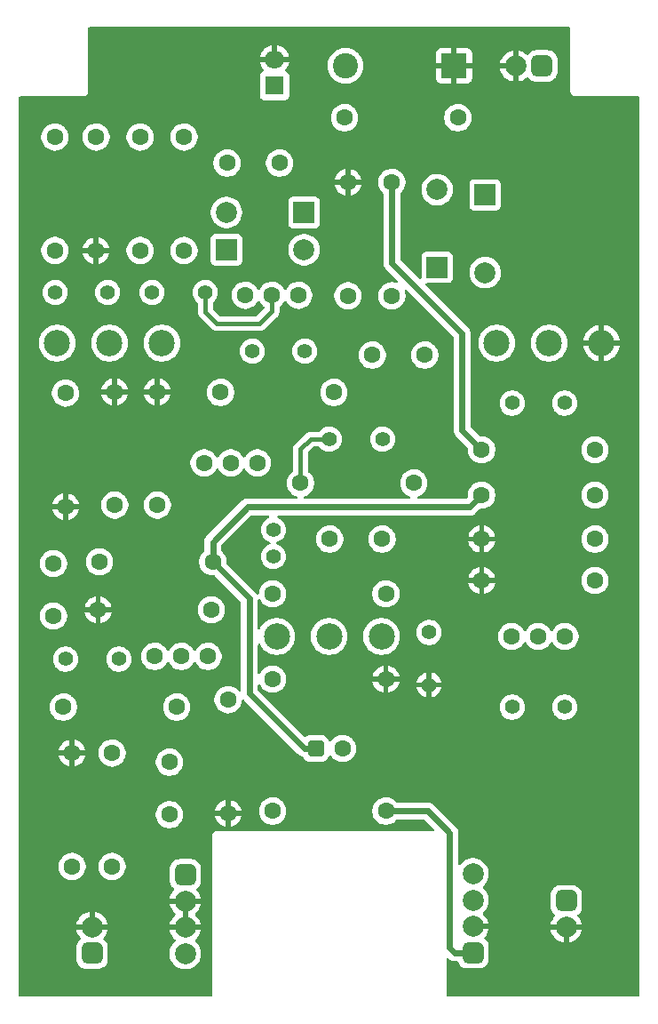
<source format=gbr>
%TF.GenerationSoftware,KiCad,Pcbnew,9.0.2*%
%TF.CreationDate,2025-07-08T13:19:54-05:00*%
%TF.ProjectId,Big Massive Fuzz,42696720-4d61-4737-9369-76652046757a,rev?*%
%TF.SameCoordinates,Original*%
%TF.FileFunction,Copper,L2,Bot*%
%TF.FilePolarity,Positive*%
%FSLAX46Y46*%
G04 Gerber Fmt 4.6, Leading zero omitted, Abs format (unit mm)*
G04 Created by KiCad (PCBNEW 9.0.2) date 2025-07-08 13:19:54*
%MOMM*%
%LPD*%
G01*
G04 APERTURE LIST*
G04 Aperture macros list*
%AMRoundRect*
0 Rectangle with rounded corners*
0 $1 Rounding radius*
0 $2 $3 $4 $5 $6 $7 $8 $9 X,Y pos of 4 corners*
0 Add a 4 corners polygon primitive as box body*
4,1,4,$2,$3,$4,$5,$6,$7,$8,$9,$2,$3,0*
0 Add four circle primitives for the rounded corners*
1,1,$1+$1,$2,$3*
1,1,$1+$1,$4,$5*
1,1,$1+$1,$6,$7*
1,1,$1+$1,$8,$9*
0 Add four rect primitives between the rounded corners*
20,1,$1+$1,$2,$3,$4,$5,0*
20,1,$1+$1,$4,$5,$6,$7,0*
20,1,$1+$1,$6,$7,$8,$9,0*
20,1,$1+$1,$8,$9,$2,$3,0*%
G04 Aperture macros list end*
%TA.AperFunction,ComponentPad*%
%ADD10C,1.600000*%
%TD*%
%TA.AperFunction,ComponentPad*%
%ADD11RoundRect,0.500000X-0.500000X0.500000X-0.500000X-0.500000X0.500000X-0.500000X0.500000X0.500000X0*%
%TD*%
%TA.AperFunction,ComponentPad*%
%ADD12C,2.000000*%
%TD*%
%TA.AperFunction,ComponentPad*%
%ADD13R,2.000000X2.000000*%
%TD*%
%TA.AperFunction,ComponentPad*%
%ADD14RoundRect,0.500000X0.500000X-0.500000X0.500000X0.500000X-0.500000X0.500000X-0.500000X-0.500000X0*%
%TD*%
%TA.AperFunction,ComponentPad*%
%ADD15C,2.400000*%
%TD*%
%TA.AperFunction,ComponentPad*%
%ADD16R,2.400000X2.400000*%
%TD*%
%TA.AperFunction,ComponentPad*%
%ADD17C,1.400000*%
%TD*%
%TA.AperFunction,ComponentPad*%
%ADD18R,1.800000X1.800000*%
%TD*%
%TA.AperFunction,ComponentPad*%
%ADD19C,1.800000*%
%TD*%
%TA.AperFunction,ComponentPad*%
%ADD20RoundRect,0.500000X0.500000X0.500000X-0.500000X0.500000X-0.500000X-0.500000X0.500000X-0.500000X0*%
%TD*%
%TA.AperFunction,ComponentPad*%
%ADD21C,2.500000*%
%TD*%
%TA.AperFunction,ComponentPad*%
%ADD22RoundRect,0.400000X0.400000X0.400000X-0.400000X0.400000X-0.400000X-0.400000X0.400000X-0.400000X0*%
%TD*%
%TA.AperFunction,Conductor*%
%ADD23C,0.406400*%
%TD*%
%TA.AperFunction,Conductor*%
%ADD24C,0.609600*%
%TD*%
G04 APERTURE END LIST*
D10*
%TO.P,R4,1*%
%TO.N,Net-(Q1-PadE)*%
X18989000Y62738000D03*
%TO.P,R4,2*%
%TO.N,GND*%
X8189000Y62738000D03*
%TD*%
%TO.P,R12,1*%
%TO.N,Net-(C5-Pad1)*%
X8001000Y107762000D03*
%TO.P,R12,2*%
%TO.N,GND*%
X8001000Y96962000D03*
%TD*%
D11*
%TO.P,J1,1,1*%
%TO.N,/SEND*%
X16510000Y37492000D03*
D12*
%TO.P,J1,2,2*%
%TO.N,GND*%
X16510000Y34992000D03*
%TO.P,J1,3,3*%
X16510000Y32492000D03*
%TO.P,J1,4,4*%
%TO.N,/IN*%
X16510000Y29992000D03*
%TD*%
D10*
%TO.P,R14,1*%
%TO.N,+VA*%
X36195000Y103444000D03*
%TO.P,R14,2*%
%TO.N,Net-(D5-A)*%
X36195000Y92644000D03*
%TD*%
%TO.P,R7,1*%
%TO.N,Net-(R7-Pad1)*%
X5080000Y83378000D03*
%TO.P,R7,2*%
%TO.N,GND*%
X5080000Y72578000D03*
%TD*%
%TO.P,R2,1*%
%TO.N,/SEND*%
X9525000Y38288000D03*
%TO.P,R2,2*%
%TO.N,Net-(C1-Pad1)*%
X9525000Y49088000D03*
%TD*%
%TO.P,C9,1*%
%TO.N,Net-(C11-Pad1)*%
X34330000Y86995000D03*
%TO.P,C9,2*%
%TO.N,Net-(D5-K)*%
X39330000Y86995000D03*
%TD*%
%TO.P,R1,1*%
%TO.N,/SEND*%
X5715000Y38288000D03*
%TO.P,R1,2*%
%TO.N,GND*%
X5715000Y49088000D03*
%TD*%
%TO.P,R25,1*%
%TO.N,+VA*%
X44765000Y77978000D03*
%TO.P,R25,2*%
%TO.N,Net-(C15-Pad1)*%
X55565000Y77978000D03*
%TD*%
%TO.P,R26,1*%
%TO.N,Net-(C18-Pad2)*%
X55565000Y69469000D03*
%TO.P,R26,2*%
%TO.N,GND*%
X44765000Y69469000D03*
%TD*%
D12*
%TO.P,D1,1,K*%
%TO.N,Net-(D1-K)*%
X27830000Y97028000D03*
D13*
%TO.P,D1,2,A*%
%TO.N,Net-(D1-A)*%
X20430000Y97028000D03*
%TD*%
D14*
%TO.P,J4,1,1*%
%TO.N,/IN*%
X7620000Y30012000D03*
D12*
%TO.P,J4,2,2*%
%TO.N,GND*%
X7620000Y32512000D03*
%TD*%
D10*
%TO.P,C3,1*%
%TO.N,Net-(C2-Pad2)*%
X3937000Y62143000D03*
%TO.P,C3,2*%
%TO.N,Net-(C3-Pad2)*%
X3937000Y67143000D03*
%TD*%
%TO.P,R22,1*%
%TO.N,Net-(C12-Pad2)*%
X24826000Y64262000D03*
%TO.P,R22,2*%
%TO.N,Net-(C13-Pad2)*%
X35626000Y64262000D03*
%TD*%
D15*
%TO.P,D4,1,K*%
%TO.N,+VA*%
X31777000Y114554000D03*
D16*
%TO.P,D4,2,A*%
%TO.N,GND*%
X42137000Y114554000D03*
%TD*%
D10*
%TO.P,R8,1*%
%TO.N,Net-(C4-Pad2)*%
X4064000Y96962000D03*
%TO.P,R8,2*%
%TO.N,Net-(C5-Pad1)*%
X4064000Y107762000D03*
%TD*%
D17*
%TO.P,C14,1*%
%TO.N,Net-(C14-Pad1)*%
X24892000Y67818000D03*
%TO.P,C14,2*%
%TO.N,Net-(C12-Pad2)*%
X24892000Y70358000D03*
%TD*%
D10*
%TO.P,R5,1*%
%TO.N,Net-(C1-Pad2)*%
X15687000Y53467000D03*
%TO.P,R5,2*%
%TO.N,Net-(C2-Pad2)*%
X4887000Y53467000D03*
%TD*%
%TO.P,R13,1*%
%TO.N,Net-(Q2-PadE)*%
X32004000Y92644000D03*
%TO.P,R13,2*%
%TO.N,GND*%
X32004000Y103444000D03*
%TD*%
D17*
%TO.P,C2,1*%
%TO.N,Net-(C1-Pad2)*%
X10160000Y58039000D03*
%TO.P,C2,2*%
%TO.N,Net-(C2-Pad2)*%
X5080000Y58039000D03*
%TD*%
D18*
%TO.P,C10,1*%
%TO.N,+VA*%
X25019000Y112649000D03*
D19*
%TO.P,C10,2*%
%TO.N,GND*%
X25019000Y115149000D03*
%TD*%
D10*
%TO.P,Q3,B,B*%
%TO.N,Net-(C11-Pad1)*%
X20828000Y76723990D03*
%TO.P,Q3,C,C*%
%TO.N,Net-(D5-A)*%
X23368000Y76723990D03*
%TO.P,Q3,E,E*%
%TO.N,Net-(Q3-PadE)*%
X18288000Y76723990D03*
%TD*%
%TO.P,R11,1*%
%TO.N,Net-(C5-Pad1)*%
X12192000Y107762000D03*
%TO.P,R11,2*%
%TO.N,Net-(D1-A)*%
X12192000Y96962000D03*
%TD*%
D17*
%TO.P,C7,1*%
%TO.N,Net-(D1-A)*%
X22900000Y87376000D03*
%TO.P,C7,2*%
%TO.N,Net-(C7-Pad2)*%
X27900000Y87376000D03*
%TD*%
D10*
%TO.P,Q4,B,B*%
%TO.N,Net-(C18-Pad2)*%
X50165000Y60198000D03*
%TO.P,Q4,C,C*%
%TO.N,Net-(C15-Pad1)*%
X47625000Y60198000D03*
%TO.P,Q4,E,E*%
%TO.N,Net-(Q4-PadE)*%
X52705000Y60198000D03*
%TD*%
%TO.P,R20,1*%
%TO.N,Net-(Q3-PadE)*%
X9779000Y72705000D03*
%TO.P,R20,2*%
%TO.N,GND*%
X9779000Y83505000D03*
%TD*%
D17*
%TO.P,C11,1*%
%TO.N,Net-(C11-Pad1)*%
X30226000Y78994000D03*
%TO.P,C11,2*%
%TO.N,Net-(D5-A)*%
X35306000Y78994000D03*
%TD*%
D10*
%TO.P,R15,1*%
%TO.N,Net-(C11-Pad1)*%
X27493000Y74803000D03*
%TO.P,R15,2*%
%TO.N,Net-(D5-A)*%
X38293000Y74803000D03*
%TD*%
D14*
%TO.P,J2,1,1*%
%TO.N,/LED+*%
X43942000Y30072000D03*
D12*
%TO.P,J2,2,2*%
%TO.N,GND*%
X43942000Y32572000D03*
%TO.P,J2,3,3*%
%TO.N,/OUT*%
X43942000Y35072000D03*
%TO.P,J2,4,4*%
%TO.N,/RETURN*%
X43942000Y37572000D03*
%TD*%
D10*
%TO.P,R27,1*%
%TO.N,Net-(Q4-PadE)*%
X55565000Y65532000D03*
%TO.P,R27,2*%
%TO.N,GND*%
X44765000Y65532000D03*
%TD*%
%TO.P,Q2,B,B*%
%TO.N,Net-(C5-Pad1)*%
X24765000Y92694010D03*
%TO.P,Q2,C,C*%
%TO.N,Net-(D1-A)*%
X22225000Y92694010D03*
%TO.P,Q2,E,E*%
%TO.N,Net-(Q2-PadE)*%
X27305000Y92694010D03*
%TD*%
%TO.P,R17,1*%
%TO.N,Net-(J3-Pad1)*%
X42484000Y109601000D03*
%TO.P,R17,2*%
%TO.N,+VA*%
X31684000Y109601000D03*
%TD*%
D11*
%TO.P,J5,1,1*%
%TO.N,/OUT*%
X52832000Y35012000D03*
D12*
%TO.P,J5,2,2*%
%TO.N,GND*%
X52832000Y32512000D03*
%TD*%
D17*
%TO.P,C5,1*%
%TO.N,Net-(C5-Pad1)*%
X18415000Y92964000D03*
%TO.P,C5,2*%
%TO.N,Net-(D1-A)*%
X13335000Y92964000D03*
%TD*%
%TO.P,C13,1*%
%TO.N,GND*%
X39751000Y55579000D03*
%TO.P,C13,2*%
%TO.N,Net-(C13-Pad2)*%
X39751000Y60579000D03*
%TD*%
%TO.P,C15,1*%
%TO.N,Net-(C15-Pad1)*%
X52665000Y82423000D03*
%TO.P,C15,2*%
%TO.N,Net-(C15-Pad2)*%
X47665000Y82423000D03*
%TD*%
D10*
%TO.P,C1,1*%
%TO.N,Net-(C1-Pad1)*%
X14986000Y43220000D03*
%TO.P,C1,2*%
%TO.N,Net-(C1-Pad2)*%
X14986000Y48220000D03*
%TD*%
D17*
%TO.P,C18,1*%
%TO.N,Net-(C18-Pad1)*%
X47665000Y53467000D03*
%TO.P,C18,2*%
%TO.N,Net-(C18-Pad2)*%
X52665000Y53467000D03*
%TD*%
D12*
%TO.P,D6,1,K*%
%TO.N,Net-(D5-A)*%
X40513000Y102760000D03*
D13*
%TO.P,D6,2,A*%
%TO.N,Net-(D5-K)*%
X40513000Y95360000D03*
%TD*%
D10*
%TO.P,R24,1*%
%TO.N,+VA*%
X44765000Y73660000D03*
%TO.P,R24,2*%
%TO.N,Net-(C18-Pad2)*%
X55565000Y73660000D03*
%TD*%
%TO.P,R16,1*%
%TO.N,Net-(C7-Pad2)*%
X30673000Y83439000D03*
%TO.P,R16,2*%
%TO.N,Net-(C11-Pad1)*%
X19873000Y83439000D03*
%TD*%
%TO.P,R6,1*%
%TO.N,+VA*%
X19116000Y67310000D03*
%TO.P,R6,2*%
%TO.N,Net-(C2-Pad2)*%
X8316000Y67310000D03*
%TD*%
%TO.P,R19,1*%
%TO.N,Net-(D3-K)*%
X24826000Y43561000D03*
%TO.P,R19,2*%
%TO.N,/LED+*%
X35626000Y43561000D03*
%TD*%
%TO.P,C6,1*%
%TO.N,Net-(C5-Pad1)*%
X20487000Y105283000D03*
%TO.P,C6,2*%
%TO.N,Net-(D1-K)*%
X25487000Y105283000D03*
%TD*%
D12*
%TO.P,D2,1,K*%
%TO.N,Net-(D1-A)*%
X20430000Y100584000D03*
D13*
%TO.P,D2,2,A*%
%TO.N,Net-(D1-K)*%
X27830000Y100584000D03*
%TD*%
D10*
%TO.P,R18,1*%
%TO.N,Net-(C11-Pad1)*%
X13843000Y72705000D03*
%TO.P,R18,2*%
%TO.N,GND*%
X13843000Y83505000D03*
%TD*%
D20*
%TO.P,J3,1,1*%
%TO.N,Net-(J3-Pad1)*%
X50506000Y114537000D03*
D12*
%TO.P,J3,2,2*%
%TO.N,GND*%
X48006000Y114537000D03*
%TD*%
D17*
%TO.P,C4,1*%
%TO.N,Net-(C4-Pad1)*%
X9104000Y92964000D03*
%TO.P,C4,2*%
%TO.N,Net-(C4-Pad2)*%
X4104000Y92964000D03*
%TD*%
D10*
%TO.P,Q1,B,B*%
%TO.N,Net-(C1-Pad2)*%
X16129000Y58293000D03*
%TO.P,Q1,C,C*%
%TO.N,Net-(C2-Pad2)*%
X13589000Y58293000D03*
%TO.P,Q1,E,E*%
%TO.N,Net-(Q1-PadE)*%
X18669000Y58293000D03*
%TD*%
%TO.P,R10,1*%
%TO.N,+VA*%
X16383000Y107762000D03*
%TO.P,R10,2*%
%TO.N,Net-(D1-A)*%
X16383000Y96962000D03*
%TD*%
D12*
%TO.P,D5,1,K*%
%TO.N,Net-(D5-K)*%
X45085000Y94852000D03*
D13*
%TO.P,D5,2,A*%
%TO.N,Net-(D5-A)*%
X45085000Y102252000D03*
%TD*%
D10*
%TO.P,R3,1*%
%TO.N,Net-(C1-Pad2)*%
X20574000Y54168000D03*
%TO.P,R3,2*%
%TO.N,GND*%
X20574000Y43368000D03*
%TD*%
%TO.P,C12,1*%
%TO.N,Net-(D5-A)*%
X35266000Y69469000D03*
%TO.P,C12,2*%
%TO.N,Net-(C12-Pad2)*%
X30266000Y69469000D03*
%TD*%
%TO.P,R21,1*%
%TO.N,GND*%
X35626000Y56134000D03*
%TO.P,R21,2*%
%TO.N,Net-(C14-Pad1)*%
X24826000Y56134000D03*
%TD*%
D21*
%TO.P,RV1,1,1*%
%TO.N,Net-(R7-Pad1)*%
X14271000Y88140000D03*
%TO.P,RV1,2,2*%
%TO.N,Net-(C4-Pad1)*%
X9271000Y88140000D03*
%TO.P,RV1,3,3*%
%TO.N,Net-(C3-Pad2)*%
X4271000Y88140000D03*
%TD*%
%TO.P,RV3,1,1*%
%TO.N,GND*%
X56181000Y88140000D03*
%TO.P,RV3,2,2*%
%TO.N,/RETURN*%
X51181000Y88140000D03*
%TO.P,RV3,3,3*%
%TO.N,Net-(C15-Pad2)*%
X46181000Y88140000D03*
%TD*%
D10*
%TO.P,D3,1,K*%
%TO.N,Net-(D3-K)*%
X31496000Y49530000D03*
D22*
%TO.P,D3,2,A*%
%TO.N,+VA*%
X28956000Y49530000D03*
%TD*%
D21*
%TO.P,RV2,1,1*%
%TO.N,Net-(C13-Pad2)*%
X35226000Y60200000D03*
%TO.P,RV2,2,2*%
%TO.N,Net-(C18-Pad1)*%
X30226000Y60200000D03*
%TO.P,RV2,3,3*%
%TO.N,Net-(C14-Pad1)*%
X25226000Y60200000D03*
%TD*%
D23*
%TO.N,Net-(C5-Pad1)*%
X18415000Y91109800D02*
X18415000Y92964000D01*
X24765000Y91160600D02*
X23596600Y89992200D01*
X19532600Y89992200D02*
X18415000Y91109800D01*
X23596600Y89992200D02*
X19532600Y89992200D01*
X24765000Y92694010D02*
X24765000Y91160600D01*
D24*
%TO.N,+VA*%
X42875200Y79867800D02*
X42875200Y89077800D01*
X44765000Y77978000D02*
X42875200Y79867800D01*
X42875200Y89077800D02*
X36195000Y95758000D01*
X43622000Y72517000D02*
X44765000Y73660000D01*
X28956000Y49530000D02*
X27838400Y49530000D01*
X36195000Y95758000D02*
X36195000Y103444000D01*
X27838400Y49530000D02*
X22606000Y54762400D01*
X19116000Y69204800D02*
X22428200Y72517000D01*
X19116000Y67310000D02*
X19116000Y69204800D01*
X22606000Y63820000D02*
X19116000Y67310000D01*
X22428200Y72517000D02*
X43622000Y72517000D01*
X22606000Y54762400D02*
X22606000Y63820000D01*
D23*
%TO.N,Net-(C11-Pad1)*%
X27493000Y78039000D02*
X27493000Y74803000D01*
X30226000Y78994000D02*
X28448000Y78994000D01*
X28448000Y78994000D02*
X27493000Y78039000D01*
D24*
%TO.N,/LED+*%
X42191000Y30072000D02*
X43942000Y30072000D01*
X39631887Y43561000D02*
X41707800Y41485087D01*
X41707800Y30555200D02*
X42191000Y30072000D01*
X35626000Y43561000D02*
X39631887Y43561000D01*
X41707800Y41485087D02*
X41707800Y30555200D01*
%TD*%
%TA.AperFunction,Conductor*%
%TO.N,GND*%
G36*
X16760000Y32925012D02*
G01*
X16702993Y32957925D01*
X16575826Y32992000D01*
X16444174Y32992000D01*
X16317007Y32957925D01*
X16260000Y32925012D01*
X16260000Y34558988D01*
X16317007Y34526075D01*
X16444174Y34492000D01*
X16575826Y34492000D01*
X16702993Y34526075D01*
X16760000Y34558988D01*
X16760000Y32925012D01*
G37*
%TD.AperFunction*%
%TA.AperFunction,Conductor*%
G36*
X53155539Y118216815D02*
G01*
X53201294Y118164011D01*
X53212500Y118112500D01*
X53212500Y112074055D01*
X53247153Y111944725D01*
X53314099Y111828774D01*
X53314101Y111828771D01*
X53408771Y111734101D01*
X53408774Y111734099D01*
X53524725Y111667153D01*
X53654055Y111632500D01*
X53787945Y111632500D01*
X59692500Y111632500D01*
X59759539Y111612815D01*
X59805294Y111560011D01*
X59816500Y111508500D01*
X59816500Y26032500D01*
X59796815Y25965461D01*
X59744011Y25919706D01*
X59692500Y25908500D01*
X41526500Y25908500D01*
X41459461Y25928185D01*
X41413706Y25980989D01*
X41402500Y26032500D01*
X41402500Y29422270D01*
X41406784Y29436860D01*
X41406130Y29452054D01*
X41416428Y29469704D01*
X41422185Y29489309D01*
X41433676Y29499266D01*
X41441341Y29512403D01*
X41459548Y29521684D01*
X41474989Y29535064D01*
X41490039Y29537228D01*
X41503589Y29544135D01*
X41523921Y29542099D01*
X41544147Y29545008D01*
X41559056Y29538582D01*
X41573112Y29537176D01*
X41593158Y29523886D01*
X41603596Y29519389D01*
X41609164Y29514968D01*
X41677651Y29446482D01*
X41785802Y29374218D01*
X41790021Y29371399D01*
X41809544Y29358353D01*
X41809553Y29358348D01*
X41956098Y29297648D01*
X41956108Y29297645D01*
X42111683Y29266699D01*
X42111685Y29266699D01*
X42276429Y29266699D01*
X42276449Y29266700D01*
X42397577Y29266700D01*
X42464616Y29247015D01*
X42507486Y29200111D01*
X42508089Y29198954D01*
X42508091Y29198951D01*
X42568257Y29083768D01*
X42602302Y29018592D01*
X42730890Y28860890D01*
X42888590Y28732304D01*
X42888591Y28732303D01*
X42888593Y28732302D01*
X42978772Y28685196D01*
X43068954Y28638089D01*
X43225376Y28593332D01*
X43264582Y28582114D01*
X43264583Y28582113D01*
X43264586Y28582113D01*
X43341511Y28575274D01*
X43383963Y28571500D01*
X43383966Y28571500D01*
X43383967Y28571500D01*
X44500028Y28571500D01*
X44500033Y28571500D01*
X44500036Y28571501D01*
X44523330Y28573571D01*
X44619415Y28582113D01*
X44815045Y28638089D01*
X44815049Y28638091D01*
X44995407Y28732302D01*
X45079525Y28800891D01*
X45153109Y28860890D01*
X45232774Y28958593D01*
X45281698Y29018593D01*
X45375909Y29198951D01*
X45431886Y29394582D01*
X45442500Y29513963D01*
X45442499Y30630036D01*
X45431886Y30749418D01*
X45375909Y30945049D01*
X45281698Y31125407D01*
X45153109Y31283109D01*
X45050882Y31366463D01*
X45011367Y31424081D01*
X45009275Y31493919D01*
X45041564Y31550244D01*
X45086133Y31594813D01*
X45224914Y31785828D01*
X45332102Y31996197D01*
X45405065Y32220751D01*
X45420542Y32318462D01*
X45421103Y32322000D01*
X44375012Y32322000D01*
X44407925Y32379007D01*
X44442000Y32506174D01*
X44442000Y32637826D01*
X44407925Y32764993D01*
X44375012Y32822000D01*
X45421102Y32822000D01*
X45405065Y32923247D01*
X45332102Y33147802D01*
X45224914Y33358171D01*
X45086133Y33549186D01*
X44919182Y33716137D01*
X44911981Y33721369D01*
X44869312Y33776696D01*
X44863329Y33846309D01*
X44895932Y33908106D01*
X44911974Y33922008D01*
X44919509Y33927482D01*
X45086514Y34094487D01*
X45086517Y34094490D01*
X45225343Y34285567D01*
X45330526Y34492000D01*
X45332566Y34496003D01*
X45405553Y34720631D01*
X45442500Y34953902D01*
X45442500Y35190097D01*
X45405553Y35423368D01*
X45370900Y35530018D01*
X45357898Y35570033D01*
X51331500Y35570033D01*
X51331500Y34453971D01*
X51331501Y34453965D01*
X51342113Y34334584D01*
X51398089Y34138954D01*
X51421315Y34094490D01*
X51475321Y33991101D01*
X51492304Y33958590D01*
X51620890Y33800890D01*
X51723115Y33717538D01*
X51762632Y33659917D01*
X51764724Y33590079D01*
X51732435Y33533755D01*
X51687866Y33489186D01*
X51549085Y33298171D01*
X51441897Y33087802D01*
X51368934Y32863247D01*
X51352898Y32762000D01*
X52398988Y32762000D01*
X52366075Y32704993D01*
X52332000Y32577826D01*
X52332000Y32446174D01*
X52366075Y32319007D01*
X52398988Y32262000D01*
X51352898Y32262000D01*
X51368934Y32160752D01*
X51441897Y31936197D01*
X51549085Y31725828D01*
X51687866Y31534813D01*
X51854813Y31367866D01*
X52045828Y31229085D01*
X52256197Y31121897D01*
X52480752Y31048934D01*
X52582000Y31032897D01*
X52582000Y32078988D01*
X52639007Y32046075D01*
X52766174Y32012000D01*
X52897826Y32012000D01*
X53024993Y32046075D01*
X53082000Y32078988D01*
X53082000Y31032897D01*
X53183247Y31048934D01*
X53407802Y31121897D01*
X53618171Y31229085D01*
X53809186Y31367866D01*
X53976133Y31534813D01*
X54114914Y31725828D01*
X54222102Y31936197D01*
X54295065Y32160752D01*
X54311102Y32262000D01*
X53265012Y32262000D01*
X53297925Y32319007D01*
X53332000Y32446174D01*
X53332000Y32577826D01*
X53297925Y32704993D01*
X53265012Y32762000D01*
X54311102Y32762000D01*
X54295065Y32863247D01*
X54222102Y33087802D01*
X54114914Y33298171D01*
X53976133Y33489186D01*
X53931565Y33533754D01*
X53898079Y33595077D01*
X53903063Y33664768D01*
X53940885Y33717538D01*
X54043107Y33800888D01*
X54100480Y33871251D01*
X54171698Y33958593D01*
X54265909Y34138951D01*
X54321886Y34334582D01*
X54332500Y34453963D01*
X54332499Y35570036D01*
X54321886Y35689418D01*
X54265909Y35885049D01*
X54171698Y36065407D01*
X54043109Y36223109D01*
X53885407Y36351698D01*
X53705049Y36445909D01*
X53509418Y36501886D01*
X53390037Y36512500D01*
X52273964Y36512499D01*
X52154582Y36501886D01*
X51958951Y36445909D01*
X51778593Y36351698D01*
X51714803Y36299684D01*
X51620890Y36223109D01*
X51557012Y36144768D01*
X51492302Y36065407D01*
X51432436Y35950799D01*
X51398089Y35885045D01*
X51390475Y35858433D01*
X51342114Y35689418D01*
X51342114Y35689416D01*
X51342113Y35689413D01*
X51331500Y35570033D01*
X45357898Y35570033D01*
X45332568Y35647992D01*
X45225343Y35858433D01*
X45086517Y36049510D01*
X44919510Y36216517D01*
X44912401Y36221682D01*
X44869735Y36277012D01*
X44863756Y36346625D01*
X44896362Y36408420D01*
X44912401Y36422318D01*
X44919506Y36427480D01*
X44919510Y36427483D01*
X45086517Y36594490D01*
X45225343Y36785567D01*
X45328233Y36987500D01*
X45332566Y36996003D01*
X45340209Y37019523D01*
X45405553Y37220632D01*
X45442500Y37453902D01*
X45442500Y37690097D01*
X45405553Y37923368D01*
X45370900Y38030018D01*
X45332568Y38147992D01*
X45225343Y38358433D01*
X45086517Y38549510D01*
X44919510Y38716517D01*
X44728433Y38855343D01*
X44517992Y38962568D01*
X44293368Y39035553D01*
X44060097Y39072500D01*
X44060092Y39072500D01*
X43823908Y39072500D01*
X43823903Y39072500D01*
X43590631Y39035553D01*
X43486412Y39001689D01*
X43366008Y38962568D01*
X43366005Y38962566D01*
X43366003Y38962566D01*
X43254991Y38906002D01*
X43155567Y38855343D01*
X42964490Y38716517D01*
X42797483Y38549510D01*
X42737416Y38466835D01*
X42682088Y38424172D01*
X42612475Y38418193D01*
X42550680Y38450799D01*
X42516322Y38511638D01*
X42513100Y38539723D01*
X42513100Y41564403D01*
X42513099Y41564406D01*
X42482155Y41719976D01*
X42482153Y41719979D01*
X42482153Y41719984D01*
X42421448Y41866540D01*
X42333318Y41998436D01*
X42221149Y42110605D01*
X42221147Y42110606D01*
X42214081Y42117672D01*
X42214077Y42117675D01*
X40264475Y44067277D01*
X40264472Y44067281D01*
X40257406Y44074347D01*
X40257405Y44074349D01*
X40145236Y44186518D01*
X40013340Y44274648D01*
X39866784Y44335353D01*
X39815869Y44345480D01*
X39711204Y44366301D01*
X39711202Y44366301D01*
X39552572Y44366301D01*
X39546458Y44366301D01*
X39546438Y44366300D01*
X36710933Y44366300D01*
X36643894Y44385985D01*
X36621854Y44405217D01*
X36621411Y44404774D01*
X36600965Y44425220D01*
X36473219Y44552966D01*
X36473215Y44552968D01*
X36473213Y44552971D01*
X36347086Y44644606D01*
X36307610Y44673287D01*
X36125219Y44766220D01*
X35930534Y44829477D01*
X35728352Y44861500D01*
X35523648Y44861500D01*
X35422557Y44845488D01*
X35321465Y44829477D01*
X35231137Y44800127D01*
X35126781Y44766220D01*
X35126778Y44766218D01*
X35126776Y44766218D01*
X35060607Y44732503D01*
X34944390Y44673287D01*
X34944386Y44673284D01*
X34778786Y44552971D01*
X34634028Y44408213D01*
X34513715Y44242613D01*
X34513713Y44242610D01*
X34499591Y44214894D01*
X34420781Y44060223D01*
X34357522Y43865534D01*
X34329878Y43690995D01*
X34326936Y43672415D01*
X34325500Y43663351D01*
X34325500Y43458648D01*
X34357522Y43256465D01*
X34420781Y43061776D01*
X34513715Y42879386D01*
X34634028Y42713786D01*
X34778786Y42569028D01*
X34944386Y42448715D01*
X35126776Y42355781D01*
X35321465Y42292522D01*
X35499329Y42264351D01*
X35523648Y42260500D01*
X35523649Y42260500D01*
X35728351Y42260500D01*
X35728352Y42260500D01*
X35755995Y42264878D01*
X35930534Y42292522D01*
X36125223Y42355781D01*
X36250653Y42419691D01*
X36307610Y42448713D01*
X36307613Y42448715D01*
X36473213Y42569028D01*
X36621411Y42717226D01*
X36622547Y42716089D01*
X36675164Y42750429D01*
X36710933Y42755700D01*
X39246959Y42755700D01*
X39313998Y42736015D01*
X39334640Y42719381D01*
X40185840Y41868181D01*
X40219325Y41806858D01*
X40214341Y41737166D01*
X40172469Y41681233D01*
X40107005Y41656816D01*
X40098159Y41656500D01*
X19624945Y41656500D01*
X19491055Y41656500D01*
X19361726Y41621847D01*
X19245774Y41554901D01*
X19151099Y41460226D01*
X19084153Y41344274D01*
X19049500Y41214944D01*
X19049500Y26032500D01*
X19029815Y25965461D01*
X18977011Y25919706D01*
X18925500Y25908500D01*
X759500Y25908500D01*
X692461Y25928185D01*
X646706Y25980989D01*
X635500Y26032500D01*
X635500Y30570033D01*
X6119500Y30570033D01*
X6119500Y29453971D01*
X6119501Y29453965D01*
X6130113Y29334584D01*
X6186089Y29138954D01*
X6186091Y29138951D01*
X6251105Y29014487D01*
X6280304Y28958590D01*
X6408890Y28800890D01*
X6566590Y28672304D01*
X6566591Y28672303D01*
X6566593Y28672302D01*
X6632087Y28638091D01*
X6746954Y28578089D01*
X6903376Y28533332D01*
X6942582Y28522114D01*
X6942583Y28522113D01*
X6942586Y28522113D01*
X7019511Y28515274D01*
X7061963Y28511500D01*
X7061966Y28511500D01*
X7061967Y28511500D01*
X8178028Y28511500D01*
X8178033Y28511500D01*
X8178036Y28511501D01*
X8201330Y28513571D01*
X8297415Y28522113D01*
X8493045Y28578089D01*
X8493049Y28578091D01*
X8673407Y28672302D01*
X8717993Y28708657D01*
X8831109Y28800890D01*
X8907684Y28894803D01*
X8959698Y28958593D01*
X9053909Y29138951D01*
X9109886Y29334582D01*
X9120500Y29453963D01*
X9120499Y30570036D01*
X9109886Y30689418D01*
X9053909Y30885049D01*
X8959698Y31065407D01*
X8831109Y31223109D01*
X8728882Y31306463D01*
X8689367Y31364081D01*
X8687275Y31433919D01*
X8719564Y31490244D01*
X8764133Y31534813D01*
X8902914Y31725828D01*
X9010102Y31936197D01*
X9083065Y32160752D01*
X9099102Y32262000D01*
X8053012Y32262000D01*
X8085925Y32319007D01*
X8120000Y32446174D01*
X8120000Y32577826D01*
X8085925Y32704993D01*
X8053012Y32762000D01*
X9099102Y32762000D01*
X9083065Y32863247D01*
X9010102Y33087802D01*
X8902914Y33298171D01*
X8764133Y33489186D01*
X8597186Y33656133D01*
X8406171Y33794914D01*
X8195804Y33902102D01*
X7971255Y33975063D01*
X7971249Y33975065D01*
X7870000Y33991100D01*
X7870000Y32945012D01*
X7812993Y32977925D01*
X7685826Y33012000D01*
X7554174Y33012000D01*
X7427007Y32977925D01*
X7370000Y32945012D01*
X7370000Y33991101D01*
X7268750Y33975065D01*
X7268744Y33975063D01*
X7044195Y33902102D01*
X6833828Y33794914D01*
X6642813Y33656133D01*
X6475866Y33489186D01*
X6337085Y33298171D01*
X6229897Y33087802D01*
X6156934Y32863247D01*
X6140898Y32762000D01*
X7186988Y32762000D01*
X7154075Y32704993D01*
X7120000Y32577826D01*
X7120000Y32446174D01*
X7154075Y32319007D01*
X7186988Y32262000D01*
X6140898Y32262000D01*
X6156934Y32160752D01*
X6229897Y31936197D01*
X6337087Y31725825D01*
X6475858Y31534822D01*
X6475863Y31534816D01*
X6520436Y31490242D01*
X6553920Y31428919D01*
X6548934Y31359227D01*
X6511114Y31306461D01*
X6408890Y31223109D01*
X6314977Y31107933D01*
X6280302Y31065407D01*
X6186091Y30885049D01*
X6186089Y30885045D01*
X6155584Y30778433D01*
X6130114Y30689418D01*
X6130114Y30689416D01*
X6130113Y30689413D01*
X6119500Y30570033D01*
X635500Y30570033D01*
X635500Y38390351D01*
X4414500Y38390351D01*
X4414500Y38185648D01*
X4446522Y37983465D01*
X4509781Y37788776D01*
X4602715Y37606386D01*
X4723028Y37440786D01*
X4867786Y37296028D01*
X5033386Y37175715D01*
X5215776Y37082781D01*
X5410465Y37019522D01*
X5588329Y36991351D01*
X5612648Y36987500D01*
X5612649Y36987500D01*
X5817351Y36987500D01*
X5817352Y36987500D01*
X5844995Y36991878D01*
X6019534Y37019522D01*
X6214223Y37082781D01*
X6339653Y37146691D01*
X6396610Y37175713D01*
X6396613Y37175715D01*
X6562213Y37296028D01*
X6706971Y37440786D01*
X6827284Y37606386D01*
X6827287Y37606390D01*
X6886503Y37722607D01*
X6920218Y37788776D01*
X6983477Y37983465D01*
X7015500Y38185648D01*
X7015500Y38390351D01*
X8224500Y38390351D01*
X8224500Y38185648D01*
X8256522Y37983465D01*
X8319781Y37788776D01*
X8412715Y37606386D01*
X8533028Y37440786D01*
X8677786Y37296028D01*
X8843386Y37175715D01*
X9025776Y37082781D01*
X9220465Y37019522D01*
X9398329Y36991351D01*
X9422648Y36987500D01*
X9422649Y36987500D01*
X9627351Y36987500D01*
X9627352Y36987500D01*
X9654995Y36991878D01*
X9829534Y37019522D01*
X10024223Y37082781D01*
X10149653Y37146691D01*
X10206610Y37175713D01*
X10206613Y37175715D01*
X10372213Y37296028D01*
X10516971Y37440786D01*
X10637284Y37606386D01*
X10637287Y37606390D01*
X10696503Y37722607D01*
X10730218Y37788776D01*
X10793477Y37983465D01*
X10804021Y38050033D01*
X15009500Y38050033D01*
X15009500Y36933971D01*
X15009501Y36933965D01*
X15020113Y36814584D01*
X15076089Y36618954D01*
X15088868Y36594490D01*
X15166480Y36445909D01*
X15170304Y36438590D01*
X15298890Y36280890D01*
X15401115Y36197538D01*
X15440632Y36139917D01*
X15442724Y36070079D01*
X15410435Y36013755D01*
X15365866Y35969186D01*
X15227085Y35778171D01*
X15119897Y35567802D01*
X15046934Y35343247D01*
X15030898Y35242000D01*
X16076988Y35242000D01*
X16044075Y35184993D01*
X16010000Y35057826D01*
X16010000Y34926174D01*
X16044075Y34799007D01*
X16076988Y34742000D01*
X15030898Y34742000D01*
X15046934Y34640752D01*
X15119897Y34416197D01*
X15227085Y34205828D01*
X15365866Y34014813D01*
X15532816Y33847863D01*
X15540451Y33842317D01*
X15583116Y33786986D01*
X15589094Y33717373D01*
X15556487Y33655578D01*
X15540451Y33641683D01*
X15532816Y33636136D01*
X15365866Y33469186D01*
X15227085Y33278171D01*
X15119897Y33067802D01*
X15046934Y32843247D01*
X15030898Y32742000D01*
X16076988Y32742000D01*
X16044075Y32684993D01*
X16010000Y32557826D01*
X16010000Y32426174D01*
X16044075Y32299007D01*
X16076988Y32242000D01*
X15030898Y32242000D01*
X15046934Y32140752D01*
X15119897Y31916197D01*
X15227085Y31705828D01*
X15365866Y31514813D01*
X15532813Y31347866D01*
X15540025Y31342627D01*
X15582690Y31287297D01*
X15588669Y31217683D01*
X15556063Y31155888D01*
X15540027Y31141993D01*
X15532490Y31136517D01*
X15365483Y30969510D01*
X15226657Y30778433D01*
X15119433Y30567996D01*
X15046446Y30343368D01*
X15009500Y30110097D01*
X15009500Y29873902D01*
X15046446Y29640631D01*
X15119433Y29416003D01*
X15226657Y29205566D01*
X15305862Y29096550D01*
X15365483Y29014490D01*
X15365485Y29014488D01*
X15365485Y29014487D01*
X15532487Y28847485D01*
X15723566Y28708657D01*
X15934003Y28601433D01*
X16158631Y28528446D01*
X16391903Y28491500D01*
X16391908Y28491500D01*
X16628097Y28491500D01*
X16861368Y28528446D01*
X17085996Y28601433D01*
X17296433Y28708657D01*
X17328980Y28732304D01*
X17487510Y28847483D01*
X17654517Y29014490D01*
X17793343Y29205567D01*
X17844002Y29304991D01*
X17900566Y29416003D01*
X17902603Y29422270D01*
X17973553Y29640632D01*
X18010500Y29873902D01*
X18010500Y30110097D01*
X17973553Y30343368D01*
X17900568Y30567992D01*
X17793343Y30778433D01*
X17654517Y30969510D01*
X17487510Y31136517D01*
X17479973Y31141992D01*
X17437309Y31197322D01*
X17431331Y31266936D01*
X17463938Y31328730D01*
X17479975Y31342627D01*
X17487185Y31347866D01*
X17487186Y31347866D01*
X17654133Y31514813D01*
X17792914Y31705828D01*
X17900102Y31916197D01*
X17973065Y32140752D01*
X17989102Y32242000D01*
X16943012Y32242000D01*
X16975925Y32299007D01*
X17010000Y32426174D01*
X17010000Y32557826D01*
X16975925Y32684993D01*
X16943012Y32742000D01*
X17989102Y32742000D01*
X17973065Y32843247D01*
X17900102Y33067802D01*
X17792914Y33278171D01*
X17654133Y33469186D01*
X17487180Y33636139D01*
X17479555Y33641679D01*
X17436887Y33697007D01*
X17430905Y33766620D01*
X17463508Y33828417D01*
X17479555Y33842321D01*
X17487180Y33847860D01*
X17654133Y34014813D01*
X17792914Y34205828D01*
X17900102Y34416197D01*
X17973065Y34640752D01*
X17989102Y34742000D01*
X16943012Y34742000D01*
X16975925Y34799007D01*
X17010000Y34926174D01*
X17010000Y35057826D01*
X16975925Y35184993D01*
X16943012Y35242000D01*
X17989102Y35242000D01*
X17973065Y35343247D01*
X17900102Y35567802D01*
X17792914Y35778171D01*
X17654133Y35969186D01*
X17609565Y36013754D01*
X17576079Y36075077D01*
X17581063Y36144768D01*
X17618885Y36197538D01*
X17721107Y36280888D01*
X17836427Y36422318D01*
X17849698Y36438593D01*
X17943909Y36618951D01*
X17999886Y36814582D01*
X18010500Y36933963D01*
X18010499Y38050036D01*
X17999886Y38169418D01*
X17943909Y38365049D01*
X17849698Y38545407D01*
X17721109Y38703109D01*
X17563407Y38831698D01*
X17383049Y38925909D01*
X17187418Y38981886D01*
X17068037Y38992500D01*
X15951964Y38992499D01*
X15832582Y38981886D01*
X15636951Y38925909D01*
X15456593Y38831698D01*
X15402049Y38787223D01*
X15298890Y38703109D01*
X15208729Y38592534D01*
X15170302Y38545407D01*
X15103851Y38418193D01*
X15076089Y38365045D01*
X15042550Y38247829D01*
X15020114Y38169418D01*
X15020114Y38169416D01*
X15020113Y38169413D01*
X15009500Y38050033D01*
X10804021Y38050033D01*
X10807529Y38072184D01*
X10825500Y38185648D01*
X10825500Y38390351D01*
X10793477Y38592534D01*
X10753192Y38716517D01*
X10730220Y38787219D01*
X10637287Y38969610D01*
X10562534Y39072500D01*
X10516971Y39135213D01*
X10516968Y39135215D01*
X10516966Y39135219D01*
X10372219Y39279966D01*
X10372215Y39279968D01*
X10372213Y39279971D01*
X10299590Y39332732D01*
X10206610Y39400287D01*
X10024219Y39493220D01*
X9829534Y39556477D01*
X9627352Y39588500D01*
X9422648Y39588500D01*
X9321557Y39572488D01*
X9220465Y39556477D01*
X9130137Y39527127D01*
X9025781Y39493220D01*
X9025778Y39493218D01*
X9025776Y39493218D01*
X8959607Y39459503D01*
X8843390Y39400287D01*
X8843386Y39400284D01*
X8677786Y39279971D01*
X8533028Y39135213D01*
X8412715Y38969613D01*
X8319781Y38787223D01*
X8256522Y38592534D01*
X8224500Y38390351D01*
X7015500Y38390351D01*
X6983477Y38592534D01*
X6943192Y38716517D01*
X6920220Y38787219D01*
X6827287Y38969610D01*
X6752534Y39072500D01*
X6706971Y39135213D01*
X6706968Y39135215D01*
X6706966Y39135219D01*
X6562219Y39279966D01*
X6562215Y39279968D01*
X6562213Y39279971D01*
X6489590Y39332732D01*
X6396610Y39400287D01*
X6214219Y39493220D01*
X6019534Y39556477D01*
X5817352Y39588500D01*
X5612648Y39588500D01*
X5511557Y39572488D01*
X5410465Y39556477D01*
X5320137Y39527127D01*
X5215781Y39493220D01*
X5215778Y39493218D01*
X5215776Y39493218D01*
X5149607Y39459503D01*
X5033390Y39400287D01*
X5033386Y39400284D01*
X4867786Y39279971D01*
X4723028Y39135213D01*
X4602715Y38969613D01*
X4509781Y38787223D01*
X4446522Y38592534D01*
X4414500Y38390351D01*
X635500Y38390351D01*
X635500Y43322351D01*
X13685500Y43322351D01*
X13685500Y43117648D01*
X13717522Y42915465D01*
X13780781Y42720776D01*
X13873715Y42538386D01*
X13994028Y42372786D01*
X14138786Y42228028D01*
X14304386Y42107715D01*
X14486776Y42014781D01*
X14681465Y41951522D01*
X14859329Y41923351D01*
X14883648Y41919500D01*
X14883649Y41919500D01*
X15088351Y41919500D01*
X15088352Y41919500D01*
X15115995Y41923878D01*
X15290534Y41951522D01*
X15485223Y42014781D01*
X15635574Y42091390D01*
X15667610Y42107713D01*
X15671591Y42110605D01*
X15833213Y42228028D01*
X15977971Y42372786D01*
X16098284Y42538386D01*
X16098287Y42538390D01*
X16157503Y42654607D01*
X16191218Y42720776D01*
X16254477Y42915465D01*
X16286500Y43117648D01*
X16286500Y43322351D01*
X16264912Y43458648D01*
X16254477Y43524534D01*
X16254475Y43524541D01*
X16248602Y43542617D01*
X16248601Y43542619D01*
X16242065Y43562732D01*
X16224108Y43618000D01*
X19297391Y43618000D01*
X20258314Y43618000D01*
X20253920Y43613606D01*
X20201259Y43522394D01*
X20174000Y43420661D01*
X20174000Y43315339D01*
X20201259Y43213606D01*
X20253920Y43122394D01*
X20258314Y43118000D01*
X19297391Y43118000D01*
X19306009Y43063586D01*
X19369244Y42868970D01*
X19462140Y42686650D01*
X19582417Y42521105D01*
X19582417Y42521104D01*
X19727104Y42376417D01*
X19892650Y42256140D01*
X20074970Y42163244D01*
X20269586Y42100009D01*
X20324000Y42091390D01*
X20324000Y43052314D01*
X20328394Y43047920D01*
X20419606Y42995259D01*
X20521339Y42968000D01*
X20626661Y42968000D01*
X20728394Y42995259D01*
X20819606Y43047920D01*
X20824000Y43052314D01*
X20824000Y42091390D01*
X20878413Y42100009D01*
X21073029Y42163244D01*
X21255349Y42256140D01*
X21420894Y42376417D01*
X21420895Y42376417D01*
X21565582Y42521104D01*
X21565582Y42521105D01*
X21685859Y42686650D01*
X21778755Y42868970D01*
X21841990Y43063586D01*
X21850609Y43118000D01*
X20889686Y43118000D01*
X20894080Y43122394D01*
X20946741Y43213606D01*
X20974000Y43315339D01*
X20974000Y43420661D01*
X20946741Y43522394D01*
X20894080Y43613606D01*
X20889686Y43618000D01*
X21850609Y43618000D01*
X21845727Y43648826D01*
X21843426Y43663351D01*
X23525500Y43663351D01*
X23525500Y43458648D01*
X23557522Y43256465D01*
X23620781Y43061776D01*
X23713715Y42879386D01*
X23834028Y42713786D01*
X23978786Y42569028D01*
X24144386Y42448715D01*
X24326776Y42355781D01*
X24521465Y42292522D01*
X24699329Y42264351D01*
X24723648Y42260500D01*
X24723649Y42260500D01*
X24928351Y42260500D01*
X24928352Y42260500D01*
X24955995Y42264878D01*
X25130534Y42292522D01*
X25325223Y42355781D01*
X25450653Y42419691D01*
X25507610Y42448713D01*
X25507613Y42448715D01*
X25673213Y42569028D01*
X25817971Y42713786D01*
X25938284Y42879386D01*
X25938287Y42879390D01*
X25997503Y42995607D01*
X26031218Y43061776D01*
X26049487Y43118000D01*
X26094477Y43256466D01*
X26104913Y43322352D01*
X26126500Y43458648D01*
X26126500Y43663351D01*
X26125064Y43672415D01*
X26094477Y43865534D01*
X26031220Y44060219D01*
X25938287Y44242610D01*
X25834120Y44385985D01*
X25817971Y44408213D01*
X25817968Y44408215D01*
X25817966Y44408219D01*
X25673219Y44552966D01*
X25673215Y44552968D01*
X25673213Y44552971D01*
X25547086Y44644606D01*
X25507610Y44673287D01*
X25325219Y44766220D01*
X25130534Y44829477D01*
X24928352Y44861500D01*
X24723648Y44861500D01*
X24622557Y44845488D01*
X24521465Y44829477D01*
X24431137Y44800127D01*
X24326781Y44766220D01*
X24326778Y44766218D01*
X24326776Y44766218D01*
X24260607Y44732503D01*
X24144390Y44673287D01*
X24144386Y44673284D01*
X23978786Y44552971D01*
X23834028Y44408213D01*
X23713715Y44242613D01*
X23713713Y44242610D01*
X23699591Y44214894D01*
X23620781Y44060223D01*
X23557522Y43865534D01*
X23529878Y43690995D01*
X23526936Y43672415D01*
X23525500Y43663351D01*
X21843426Y43663351D01*
X21841990Y43672415D01*
X21778755Y43867029D01*
X21685859Y44049349D01*
X21565582Y44214894D01*
X21565582Y44214895D01*
X21420895Y44359582D01*
X21255349Y44479859D01*
X21073031Y44572754D01*
X20878421Y44635988D01*
X20824000Y44644606D01*
X20824000Y43683686D01*
X20819606Y43688080D01*
X20728394Y43740741D01*
X20626661Y43768000D01*
X20521339Y43768000D01*
X20419606Y43740741D01*
X20328394Y43688080D01*
X20324000Y43683686D01*
X20324000Y44644607D01*
X20269578Y44635988D01*
X20074968Y44572754D01*
X19892650Y44479859D01*
X19727105Y44359582D01*
X19727104Y44359582D01*
X19582417Y44214895D01*
X19582417Y44214894D01*
X19462140Y44049349D01*
X19369244Y43867029D01*
X19306009Y43672413D01*
X19297391Y43618000D01*
X16224108Y43618000D01*
X16191220Y43719219D01*
X16098287Y43901610D01*
X16030732Y43994590D01*
X15977971Y44067213D01*
X15977968Y44067215D01*
X15977966Y44067219D01*
X15833219Y44211966D01*
X15833215Y44211968D01*
X15833213Y44211971D01*
X15746940Y44274651D01*
X15667610Y44332287D01*
X15485219Y44425220D01*
X15290534Y44488477D01*
X15088352Y44520500D01*
X14883648Y44520500D01*
X14782557Y44504488D01*
X14681465Y44488477D01*
X14591137Y44459127D01*
X14486781Y44425220D01*
X14486778Y44425218D01*
X14486776Y44425218D01*
X14420607Y44391503D01*
X14304390Y44332287D01*
X14304386Y44332284D01*
X14138786Y44211971D01*
X13994028Y44067213D01*
X13873715Y43901613D01*
X13873713Y43901610D01*
X13844691Y43844653D01*
X13780781Y43719223D01*
X13717522Y43524534D01*
X13685500Y43322351D01*
X635500Y43322351D01*
X635500Y49338000D01*
X4438391Y49338000D01*
X5399314Y49338000D01*
X5394920Y49333606D01*
X5342259Y49242394D01*
X5315000Y49140661D01*
X5315000Y49035339D01*
X5342259Y48933606D01*
X5394920Y48842394D01*
X5399314Y48838000D01*
X4438391Y48838000D01*
X4447009Y48783586D01*
X4510244Y48588970D01*
X4603140Y48406650D01*
X4723417Y48241105D01*
X4723417Y48241104D01*
X4868104Y48096417D01*
X5033650Y47976140D01*
X5215970Y47883244D01*
X5410586Y47820009D01*
X5465000Y47811390D01*
X5465000Y48772314D01*
X5469394Y48767920D01*
X5560606Y48715259D01*
X5662339Y48688000D01*
X5767661Y48688000D01*
X5869394Y48715259D01*
X5960606Y48767920D01*
X5965000Y48772314D01*
X5965000Y47811390D01*
X6019413Y47820009D01*
X6214029Y47883244D01*
X6396349Y47976140D01*
X6561894Y48096417D01*
X6561895Y48096417D01*
X6706582Y48241104D01*
X6706582Y48241105D01*
X6826859Y48406650D01*
X6919755Y48588970D01*
X6982990Y48783586D01*
X6991609Y48838000D01*
X6030686Y48838000D01*
X6035080Y48842394D01*
X6087741Y48933606D01*
X6115000Y49035339D01*
X6115000Y49140661D01*
X6101686Y49190351D01*
X8224500Y49190351D01*
X8224500Y48985648D01*
X8256522Y48783465D01*
X8319781Y48588776D01*
X8412715Y48406386D01*
X8533028Y48240786D01*
X8677786Y48096028D01*
X8843386Y47975715D01*
X9025776Y47882781D01*
X9220465Y47819522D01*
X9398329Y47791351D01*
X9422648Y47787500D01*
X9422649Y47787500D01*
X9627351Y47787500D01*
X9627352Y47787500D01*
X9654995Y47791878D01*
X9829534Y47819522D01*
X10024223Y47882781D01*
X10149653Y47946691D01*
X10206610Y47975713D01*
X10207198Y47976140D01*
X10372213Y48096028D01*
X10516965Y48240780D01*
X10516966Y48240781D01*
X10576230Y48322351D01*
X13685500Y48322351D01*
X13685500Y48117648D01*
X13717522Y47915465D01*
X13780781Y47720776D01*
X13873715Y47538386D01*
X13994028Y47372786D01*
X14138786Y47228028D01*
X14304386Y47107715D01*
X14486776Y47014781D01*
X14681465Y46951522D01*
X14859329Y46923351D01*
X14883648Y46919500D01*
X14883649Y46919500D01*
X15088351Y46919500D01*
X15088352Y46919500D01*
X15115995Y46923878D01*
X15290534Y46951522D01*
X15485223Y47014781D01*
X15610653Y47078691D01*
X15667610Y47107713D01*
X15667613Y47107715D01*
X15833213Y47228028D01*
X15977971Y47372786D01*
X16098284Y47538386D01*
X16098287Y47538390D01*
X16157503Y47654607D01*
X16191218Y47720776D01*
X16254477Y47915465D01*
X16286500Y48117648D01*
X16286500Y48322351D01*
X16254477Y48524534D01*
X16191220Y48719219D01*
X16098287Y48901610D01*
X16014706Y49016651D01*
X15977971Y49067213D01*
X15977968Y49067215D01*
X15977966Y49067219D01*
X15833219Y49211966D01*
X15833215Y49211968D01*
X15833213Y49211971D01*
X15760590Y49264732D01*
X15667610Y49332287D01*
X15485219Y49425220D01*
X15290534Y49488477D01*
X15088352Y49520500D01*
X14883648Y49520500D01*
X14782557Y49504488D01*
X14681465Y49488477D01*
X14596103Y49460741D01*
X14486781Y49425220D01*
X14486778Y49425218D01*
X14486776Y49425218D01*
X14422631Y49392534D01*
X14304390Y49332287D01*
X14304386Y49332284D01*
X14138786Y49211971D01*
X13994028Y49067213D01*
X13873715Y48901613D01*
X13780781Y48719223D01*
X13717522Y48524534D01*
X13685500Y48322351D01*
X10576230Y48322351D01*
X10633385Y48401019D01*
X10637286Y48406388D01*
X10730218Y48588776D01*
X10745840Y48636853D01*
X10778715Y48738032D01*
X10793477Y48783465D01*
X10825500Y48985648D01*
X10825500Y49190351D01*
X10822076Y49211966D01*
X10793477Y49392534D01*
X10730220Y49587219D01*
X10637287Y49769610D01*
X10525326Y49923713D01*
X10516971Y49935213D01*
X10516968Y49935215D01*
X10516966Y49935219D01*
X10372219Y50079966D01*
X10372215Y50079968D01*
X10372213Y50079971D01*
X10299590Y50132732D01*
X10206610Y50200287D01*
X10024219Y50293220D01*
X9829534Y50356477D01*
X9627352Y50388500D01*
X9422648Y50388500D01*
X9351424Y50377219D01*
X9220465Y50356477D01*
X9130137Y50327127D01*
X9025781Y50293220D01*
X9025778Y50293218D01*
X9025776Y50293218D01*
X8964550Y50262021D01*
X8843390Y50200287D01*
X8843386Y50200284D01*
X8677786Y50079971D01*
X8533028Y49935213D01*
X8412715Y49769613D01*
X8319781Y49587223D01*
X8256522Y49392534D01*
X8224500Y49190351D01*
X6101686Y49190351D01*
X6087741Y49242394D01*
X6035080Y49333606D01*
X6030686Y49338000D01*
X6991609Y49338000D01*
X6982990Y49392413D01*
X6919755Y49587029D01*
X6826859Y49769349D01*
X6706582Y49934894D01*
X6706582Y49934895D01*
X6561895Y50079582D01*
X6396349Y50199859D01*
X6214031Y50292754D01*
X6019421Y50355988D01*
X5965000Y50364606D01*
X5965000Y49403686D01*
X5960606Y49408080D01*
X5869394Y49460741D01*
X5767661Y49488000D01*
X5662339Y49488000D01*
X5560606Y49460741D01*
X5469394Y49408080D01*
X5465000Y49403686D01*
X5465000Y50364607D01*
X5410578Y50355988D01*
X5215968Y50292754D01*
X5033650Y50199859D01*
X4868105Y50079582D01*
X4868104Y50079582D01*
X4723417Y49934895D01*
X4723417Y49934894D01*
X4603140Y49769349D01*
X4510244Y49587029D01*
X4447009Y49392413D01*
X4438391Y49338000D01*
X635500Y49338000D01*
X635500Y53569351D01*
X3586500Y53569351D01*
X3586500Y53364648D01*
X3618522Y53162465D01*
X3681781Y52967776D01*
X3774715Y52785386D01*
X3895028Y52619786D01*
X4039786Y52475028D01*
X4205386Y52354715D01*
X4387776Y52261781D01*
X4582465Y52198522D01*
X4760329Y52170351D01*
X4784648Y52166500D01*
X4784649Y52166500D01*
X4989351Y52166500D01*
X4989352Y52166500D01*
X5016995Y52170878D01*
X5191534Y52198522D01*
X5386223Y52261781D01*
X5511653Y52325691D01*
X5568610Y52354713D01*
X5568613Y52354715D01*
X5734213Y52475028D01*
X5878971Y52619786D01*
X5999284Y52785386D01*
X5999287Y52785390D01*
X6089672Y52962780D01*
X6092218Y52967776D01*
X6104693Y53006168D01*
X6155477Y53162466D01*
X6187500Y53364648D01*
X6187500Y53569351D01*
X14386500Y53569351D01*
X14386500Y53364648D01*
X14418522Y53162465D01*
X14481781Y52967776D01*
X14574715Y52785386D01*
X14695028Y52619786D01*
X14839786Y52475028D01*
X15005386Y52354715D01*
X15187776Y52261781D01*
X15382465Y52198522D01*
X15560329Y52170351D01*
X15584648Y52166500D01*
X15584649Y52166500D01*
X15789351Y52166500D01*
X15789352Y52166500D01*
X15816995Y52170878D01*
X15991534Y52198522D01*
X16186223Y52261781D01*
X16311653Y52325691D01*
X16368610Y52354713D01*
X16368613Y52354715D01*
X16534213Y52475028D01*
X16678971Y52619786D01*
X16799284Y52785386D01*
X16799287Y52785390D01*
X16889672Y52962780D01*
X16892218Y52967776D01*
X16904693Y53006168D01*
X16955477Y53162466D01*
X16987500Y53364648D01*
X16987500Y53569352D01*
X16955477Y53771534D01*
X16892220Y53966219D01*
X16799287Y54148610D01*
X16710837Y54270352D01*
X16678971Y54314213D01*
X16678968Y54314215D01*
X16678966Y54314219D01*
X16534219Y54458966D01*
X16534215Y54458968D01*
X16534213Y54458971D01*
X16405245Y54552670D01*
X16368610Y54579287D01*
X16186219Y54672220D01*
X15991534Y54735477D01*
X15789352Y54767500D01*
X15584648Y54767500D01*
X15483557Y54751488D01*
X15382465Y54735477D01*
X15292137Y54706127D01*
X15187781Y54672220D01*
X15187778Y54672218D01*
X15187776Y54672218D01*
X15121607Y54638503D01*
X15005390Y54579287D01*
X15005386Y54579284D01*
X14839786Y54458971D01*
X14695028Y54314213D01*
X14584215Y54161689D01*
X14574713Y54148610D01*
X14568736Y54136879D01*
X14481781Y53966223D01*
X14418522Y53771534D01*
X14386500Y53569351D01*
X6187500Y53569351D01*
X6187500Y53569352D01*
X6155477Y53771534D01*
X6092220Y53966219D01*
X5999287Y54148610D01*
X5910837Y54270352D01*
X5878971Y54314213D01*
X5878968Y54314215D01*
X5878966Y54314219D01*
X5734219Y54458966D01*
X5734215Y54458968D01*
X5734213Y54458971D01*
X5605245Y54552670D01*
X5568610Y54579287D01*
X5386219Y54672220D01*
X5191534Y54735477D01*
X4989352Y54767500D01*
X4784648Y54767500D01*
X4683557Y54751488D01*
X4582465Y54735477D01*
X4492137Y54706127D01*
X4387781Y54672220D01*
X4387778Y54672218D01*
X4387776Y54672218D01*
X4321607Y54638503D01*
X4205390Y54579287D01*
X4205386Y54579284D01*
X4039786Y54458971D01*
X3895028Y54314213D01*
X3784215Y54161689D01*
X3774713Y54148610D01*
X3768736Y54136879D01*
X3681781Y53966223D01*
X3618522Y53771534D01*
X3586500Y53569351D01*
X635500Y53569351D01*
X635500Y58133486D01*
X3879500Y58133486D01*
X3879500Y57944513D01*
X3909059Y57757881D01*
X3967454Y57578163D01*
X4053240Y57409800D01*
X4104520Y57339220D01*
X4164310Y57256927D01*
X4164312Y57256925D01*
X4164312Y57256924D01*
X4297924Y57123312D01*
X4450800Y57012240D01*
X4619163Y56926454D01*
X4798881Y56868059D01*
X4985514Y56838500D01*
X4985519Y56838500D01*
X5174486Y56838500D01*
X5361118Y56868059D01*
X5540836Y56926454D01*
X5709199Y57012240D01*
X5862073Y57123310D01*
X5995690Y57256927D01*
X6106760Y57409801D01*
X6147290Y57489347D01*
X6192545Y57578163D01*
X6203342Y57611390D01*
X6248098Y57749134D01*
X6250940Y57757881D01*
X6280500Y57944513D01*
X6280500Y58133486D01*
X8959500Y58133486D01*
X8959500Y57944513D01*
X8989059Y57757881D01*
X9047454Y57578163D01*
X9133240Y57409800D01*
X9184520Y57339220D01*
X9244310Y57256927D01*
X9244312Y57256925D01*
X9244312Y57256924D01*
X9377924Y57123312D01*
X9530800Y57012240D01*
X9699163Y56926454D01*
X9878881Y56868059D01*
X10065514Y56838500D01*
X10065519Y56838500D01*
X10254486Y56838500D01*
X10441118Y56868059D01*
X10620836Y56926454D01*
X10789199Y57012240D01*
X10942073Y57123310D01*
X11075690Y57256927D01*
X11186760Y57409801D01*
X11227290Y57489347D01*
X11272545Y57578163D01*
X11283342Y57611390D01*
X11328098Y57749134D01*
X11330940Y57757881D01*
X11360500Y57944513D01*
X11360500Y58133486D01*
X11346169Y58223963D01*
X11330940Y58320118D01*
X11330939Y58320122D01*
X11317363Y58361906D01*
X11306496Y58395351D01*
X12288500Y58395351D01*
X12288500Y58190648D01*
X12320522Y57988465D01*
X12383781Y57793776D01*
X12476715Y57611386D01*
X12597028Y57445786D01*
X12741786Y57301028D01*
X12907386Y57180715D01*
X13089776Y57087781D01*
X13284465Y57024522D01*
X13462329Y56996351D01*
X13486648Y56992500D01*
X13486649Y56992500D01*
X13691351Y56992500D01*
X13691352Y56992500D01*
X13718995Y56996878D01*
X13893534Y57024522D01*
X14088223Y57087781D01*
X14213653Y57151691D01*
X14270610Y57180713D01*
X14270613Y57180715D01*
X14436213Y57301028D01*
X14580971Y57445786D01*
X14701284Y57611386D01*
X14701287Y57611390D01*
X14748515Y57704080D01*
X14796490Y57754876D01*
X14864311Y57771671D01*
X14930446Y57749134D01*
X14969485Y57704080D01*
X15016715Y57611386D01*
X15137028Y57445786D01*
X15281786Y57301028D01*
X15447386Y57180715D01*
X15629776Y57087781D01*
X15824465Y57024522D01*
X16002329Y56996351D01*
X16026648Y56992500D01*
X16026649Y56992500D01*
X16231351Y56992500D01*
X16231352Y56992500D01*
X16258995Y56996878D01*
X16433534Y57024522D01*
X16628223Y57087781D01*
X16753653Y57151691D01*
X16810610Y57180713D01*
X16810613Y57180715D01*
X16976213Y57301028D01*
X17120971Y57445786D01*
X17241284Y57611386D01*
X17241287Y57611390D01*
X17288515Y57704080D01*
X17336490Y57754876D01*
X17404311Y57771671D01*
X17470446Y57749134D01*
X17509485Y57704080D01*
X17556715Y57611386D01*
X17677028Y57445786D01*
X17821786Y57301028D01*
X17987386Y57180715D01*
X18169776Y57087781D01*
X18364465Y57024522D01*
X18542329Y56996351D01*
X18566648Y56992500D01*
X18566649Y56992500D01*
X18771351Y56992500D01*
X18771352Y56992500D01*
X18798995Y56996878D01*
X18973534Y57024522D01*
X19168223Y57087781D01*
X19293653Y57151691D01*
X19350610Y57180713D01*
X19350613Y57180715D01*
X19516213Y57301028D01*
X19660971Y57445786D01*
X19781284Y57611386D01*
X19781287Y57611390D01*
X19855929Y57757882D01*
X19874218Y57793776D01*
X19937477Y57988465D01*
X19969500Y58190648D01*
X19969500Y58395351D01*
X19937477Y58597534D01*
X19928014Y58626657D01*
X19874220Y58792219D01*
X19781287Y58974610D01*
X19700565Y59085715D01*
X19660971Y59140213D01*
X19660968Y59140215D01*
X19660966Y59140219D01*
X19516219Y59284966D01*
X19516215Y59284968D01*
X19516213Y59284971D01*
X19443590Y59337732D01*
X19350610Y59405287D01*
X19168219Y59498220D01*
X18973534Y59561477D01*
X18771352Y59593500D01*
X18566648Y59593500D01*
X18465557Y59577488D01*
X18364465Y59561477D01*
X18336037Y59552240D01*
X18169781Y59498220D01*
X18169778Y59498218D01*
X18169776Y59498218D01*
X18128368Y59477119D01*
X17987390Y59405287D01*
X17987386Y59405284D01*
X17821786Y59284971D01*
X17677028Y59140213D01*
X17556715Y58974614D01*
X17556713Y58974610D01*
X17517424Y58897500D01*
X17509485Y58881919D01*
X17461511Y58831123D01*
X17393690Y58814328D01*
X17327555Y58836865D01*
X17288515Y58881919D01*
X17241287Y58974610D01*
X17225913Y58995770D01*
X17120971Y59140213D01*
X17120968Y59140215D01*
X17120966Y59140219D01*
X16976219Y59284966D01*
X16976215Y59284968D01*
X16976213Y59284971D01*
X16903590Y59337732D01*
X16810610Y59405287D01*
X16628219Y59498220D01*
X16433534Y59561477D01*
X16231352Y59593500D01*
X16026648Y59593500D01*
X15925557Y59577488D01*
X15824465Y59561477D01*
X15796037Y59552240D01*
X15629781Y59498220D01*
X15629778Y59498218D01*
X15629776Y59498218D01*
X15588368Y59477119D01*
X15447390Y59405287D01*
X15447386Y59405284D01*
X15281786Y59284971D01*
X15137028Y59140213D01*
X15016715Y58974614D01*
X15016713Y58974610D01*
X14977424Y58897500D01*
X14969485Y58881919D01*
X14921511Y58831123D01*
X14853690Y58814328D01*
X14787555Y58836865D01*
X14748515Y58881919D01*
X14701287Y58974610D01*
X14685913Y58995770D01*
X14580971Y59140213D01*
X14580968Y59140215D01*
X14580966Y59140219D01*
X14436219Y59284966D01*
X14436215Y59284968D01*
X14436213Y59284971D01*
X14363590Y59337732D01*
X14270610Y59405287D01*
X14088219Y59498220D01*
X13893534Y59561477D01*
X13691352Y59593500D01*
X13486648Y59593500D01*
X13385557Y59577488D01*
X13284465Y59561477D01*
X13256037Y59552240D01*
X13089781Y59498220D01*
X13089778Y59498218D01*
X13089776Y59498218D01*
X13048368Y59477119D01*
X12907390Y59405287D01*
X12907386Y59405284D01*
X12741786Y59284971D01*
X12597028Y59140213D01*
X12489915Y58992781D01*
X12476713Y58974610D01*
X12447691Y58917653D01*
X12383781Y58792223D01*
X12320522Y58597534D01*
X12288500Y58395351D01*
X11306496Y58395351D01*
X11279169Y58479451D01*
X11272547Y58499832D01*
X11186760Y58668199D01*
X11075690Y58821073D01*
X10942073Y58954690D01*
X10789199Y59065760D01*
X10620832Y59151547D01*
X10441118Y59209940D01*
X10254486Y59239500D01*
X10254481Y59239500D01*
X10065519Y59239500D01*
X10065514Y59239500D01*
X9878881Y59209940D01*
X9795497Y59182846D01*
X9699168Y59151547D01*
X9699165Y59151545D01*
X9699163Y59151545D01*
X9610347Y59106290D01*
X9530801Y59065760D01*
X9377927Y58954690D01*
X9244310Y58821073D01*
X9133240Y58668199D01*
X9047454Y58499836D01*
X8989059Y58320118D01*
X8959500Y58133486D01*
X6280500Y58133486D01*
X6250940Y58320118D01*
X6226495Y58395352D01*
X6192547Y58499832D01*
X6106760Y58668199D01*
X5995690Y58821073D01*
X5862073Y58954690D01*
X5709199Y59065760D01*
X5540832Y59151547D01*
X5361118Y59209940D01*
X5174486Y59239500D01*
X5174481Y59239500D01*
X4985519Y59239500D01*
X4985514Y59239500D01*
X4798881Y59209940D01*
X4715497Y59182846D01*
X4619168Y59151547D01*
X4619165Y59151545D01*
X4619163Y59151545D01*
X4530347Y59106290D01*
X4450801Y59065760D01*
X4297927Y58954690D01*
X4164310Y58821073D01*
X4053240Y58668199D01*
X3967454Y58499836D01*
X3909059Y58320118D01*
X3879500Y58133486D01*
X635500Y58133486D01*
X635500Y62245351D01*
X2636500Y62245351D01*
X2636500Y62040648D01*
X2668522Y61838465D01*
X2731781Y61643776D01*
X2824715Y61461386D01*
X2945028Y61295786D01*
X3089786Y61151028D01*
X3255386Y61030715D01*
X3437776Y60937781D01*
X3632465Y60874522D01*
X3810329Y60846351D01*
X3834648Y60842500D01*
X3834649Y60842500D01*
X4039351Y60842500D01*
X4039352Y60842500D01*
X4066995Y60846878D01*
X4241534Y60874522D01*
X4436223Y60937781D01*
X4590898Y61016593D01*
X4618610Y61030713D01*
X4618613Y61030715D01*
X4784213Y61151028D01*
X4928971Y61295786D01*
X5049284Y61461386D01*
X5049287Y61461390D01*
X5122847Y61605759D01*
X5142218Y61643776D01*
X5147039Y61658611D01*
X5205477Y61838466D01*
X5237500Y62040648D01*
X5237500Y62245352D01*
X5205477Y62447534D01*
X5142220Y62642219D01*
X5049287Y62824610D01*
X4930578Y62988000D01*
X6912391Y62988000D01*
X7873314Y62988000D01*
X7868920Y62983606D01*
X7816259Y62892394D01*
X7789000Y62790661D01*
X7789000Y62685339D01*
X7816259Y62583606D01*
X7868920Y62492394D01*
X7873314Y62488000D01*
X6912391Y62488000D01*
X6921009Y62433586D01*
X6984244Y62238970D01*
X7077140Y62056650D01*
X7197417Y61891105D01*
X7197417Y61891104D01*
X7342104Y61746417D01*
X7507650Y61626140D01*
X7689970Y61533244D01*
X7884586Y61470009D01*
X7939000Y61461390D01*
X7939000Y62422314D01*
X7943394Y62417920D01*
X8034606Y62365259D01*
X8136339Y62338000D01*
X8241661Y62338000D01*
X8343394Y62365259D01*
X8434606Y62417920D01*
X8439000Y62422314D01*
X8439000Y61461390D01*
X8493413Y61470009D01*
X8688029Y61533244D01*
X8870349Y61626140D01*
X9035894Y61746417D01*
X9035895Y61746417D01*
X9180582Y61891104D01*
X9180582Y61891105D01*
X9300859Y62056650D01*
X9393755Y62238970D01*
X9456990Y62433586D01*
X9465609Y62488000D01*
X8504686Y62488000D01*
X8509080Y62492394D01*
X8561741Y62583606D01*
X8589000Y62685339D01*
X8589000Y62790661D01*
X8575686Y62840351D01*
X17688500Y62840351D01*
X17688500Y62635648D01*
X17720522Y62433465D01*
X17783781Y62238776D01*
X17876715Y62056386D01*
X17997028Y61890786D01*
X18141786Y61746028D01*
X18307386Y61625715D01*
X18489776Y61532781D01*
X18684465Y61469522D01*
X18862329Y61441351D01*
X18886648Y61437500D01*
X18886649Y61437500D01*
X19091351Y61437500D01*
X19091352Y61437500D01*
X19118995Y61441878D01*
X19293534Y61469522D01*
X19488223Y61532781D01*
X19631450Y61605760D01*
X19670610Y61625713D01*
X19695479Y61643781D01*
X19836213Y61746028D01*
X19980971Y61890786D01*
X20101284Y62056386D01*
X20101287Y62056390D01*
X20160503Y62172607D01*
X20194218Y62238776D01*
X20196355Y62245351D01*
X20257477Y62433466D01*
X20266115Y62488000D01*
X20289500Y62635648D01*
X20289500Y62840351D01*
X20257477Y63042534D01*
X20222652Y63149713D01*
X20194220Y63237219D01*
X20101287Y63419610D01*
X20026351Y63522752D01*
X19980971Y63585213D01*
X19980968Y63585215D01*
X19980966Y63585219D01*
X19836219Y63729966D01*
X19836215Y63729968D01*
X19836213Y63729971D01*
X19763590Y63782732D01*
X19670610Y63850287D01*
X19488219Y63943220D01*
X19293534Y64006477D01*
X19091352Y64038500D01*
X18886648Y64038500D01*
X18785557Y64022488D01*
X18684465Y64006477D01*
X18594137Y63977127D01*
X18489781Y63943220D01*
X18489778Y63943218D01*
X18489776Y63943218D01*
X18423607Y63909503D01*
X18307390Y63850287D01*
X18307386Y63850284D01*
X18141786Y63729971D01*
X17997028Y63585213D01*
X17894070Y63443500D01*
X17876713Y63419610D01*
X17872569Y63411477D01*
X17783781Y63237223D01*
X17720522Y63042534D01*
X17688500Y62840351D01*
X8575686Y62840351D01*
X8561741Y62892394D01*
X8509080Y62983606D01*
X8504686Y62988000D01*
X9465609Y62988000D01*
X9456990Y63042413D01*
X9393755Y63237029D01*
X9300859Y63419349D01*
X9180582Y63584894D01*
X9180582Y63584895D01*
X9035895Y63729582D01*
X8870349Y63849859D01*
X8688031Y63942754D01*
X8493421Y64005988D01*
X8439000Y64014606D01*
X8439000Y63053686D01*
X8434606Y63058080D01*
X8343394Y63110741D01*
X8241661Y63138000D01*
X8136339Y63138000D01*
X8034606Y63110741D01*
X7943394Y63058080D01*
X7939000Y63053686D01*
X7939000Y64014607D01*
X7884578Y64005988D01*
X7689968Y63942754D01*
X7507650Y63849859D01*
X7342105Y63729582D01*
X7342104Y63729582D01*
X7197417Y63584895D01*
X7197417Y63584894D01*
X7077140Y63419349D01*
X6984244Y63237029D01*
X6921009Y63042413D01*
X6912391Y62988000D01*
X4930578Y62988000D01*
X4928966Y62990219D01*
X4784219Y63134966D01*
X4784215Y63134968D01*
X4784213Y63134971D01*
X4711590Y63187732D01*
X4618610Y63255287D01*
X4436219Y63348220D01*
X4241534Y63411477D01*
X4039352Y63443500D01*
X3834648Y63443500D01*
X3733557Y63427488D01*
X3632465Y63411477D01*
X3542137Y63382127D01*
X3437781Y63348220D01*
X3437778Y63348218D01*
X3437776Y63348218D01*
X3371607Y63314503D01*
X3255390Y63255287D01*
X3255386Y63255284D01*
X3089786Y63134971D01*
X2945028Y62990213D01*
X2824715Y62824613D01*
X2731781Y62642223D01*
X2668522Y62447534D01*
X2636500Y62245351D01*
X635500Y62245351D01*
X635500Y67245351D01*
X2636500Y67245351D01*
X2636500Y67040648D01*
X2668522Y66838465D01*
X2731781Y66643776D01*
X2824715Y66461386D01*
X2945028Y66295786D01*
X3089786Y66151028D01*
X3255386Y66030715D01*
X3437776Y65937781D01*
X3632465Y65874522D01*
X3810329Y65846351D01*
X3834648Y65842500D01*
X3834649Y65842500D01*
X4039351Y65842500D01*
X4039352Y65842500D01*
X4066995Y65846878D01*
X4241534Y65874522D01*
X4436223Y65937781D01*
X4592884Y66017605D01*
X4618610Y66030713D01*
X4619045Y66031029D01*
X4784213Y66151028D01*
X4928971Y66295786D01*
X5049284Y66461386D01*
X5049287Y66461390D01*
X5134378Y66628390D01*
X5142218Y66643776D01*
X5172580Y66737218D01*
X5205477Y66838466D01*
X5237500Y67040648D01*
X5237500Y67245352D01*
X5211050Y67412351D01*
X7015500Y67412351D01*
X7015500Y67207648D01*
X7047522Y67005465D01*
X7110781Y66810776D01*
X7203715Y66628386D01*
X7324028Y66462786D01*
X7468786Y66318028D01*
X7634386Y66197715D01*
X7816776Y66104781D01*
X8011465Y66041522D01*
X8189329Y66013351D01*
X8213648Y66009500D01*
X8213649Y66009500D01*
X8418351Y66009500D01*
X8418352Y66009500D01*
X8445995Y66013878D01*
X8620534Y66041522D01*
X8815223Y66104781D01*
X8940653Y66168691D01*
X8997610Y66197713D01*
X8997613Y66197715D01*
X9163213Y66318028D01*
X9307971Y66462786D01*
X9428284Y66628386D01*
X9428287Y66628390D01*
X9487503Y66744607D01*
X9521218Y66810776D01*
X9584477Y67005465D01*
X9616500Y67207648D01*
X9616500Y67412351D01*
X17815500Y67412351D01*
X17815500Y67207648D01*
X17847522Y67005465D01*
X17910781Y66810776D01*
X18003715Y66628386D01*
X18124028Y66462786D01*
X18268786Y66318028D01*
X18434386Y66197715D01*
X18616776Y66104781D01*
X18811465Y66041522D01*
X18989329Y66013351D01*
X19013648Y66009500D01*
X19013649Y66009500D01*
X19223224Y66009500D01*
X19223224Y66007892D01*
X19284706Y65994970D01*
X19313729Y65973403D01*
X21764381Y63522752D01*
X21797866Y63461429D01*
X21800700Y63435071D01*
X21800700Y55073768D01*
X21781015Y55006729D01*
X21728211Y54960974D01*
X21659053Y54951030D01*
X21595497Y54980055D01*
X21576380Y55000885D01*
X21565967Y55015217D01*
X21565966Y55015219D01*
X21421219Y55159966D01*
X21421215Y55159968D01*
X21421213Y55159971D01*
X21293371Y55252852D01*
X21255610Y55280287D01*
X21073219Y55373220D01*
X20878534Y55436477D01*
X20676352Y55468500D01*
X20471648Y55468500D01*
X20371577Y55452650D01*
X20269465Y55436477D01*
X20179137Y55407127D01*
X20074781Y55373220D01*
X20074778Y55373218D01*
X20074776Y55373218D01*
X20008607Y55339503D01*
X19892390Y55280287D01*
X19892386Y55280284D01*
X19726786Y55159971D01*
X19582028Y55015213D01*
X19467365Y54857390D01*
X19461713Y54849610D01*
X19453505Y54833500D01*
X19368781Y54667223D01*
X19305522Y54472534D01*
X19273500Y54270351D01*
X19273500Y54065648D01*
X19305522Y53863465D01*
X19368781Y53668776D01*
X19461715Y53486386D01*
X19582028Y53320786D01*
X19726786Y53176028D01*
X19892386Y53055715D01*
X20074776Y52962781D01*
X20269465Y52899522D01*
X20447329Y52871351D01*
X20471648Y52867500D01*
X20471649Y52867500D01*
X20676351Y52867500D01*
X20676352Y52867500D01*
X20703995Y52871878D01*
X20878534Y52899522D01*
X21073223Y52962781D01*
X21198653Y53026691D01*
X21255610Y53055713D01*
X21255613Y53055715D01*
X21421213Y53176028D01*
X21565971Y53320786D01*
X21686284Y53486386D01*
X21686287Y53486390D01*
X21745503Y53602607D01*
X21779218Y53668776D01*
X21842477Y53863465D01*
X21852672Y53927836D01*
X21874500Y54065648D01*
X21874500Y54065664D01*
X21874509Y54065772D01*
X21874526Y54065819D01*
X21875262Y54070460D01*
X21876236Y54070305D01*
X21880702Y54082022D01*
X21881942Y54099368D01*
X21892887Y54113992D01*
X21899393Y54131060D01*
X21913387Y54141380D01*
X21923809Y54155305D01*
X21940924Y54161689D01*
X21955624Y54172531D01*
X21972978Y54173647D01*
X21989272Y54179726D01*
X22007120Y54175844D01*
X22025349Y54177018D01*
X22040766Y54168528D01*
X22057546Y54164880D01*
X22085802Y54143731D01*
X22092651Y54136882D01*
X22092654Y54136879D01*
X27212879Y49016654D01*
X27212882Y49016651D01*
X27241178Y48988355D01*
X27325052Y48904480D01*
X27456940Y48816355D01*
X27456953Y48816348D01*
X27603498Y48755648D01*
X27603507Y48755645D01*
X27692053Y48738032D01*
X27753963Y48705646D01*
X27778343Y48672712D01*
X27796611Y48636859D01*
X27796621Y48636845D01*
X27915743Y48489743D01*
X28062853Y48370614D01*
X28231512Y48284680D01*
X28414356Y48235687D01*
X28492979Y48229500D01*
X29419010Y48229500D01*
X29419029Y48229501D01*
X29497643Y48235687D01*
X29613562Y48266747D01*
X29680488Y48284680D01*
X29754424Y48322352D01*
X29849146Y48370614D01*
X29909958Y48419859D01*
X29996257Y48489743D01*
X30082554Y48596311D01*
X30115385Y48636853D01*
X30182166Y48767920D01*
X30197481Y48797978D01*
X30245455Y48848775D01*
X30313276Y48865570D01*
X30379411Y48843033D01*
X30408284Y48814569D01*
X30504028Y48682787D01*
X30504032Y48682782D01*
X30648786Y48538028D01*
X30814386Y48417715D01*
X30996776Y48324781D01*
X31191465Y48261522D01*
X31354579Y48235688D01*
X31393648Y48229500D01*
X31393649Y48229500D01*
X31598351Y48229500D01*
X31598352Y48229500D01*
X31637421Y48235688D01*
X31800534Y48261522D01*
X31995223Y48324781D01*
X32143064Y48400111D01*
X32177610Y48417713D01*
X32177613Y48417715D01*
X32343213Y48538028D01*
X32487971Y48682786D01*
X32608284Y48848386D01*
X32608287Y48848390D01*
X32679603Y48988355D01*
X32701218Y49030776D01*
X32764477Y49225465D01*
X32796500Y49427648D01*
X32796500Y49632351D01*
X32764477Y49834534D01*
X32731868Y49934894D01*
X32701220Y50029219D01*
X32608287Y50211610D01*
X32540732Y50304590D01*
X32487971Y50377213D01*
X32487968Y50377215D01*
X32487966Y50377219D01*
X32343219Y50521966D01*
X32343215Y50521968D01*
X32343213Y50521971D01*
X32263655Y50579772D01*
X32177610Y50642287D01*
X31995219Y50735220D01*
X31800534Y50798477D01*
X31598352Y50830500D01*
X31393648Y50830500D01*
X31292557Y50814488D01*
X31191465Y50798477D01*
X31120196Y50775320D01*
X30996781Y50735220D01*
X30996778Y50735218D01*
X30996776Y50735218D01*
X30930607Y50701503D01*
X30814390Y50642287D01*
X30814386Y50642284D01*
X30648786Y50521971D01*
X30648781Y50521966D01*
X30504034Y50377219D01*
X30408283Y50245429D01*
X30352955Y50202764D01*
X30283342Y50196785D01*
X30221546Y50229390D01*
X30197483Y50262017D01*
X30138789Y50377213D01*
X30115385Y50423146D01*
X30115383Y50423149D01*
X29996257Y50570257D01*
X29849149Y50689383D01*
X29849147Y50689383D01*
X29849146Y50689385D01*
X29809008Y50709835D01*
X29680488Y50775320D01*
X29497645Y50824312D01*
X29419021Y50830500D01*
X28492980Y50830499D01*
X28414355Y50824312D01*
X28231512Y50775320D01*
X28152811Y50735220D01*
X28062853Y50689385D01*
X28062851Y50689383D01*
X28014259Y50650034D01*
X27949774Y50623143D01*
X27880985Y50635385D01*
X27848547Y50658717D01*
X24945779Y53561486D01*
X46464500Y53561486D01*
X46464500Y53372513D01*
X46494059Y53185881D01*
X46552454Y53006163D01*
X46638240Y52837800D01*
X46676319Y52785390D01*
X46749310Y52684927D01*
X46749312Y52684925D01*
X46749312Y52684924D01*
X46882924Y52551312D01*
X47035800Y52440240D01*
X47204163Y52354454D01*
X47383881Y52296059D01*
X47570514Y52266500D01*
X47570519Y52266500D01*
X47759486Y52266500D01*
X47946118Y52296059D01*
X48125836Y52354454D01*
X48294199Y52440240D01*
X48342080Y52475028D01*
X48447073Y52551310D01*
X48580690Y52684927D01*
X48691760Y52837801D01*
X48755440Y52962780D01*
X48777545Y53006163D01*
X48835940Y53185881D01*
X48865500Y53372513D01*
X48865500Y53561486D01*
X51464500Y53561486D01*
X51464500Y53372513D01*
X51494059Y53185881D01*
X51552454Y53006163D01*
X51638240Y52837800D01*
X51676319Y52785390D01*
X51749310Y52684927D01*
X51749312Y52684925D01*
X51749312Y52684924D01*
X51882924Y52551312D01*
X52035800Y52440240D01*
X52204163Y52354454D01*
X52383881Y52296059D01*
X52570514Y52266500D01*
X52570519Y52266500D01*
X52759486Y52266500D01*
X52946118Y52296059D01*
X53125836Y52354454D01*
X53294199Y52440240D01*
X53342080Y52475028D01*
X53447073Y52551310D01*
X53580690Y52684927D01*
X53691760Y52837801D01*
X53755440Y52962780D01*
X53777545Y53006163D01*
X53835940Y53185881D01*
X53865500Y53372513D01*
X53865500Y53561486D01*
X53835940Y53748118D01*
X53798461Y53863465D01*
X53777547Y53927832D01*
X53691760Y54096199D01*
X53580690Y54249073D01*
X53447073Y54382690D01*
X53294199Y54493760D01*
X53125832Y54579547D01*
X52946118Y54637940D01*
X52759486Y54667500D01*
X52759481Y54667500D01*
X52570519Y54667500D01*
X52570514Y54667500D01*
X52383881Y54637940D01*
X52300497Y54610846D01*
X52204168Y54579547D01*
X52204165Y54579545D01*
X52204163Y54579545D01*
X52115347Y54534290D01*
X52035801Y54493760D01*
X51882927Y54382690D01*
X51749310Y54249073D01*
X51640542Y54099368D01*
X51638240Y54096199D01*
X51552454Y53927836D01*
X51494059Y53748118D01*
X51464500Y53561486D01*
X48865500Y53561486D01*
X48835940Y53748118D01*
X48798461Y53863465D01*
X48777547Y53927832D01*
X48691760Y54096199D01*
X48580690Y54249073D01*
X48447073Y54382690D01*
X48294199Y54493760D01*
X48125832Y54579547D01*
X47946118Y54637940D01*
X47759486Y54667500D01*
X47759481Y54667500D01*
X47570519Y54667500D01*
X47570514Y54667500D01*
X47383881Y54637940D01*
X47300497Y54610846D01*
X47204168Y54579547D01*
X47204165Y54579545D01*
X47204163Y54579545D01*
X47115347Y54534290D01*
X47035801Y54493760D01*
X46882927Y54382690D01*
X46749310Y54249073D01*
X46640542Y54099368D01*
X46638240Y54096199D01*
X46552454Y53927836D01*
X46494059Y53748118D01*
X46464500Y53561486D01*
X24945779Y53561486D01*
X23447617Y55059648D01*
X23414134Y55120969D01*
X23411300Y55147327D01*
X23411300Y55529410D01*
X23430985Y55596449D01*
X23483789Y55642204D01*
X23552947Y55652148D01*
X23616503Y55623123D01*
X23645785Y55585705D01*
X23713715Y55452386D01*
X23834028Y55286786D01*
X23978786Y55142028D01*
X24144386Y55021715D01*
X24326776Y54928781D01*
X24521465Y54865522D01*
X24699329Y54837351D01*
X24723648Y54833500D01*
X24723649Y54833500D01*
X24928351Y54833500D01*
X24928352Y54833500D01*
X24955995Y54837878D01*
X25130534Y54865522D01*
X25325223Y54928781D01*
X25478202Y55006729D01*
X25507610Y55021713D01*
X25508198Y55022140D01*
X25673213Y55142028D01*
X25817971Y55286786D01*
X25938284Y55452386D01*
X25938287Y55452390D01*
X25997503Y55568607D01*
X26031218Y55634776D01*
X26031281Y55634970D01*
X26094477Y55829466D01*
X26126500Y56031648D01*
X26126500Y56236352D01*
X26103114Y56384000D01*
X34349391Y56384000D01*
X35310314Y56384000D01*
X35305920Y56379606D01*
X35253259Y56288394D01*
X35226000Y56186661D01*
X35226000Y56081339D01*
X35253259Y55979606D01*
X35305920Y55888394D01*
X35310314Y55884000D01*
X34349391Y55884000D01*
X34358009Y55829586D01*
X34421244Y55634970D01*
X34514140Y55452650D01*
X34634417Y55287105D01*
X34634417Y55287104D01*
X34779104Y55142417D01*
X34944650Y55022140D01*
X35126970Y54929244D01*
X35321586Y54866009D01*
X35376000Y54857390D01*
X35376000Y55818314D01*
X35380394Y55813920D01*
X35471606Y55761259D01*
X35573339Y55734000D01*
X35678661Y55734000D01*
X35780394Y55761259D01*
X35871606Y55813920D01*
X35876000Y55818314D01*
X35876000Y54857390D01*
X35930413Y54866009D01*
X36125029Y54929244D01*
X36307349Y55022140D01*
X36472894Y55142417D01*
X36472895Y55142417D01*
X36617582Y55287104D01*
X36617582Y55287105D01*
X36648021Y55329000D01*
X38575638Y55329000D01*
X38580548Y55297997D01*
X38638914Y55118362D01*
X38724670Y54950059D01*
X38835685Y54797258D01*
X38835689Y54797253D01*
X38969253Y54663689D01*
X38969258Y54663685D01*
X39122059Y54552670D01*
X39290364Y54466913D01*
X39469995Y54408549D01*
X39470004Y54408547D01*
X39500999Y54403637D01*
X39501000Y54403637D01*
X40001000Y54403637D01*
X40031995Y54408547D01*
X40032004Y54408549D01*
X40211635Y54466913D01*
X40379940Y54552670D01*
X40532741Y54663685D01*
X40532746Y54663689D01*
X40666310Y54797253D01*
X40666314Y54797258D01*
X40777329Y54950059D01*
X40863085Y55118362D01*
X40921451Y55297997D01*
X40926362Y55329000D01*
X40001000Y55329000D01*
X40001000Y54403637D01*
X39501000Y54403637D01*
X39501000Y55329000D01*
X38575638Y55329000D01*
X36648021Y55329000D01*
X36727905Y55438949D01*
X36727906Y55438950D01*
X36737857Y55452646D01*
X36825715Y55625078D01*
X39401000Y55625078D01*
X39401000Y55532922D01*
X39424852Y55443905D01*
X39470930Y55364095D01*
X39536095Y55298930D01*
X39615905Y55252852D01*
X39704922Y55229000D01*
X39797078Y55229000D01*
X39886095Y55252852D01*
X39965905Y55298930D01*
X40031070Y55364095D01*
X40077148Y55443905D01*
X40101000Y55532922D01*
X40101000Y55625078D01*
X40077148Y55714095D01*
X40031070Y55793905D01*
X39995975Y55829000D01*
X40001000Y55829000D01*
X40926362Y55829000D01*
X40921451Y55860002D01*
X40863085Y56039637D01*
X40777329Y56207940D01*
X40666314Y56360741D01*
X40666310Y56360746D01*
X40532746Y56494310D01*
X40532741Y56494314D01*
X40379940Y56605329D01*
X40211637Y56691085D01*
X40032002Y56749451D01*
X40001000Y56754361D01*
X40001000Y55829000D01*
X39995975Y55829000D01*
X39965905Y55859070D01*
X39886095Y55905148D01*
X39797078Y55929000D01*
X39704922Y55929000D01*
X39615905Y55905148D01*
X39536095Y55859070D01*
X39470930Y55793905D01*
X39424852Y55714095D01*
X39401000Y55625078D01*
X36825715Y55625078D01*
X36830755Y55634970D01*
X36893800Y55829000D01*
X38575638Y55829000D01*
X39501000Y55829000D01*
X39501000Y56754362D01*
X39469997Y56749451D01*
X39290362Y56691085D01*
X39122059Y56605329D01*
X38969258Y56494314D01*
X38969253Y56494310D01*
X38835689Y56360746D01*
X38835685Y56360741D01*
X38724670Y56207940D01*
X38638914Y56039637D01*
X38580548Y55860002D01*
X38575638Y55829000D01*
X36893800Y55829000D01*
X36893990Y55829585D01*
X36893990Y55829586D01*
X36902609Y55884000D01*
X35941686Y55884000D01*
X35946080Y55888394D01*
X35998741Y55979606D01*
X36026000Y56081339D01*
X36026000Y56186661D01*
X35998741Y56288394D01*
X35946080Y56379606D01*
X35941686Y56384000D01*
X36902609Y56384000D01*
X36893990Y56438413D01*
X36830755Y56633029D01*
X36737859Y56815349D01*
X36617582Y56980894D01*
X36617582Y56980895D01*
X36472895Y57125582D01*
X36307349Y57245859D01*
X36125031Y57338754D01*
X35930421Y57401988D01*
X35876000Y57410606D01*
X35876000Y56449686D01*
X35871606Y56454080D01*
X35780394Y56506741D01*
X35678661Y56534000D01*
X35573339Y56534000D01*
X35471606Y56506741D01*
X35380394Y56454080D01*
X35376000Y56449686D01*
X35376000Y57410607D01*
X35321578Y57401988D01*
X35126968Y57338754D01*
X34944650Y57245859D01*
X34779105Y57125582D01*
X34779104Y57125582D01*
X34634417Y56980895D01*
X34634417Y56980894D01*
X34514140Y56815349D01*
X34421244Y56633029D01*
X34358009Y56438413D01*
X34349391Y56384000D01*
X26103114Y56384000D01*
X26094477Y56438534D01*
X26031220Y56633219D01*
X25938287Y56815610D01*
X25857755Y56926454D01*
X25817971Y56981213D01*
X25817968Y56981215D01*
X25817966Y56981219D01*
X25673219Y57125966D01*
X25673215Y57125968D01*
X25673213Y57125971D01*
X25597863Y57180715D01*
X25507610Y57246287D01*
X25325219Y57339220D01*
X25130534Y57402477D01*
X24928352Y57434500D01*
X24723648Y57434500D01*
X24622557Y57418488D01*
X24521465Y57402477D01*
X24431137Y57373127D01*
X24326781Y57339220D01*
X24326778Y57339218D01*
X24326776Y57339218D01*
X24260607Y57305503D01*
X24144390Y57246287D01*
X24144386Y57246284D01*
X23978786Y57125971D01*
X23834028Y56981213D01*
X23713715Y56815613D01*
X23645785Y56682294D01*
X23597810Y56631498D01*
X23529989Y56614703D01*
X23463854Y56637240D01*
X23420403Y56691956D01*
X23411300Y56738589D01*
X23411300Y59383406D01*
X23430985Y59450445D01*
X23483789Y59496200D01*
X23552947Y59506144D01*
X23616503Y59477119D01*
X23649861Y59430859D01*
X23652653Y59424118D01*
X23652657Y59424109D01*
X23767392Y59225382D01*
X23907081Y59043338D01*
X24069338Y58881081D01*
X24251382Y58741392D01*
X24450109Y58626657D01*
X24450123Y58626650D01*
X24662112Y58538842D01*
X24790076Y58504554D01*
X24883762Y58479452D01*
X24883770Y58479451D01*
X25111258Y58449500D01*
X25111266Y58449500D01*
X25340741Y58449500D01*
X25530215Y58474446D01*
X25568238Y58479452D01*
X25789887Y58538842D01*
X26001876Y58626650D01*
X26001890Y58626657D01*
X26200617Y58741392D01*
X26382661Y58881081D01*
X26382670Y58881089D01*
X26544911Y59043330D01*
X26544918Y59043338D01*
X26562123Y59065759D01*
X26627949Y59151545D01*
X26684607Y59225382D01*
X26684608Y59225385D01*
X26684611Y59225388D01*
X26799344Y59424112D01*
X26816883Y59466453D01*
X26837567Y59516390D01*
X26887158Y59636113D01*
X26946548Y59857762D01*
X26976500Y60085266D01*
X26976500Y60314734D01*
X26976499Y60314741D01*
X28475500Y60314741D01*
X28475500Y60085258D01*
X28505451Y59857770D01*
X28505453Y59857759D01*
X28564842Y59636112D01*
X28652650Y59424123D01*
X28652657Y59424109D01*
X28767392Y59225382D01*
X28907081Y59043338D01*
X29069338Y58881081D01*
X29251382Y58741392D01*
X29450109Y58626657D01*
X29450123Y58626650D01*
X29662112Y58538842D01*
X29790076Y58504554D01*
X29883762Y58479452D01*
X29883770Y58479451D01*
X30111258Y58449500D01*
X30111266Y58449500D01*
X30340741Y58449500D01*
X30530215Y58474446D01*
X30568238Y58479452D01*
X30789887Y58538842D01*
X31001876Y58626650D01*
X31001890Y58626657D01*
X31200617Y58741392D01*
X31382661Y58881081D01*
X31382670Y58881089D01*
X31544911Y59043330D01*
X31544918Y59043338D01*
X31562123Y59065759D01*
X31627949Y59151545D01*
X31684607Y59225382D01*
X31684608Y59225385D01*
X31684611Y59225388D01*
X31799344Y59424112D01*
X31816883Y59466453D01*
X31837567Y59516390D01*
X31887158Y59636113D01*
X31946548Y59857762D01*
X31976500Y60085266D01*
X31976500Y60314734D01*
X31976499Y60314741D01*
X33475500Y60314741D01*
X33475500Y60085258D01*
X33505451Y59857770D01*
X33505453Y59857759D01*
X33564842Y59636112D01*
X33652650Y59424123D01*
X33652657Y59424109D01*
X33767392Y59225382D01*
X33907081Y59043338D01*
X34069338Y58881081D01*
X34251382Y58741392D01*
X34450109Y58626657D01*
X34450123Y58626650D01*
X34662112Y58538842D01*
X34790076Y58504554D01*
X34883762Y58479452D01*
X34883770Y58479451D01*
X35111258Y58449500D01*
X35111266Y58449500D01*
X35340741Y58449500D01*
X35530215Y58474446D01*
X35568238Y58479452D01*
X35789887Y58538842D01*
X36001876Y58626650D01*
X36001890Y58626657D01*
X36200617Y58741392D01*
X36382661Y58881081D01*
X36382670Y58881089D01*
X36544911Y59043330D01*
X36544918Y59043338D01*
X36562123Y59065759D01*
X36627949Y59151545D01*
X36684607Y59225382D01*
X36684608Y59225385D01*
X36684611Y59225388D01*
X36799344Y59424112D01*
X36816883Y59466453D01*
X36837567Y59516390D01*
X36887158Y59636113D01*
X36946548Y59857762D01*
X36976500Y60085266D01*
X36976500Y60314734D01*
X36946548Y60542238D01*
X36911381Y60673486D01*
X38550500Y60673486D01*
X38550500Y60484513D01*
X38580059Y60297881D01*
X38638454Y60118163D01*
X38724240Y59949800D01*
X38787610Y59862579D01*
X38835310Y59796927D01*
X38835312Y59796925D01*
X38835312Y59796924D01*
X38968924Y59663312D01*
X39121800Y59552240D01*
X39290163Y59466454D01*
X39469881Y59408059D01*
X39656514Y59378500D01*
X39656519Y59378500D01*
X39845486Y59378500D01*
X40032118Y59408059D01*
X40211836Y59466454D01*
X40380199Y59552240D01*
X40533073Y59663310D01*
X40666690Y59796927D01*
X40777760Y59949801D01*
X40852073Y60095648D01*
X40863545Y60118163D01*
X40921938Y60297875D01*
X40921938Y60297876D01*
X40921940Y60297882D01*
X40922331Y60300351D01*
X46324500Y60300351D01*
X46324500Y60095648D01*
X46356522Y59893465D01*
X46419781Y59698776D01*
X46512715Y59516386D01*
X46633028Y59350786D01*
X46777786Y59206028D01*
X46943386Y59085715D01*
X47125776Y58992781D01*
X47320465Y58929522D01*
X47498329Y58901351D01*
X47522648Y58897500D01*
X47522649Y58897500D01*
X47727351Y58897500D01*
X47727352Y58897500D01*
X47754995Y58901878D01*
X47929534Y58929522D01*
X48124223Y58992781D01*
X48267450Y59065760D01*
X48306610Y59085713D01*
X48306613Y59085715D01*
X48472213Y59206028D01*
X48616971Y59350786D01*
X48737284Y59516386D01*
X48737287Y59516390D01*
X48784515Y59609080D01*
X48832490Y59659876D01*
X48900311Y59676671D01*
X48966446Y59654134D01*
X49005485Y59609080D01*
X49052715Y59516386D01*
X49173028Y59350786D01*
X49317786Y59206028D01*
X49483386Y59085715D01*
X49665776Y58992781D01*
X49860465Y58929522D01*
X50038329Y58901351D01*
X50062648Y58897500D01*
X50062649Y58897500D01*
X50267351Y58897500D01*
X50267352Y58897500D01*
X50294995Y58901878D01*
X50469534Y58929522D01*
X50664223Y58992781D01*
X50807450Y59065760D01*
X50846610Y59085713D01*
X50846613Y59085715D01*
X51012213Y59206028D01*
X51156971Y59350786D01*
X51277284Y59516386D01*
X51277287Y59516390D01*
X51324515Y59609080D01*
X51372490Y59659876D01*
X51440311Y59676671D01*
X51506446Y59654134D01*
X51545485Y59609080D01*
X51592715Y59516386D01*
X51713028Y59350786D01*
X51857786Y59206028D01*
X52023386Y59085715D01*
X52205776Y58992781D01*
X52400465Y58929522D01*
X52578329Y58901351D01*
X52602648Y58897500D01*
X52602649Y58897500D01*
X52807351Y58897500D01*
X52807352Y58897500D01*
X52834995Y58901878D01*
X53009534Y58929522D01*
X53204223Y58992781D01*
X53347450Y59065760D01*
X53386610Y59085713D01*
X53386613Y59085715D01*
X53552213Y59206028D01*
X53696971Y59350786D01*
X53817284Y59516386D01*
X53817287Y59516390D01*
X53892148Y59663312D01*
X53910218Y59698776D01*
X53973477Y59893465D01*
X54005500Y60095648D01*
X54005500Y60300351D01*
X53973477Y60502534D01*
X53960576Y60542240D01*
X53910220Y60697219D01*
X53817287Y60879610D01*
X53717764Y61016593D01*
X53696971Y61045213D01*
X53696968Y61045215D01*
X53696966Y61045219D01*
X53552219Y61189966D01*
X53552215Y61189968D01*
X53552213Y61189971D01*
X53479590Y61242732D01*
X53386610Y61310287D01*
X53204219Y61403220D01*
X53009534Y61466477D01*
X52807352Y61498500D01*
X52602648Y61498500D01*
X52501557Y61482488D01*
X52400465Y61466477D01*
X52311284Y61437500D01*
X52205781Y61403220D01*
X52205778Y61403218D01*
X52205776Y61403218D01*
X52139607Y61369503D01*
X52023390Y61310287D01*
X52023386Y61310284D01*
X51857786Y61189971D01*
X51713028Y61045213D01*
X51592715Y60879614D01*
X51592713Y60879610D01*
X51573805Y60842500D01*
X51545485Y60786919D01*
X51497511Y60736123D01*
X51429690Y60719328D01*
X51363555Y60741865D01*
X51324515Y60786919D01*
X51277287Y60879610D01*
X51255245Y60909949D01*
X51156971Y61045213D01*
X51156968Y61045215D01*
X51156966Y61045219D01*
X51012219Y61189966D01*
X51012215Y61189968D01*
X51012213Y61189971D01*
X50939590Y61242732D01*
X50846610Y61310287D01*
X50664219Y61403220D01*
X50469534Y61466477D01*
X50267352Y61498500D01*
X50062648Y61498500D01*
X49961557Y61482488D01*
X49860465Y61466477D01*
X49771284Y61437500D01*
X49665781Y61403220D01*
X49665778Y61403218D01*
X49665776Y61403218D01*
X49599607Y61369503D01*
X49483390Y61310287D01*
X49483386Y61310284D01*
X49317786Y61189971D01*
X49173028Y61045213D01*
X49052715Y60879614D01*
X49052713Y60879610D01*
X49033805Y60842500D01*
X49005485Y60786919D01*
X48957511Y60736123D01*
X48889690Y60719328D01*
X48823555Y60741865D01*
X48784515Y60786919D01*
X48737287Y60879610D01*
X48715245Y60909949D01*
X48616971Y61045213D01*
X48616968Y61045215D01*
X48616966Y61045219D01*
X48472219Y61189966D01*
X48472215Y61189968D01*
X48472213Y61189971D01*
X48399590Y61242732D01*
X48306610Y61310287D01*
X48124219Y61403220D01*
X47929534Y61466477D01*
X47727352Y61498500D01*
X47522648Y61498500D01*
X47421557Y61482488D01*
X47320465Y61466477D01*
X47231284Y61437500D01*
X47125781Y61403220D01*
X47125778Y61403218D01*
X47125776Y61403218D01*
X47059607Y61369503D01*
X46943390Y61310287D01*
X46943386Y61310284D01*
X46777786Y61189971D01*
X46633028Y61045213D01*
X46534755Y60909949D01*
X46512713Y60879610D01*
X46483691Y60822653D01*
X46419781Y60697223D01*
X46356522Y60502534D01*
X46324500Y60300351D01*
X40922331Y60300351D01*
X40932274Y60363130D01*
X40951500Y60484513D01*
X40951500Y60673486D01*
X40921940Y60860118D01*
X40917260Y60874522D01*
X40863547Y61039832D01*
X40777760Y61208199D01*
X40666690Y61361073D01*
X40533073Y61494690D01*
X40380199Y61605760D01*
X40211832Y61691547D01*
X40032118Y61749940D01*
X39845486Y61779500D01*
X39845481Y61779500D01*
X39656519Y61779500D01*
X39656514Y61779500D01*
X39469881Y61749940D01*
X39386497Y61722846D01*
X39290168Y61691547D01*
X39290165Y61691545D01*
X39290163Y61691545D01*
X39225527Y61658611D01*
X39121801Y61605760D01*
X38968927Y61494690D01*
X38835310Y61361073D01*
X38724240Y61208199D01*
X38638454Y61039836D01*
X38580059Y60860118D01*
X38550500Y60673486D01*
X36911381Y60673486D01*
X36887158Y60763887D01*
X36799344Y60975888D01*
X36684611Y61174612D01*
X36544919Y61356661D01*
X36544914Y61356665D01*
X36544911Y61356670D01*
X36382670Y61518911D01*
X36382665Y61518914D01*
X36382661Y61518919D01*
X36200612Y61658611D01*
X36001888Y61773344D01*
X35789887Y61861158D01*
X35568238Y61920548D01*
X35340734Y61950500D01*
X35111266Y61950500D01*
X34883762Y61920548D01*
X34662113Y61861158D01*
X34541480Y61811190D01*
X34450123Y61773349D01*
X34450117Y61773346D01*
X34450112Y61773344D01*
X34251388Y61658611D01*
X34251385Y61658608D01*
X34251382Y61658607D01*
X34069338Y61518918D01*
X34069330Y61518911D01*
X33907089Y61356670D01*
X33907081Y61356661D01*
X33767392Y61174617D01*
X33652657Y60975890D01*
X33652650Y60975876D01*
X33574382Y60786919D01*
X33564842Y60763887D01*
X33505452Y60542238D01*
X33505451Y60542229D01*
X33475500Y60314741D01*
X31976499Y60314741D01*
X31946548Y60542238D01*
X31887158Y60763887D01*
X31799344Y60975888D01*
X31684611Y61174612D01*
X31544919Y61356661D01*
X31544914Y61356665D01*
X31544911Y61356670D01*
X31382670Y61518911D01*
X31382665Y61518914D01*
X31382661Y61518919D01*
X31200612Y61658611D01*
X31001888Y61773344D01*
X30789887Y61861158D01*
X30568238Y61920548D01*
X30340734Y61950500D01*
X30111266Y61950500D01*
X29883762Y61920548D01*
X29662113Y61861158D01*
X29541480Y61811190D01*
X29450123Y61773349D01*
X29450117Y61773346D01*
X29450112Y61773344D01*
X29251388Y61658611D01*
X29251385Y61658608D01*
X29251382Y61658607D01*
X29069338Y61518918D01*
X29069330Y61518911D01*
X28907089Y61356670D01*
X28907081Y61356661D01*
X28767392Y61174617D01*
X28652657Y60975890D01*
X28652650Y60975876D01*
X28574382Y60786919D01*
X28564842Y60763887D01*
X28505452Y60542238D01*
X28505451Y60542229D01*
X28475500Y60314741D01*
X26976499Y60314741D01*
X26946548Y60542238D01*
X26887158Y60763887D01*
X26799344Y60975888D01*
X26684611Y61174612D01*
X26544919Y61356661D01*
X26544914Y61356665D01*
X26544911Y61356670D01*
X26382670Y61518911D01*
X26382665Y61518914D01*
X26382661Y61518919D01*
X26200612Y61658611D01*
X26001888Y61773344D01*
X25789887Y61861158D01*
X25568238Y61920548D01*
X25340734Y61950500D01*
X25111266Y61950500D01*
X24883762Y61920548D01*
X24662113Y61861158D01*
X24541480Y61811190D01*
X24450123Y61773349D01*
X24450117Y61773346D01*
X24450112Y61773344D01*
X24251388Y61658611D01*
X24251385Y61658608D01*
X24251382Y61658607D01*
X24069338Y61518918D01*
X24069330Y61518911D01*
X23907089Y61356670D01*
X23907081Y61356661D01*
X23767392Y61174617D01*
X23652657Y60975890D01*
X23652656Y60975887D01*
X23649863Y60969144D01*
X23606023Y60914739D01*
X23539730Y60892672D01*
X23472030Y60909949D01*
X23424418Y60961085D01*
X23411300Y61016593D01*
X23411300Y63657410D01*
X23430985Y63724449D01*
X23483789Y63770204D01*
X23552947Y63780148D01*
X23616503Y63751123D01*
X23645785Y63713705D01*
X23713715Y63580386D01*
X23834028Y63414786D01*
X23978786Y63270028D01*
X24144386Y63149715D01*
X24326776Y63056781D01*
X24521465Y62993522D01*
X24699329Y62965351D01*
X24723648Y62961500D01*
X24723649Y62961500D01*
X24928351Y62961500D01*
X24928352Y62961500D01*
X24955995Y62965878D01*
X25130534Y62993522D01*
X25325223Y63056781D01*
X25478677Y63134971D01*
X25507610Y63149713D01*
X25507613Y63149715D01*
X25673213Y63270028D01*
X25817971Y63414786D01*
X25938284Y63580386D01*
X25938287Y63580390D01*
X25997503Y63696607D01*
X26031218Y63762776D01*
X26094477Y63957465D01*
X26126500Y64159648D01*
X26126500Y64364351D01*
X34325500Y64364351D01*
X34325500Y64159648D01*
X34357522Y63957465D01*
X34420781Y63762776D01*
X34513715Y63580386D01*
X34634028Y63414786D01*
X34778786Y63270028D01*
X34944386Y63149715D01*
X35126776Y63056781D01*
X35321465Y62993522D01*
X35499329Y62965351D01*
X35523648Y62961500D01*
X35523649Y62961500D01*
X35728351Y62961500D01*
X35728352Y62961500D01*
X35755995Y62965878D01*
X35930534Y62993522D01*
X36125223Y63056781D01*
X36278677Y63134971D01*
X36307610Y63149713D01*
X36307613Y63149715D01*
X36473213Y63270028D01*
X36617971Y63414786D01*
X36738284Y63580386D01*
X36738287Y63580390D01*
X36797503Y63696607D01*
X36831218Y63762776D01*
X36894477Y63957465D01*
X36926500Y64159648D01*
X36926500Y64364351D01*
X36917731Y64419713D01*
X36894477Y64566534D01*
X36831220Y64761219D01*
X36738287Y64943610D01*
X36670732Y65036590D01*
X36617971Y65109213D01*
X36617967Y65109217D01*
X36617966Y65109219D01*
X36473219Y65253966D01*
X36473215Y65253968D01*
X36473213Y65253971D01*
X36400590Y65306732D01*
X36307610Y65374287D01*
X36125219Y65467220D01*
X35993043Y65510166D01*
X35958800Y65521293D01*
X35930534Y65530477D01*
X35728352Y65562500D01*
X35523648Y65562500D01*
X35422557Y65546488D01*
X35321465Y65530477D01*
X35231137Y65501127D01*
X35126781Y65467220D01*
X35126778Y65467218D01*
X35126776Y65467218D01*
X35060607Y65433503D01*
X34944390Y65374287D01*
X34944386Y65374284D01*
X34778786Y65253971D01*
X34634028Y65109213D01*
X34513715Y64943613D01*
X34420781Y64761223D01*
X34357522Y64566534D01*
X34325500Y64364351D01*
X26126500Y64364351D01*
X26117731Y64419713D01*
X26094477Y64566534D01*
X26031220Y64761219D01*
X25938287Y64943610D01*
X25870732Y65036590D01*
X25817971Y65109213D01*
X25817967Y65109217D01*
X25817966Y65109219D01*
X25673219Y65253966D01*
X25673215Y65253968D01*
X25673213Y65253971D01*
X25600590Y65306732D01*
X25507610Y65374287D01*
X25325219Y65467220D01*
X25130534Y65530477D01*
X24928352Y65562500D01*
X24723648Y65562500D01*
X24622557Y65546488D01*
X24521465Y65530477D01*
X24431137Y65501127D01*
X24326781Y65467220D01*
X24326778Y65467218D01*
X24326776Y65467218D01*
X24260607Y65433503D01*
X24144390Y65374287D01*
X24144386Y65374284D01*
X23978786Y65253971D01*
X23834028Y65109213D01*
X23713715Y64943613D01*
X23620781Y64761223D01*
X23557522Y64566534D01*
X23525500Y64364351D01*
X23525500Y64302147D01*
X23505815Y64235108D01*
X23453011Y64189353D01*
X23383853Y64179409D01*
X23320297Y64208434D01*
X23298398Y64233257D01*
X23235907Y64326780D01*
X23231518Y64333349D01*
X23119349Y64445518D01*
X23119347Y64445519D01*
X23112281Y64452585D01*
X23112277Y64452588D01*
X21782865Y65782000D01*
X43488391Y65782000D01*
X44449314Y65782000D01*
X44444920Y65777606D01*
X44392259Y65686394D01*
X44365000Y65584661D01*
X44365000Y65479339D01*
X44392259Y65377606D01*
X44444920Y65286394D01*
X44449314Y65282000D01*
X43488391Y65282000D01*
X43497009Y65227586D01*
X43560244Y65032970D01*
X43653140Y64850650D01*
X43773417Y64685105D01*
X43773417Y64685104D01*
X43918104Y64540417D01*
X44083650Y64420140D01*
X44265970Y64327244D01*
X44460586Y64264009D01*
X44515000Y64255390D01*
X44515000Y65216314D01*
X44519394Y65211920D01*
X44610606Y65159259D01*
X44712339Y65132000D01*
X44817661Y65132000D01*
X44919394Y65159259D01*
X45010606Y65211920D01*
X45015000Y65216314D01*
X45015000Y64255390D01*
X45069413Y64264009D01*
X45264029Y64327244D01*
X45446349Y64420140D01*
X45611894Y64540417D01*
X45611895Y64540417D01*
X45756582Y64685104D01*
X45756582Y64685105D01*
X45876859Y64850650D01*
X45969755Y65032970D01*
X46032990Y65227586D01*
X46041609Y65282000D01*
X45080686Y65282000D01*
X45085080Y65286394D01*
X45137741Y65377606D01*
X45165000Y65479339D01*
X45165000Y65584661D01*
X45151686Y65634351D01*
X54264500Y65634351D01*
X54264500Y65429648D01*
X54296522Y65227465D01*
X54359781Y65032776D01*
X54452715Y64850386D01*
X54573028Y64684786D01*
X54717786Y64540028D01*
X54883386Y64419715D01*
X55065776Y64326781D01*
X55260465Y64263522D01*
X55438329Y64235351D01*
X55462648Y64231500D01*
X55462649Y64231500D01*
X55667351Y64231500D01*
X55667352Y64231500D01*
X55694995Y64235878D01*
X55869534Y64263522D01*
X56064223Y64326781D01*
X56189653Y64390691D01*
X56246610Y64419713D01*
X56247198Y64420140D01*
X56412213Y64540028D01*
X56556971Y64684786D01*
X56677284Y64850386D01*
X56677287Y64850390D01*
X56736503Y64966607D01*
X56770218Y65032776D01*
X56795056Y65109217D01*
X56833477Y65227466D01*
X56837675Y65253967D01*
X56865500Y65429648D01*
X56865500Y65634351D01*
X56833477Y65836534D01*
X56821134Y65874522D01*
X56770220Y66031219D01*
X56677287Y66213610D01*
X56601419Y66318034D01*
X56556971Y66379213D01*
X56556968Y66379215D01*
X56556966Y66379219D01*
X56412219Y66523966D01*
X56412215Y66523968D01*
X56412213Y66523971D01*
X56283479Y66617500D01*
X56246610Y66644287D01*
X56064219Y66737220D01*
X55869534Y66800477D01*
X55667352Y66832500D01*
X55462648Y66832500D01*
X55361557Y66816488D01*
X55260465Y66800477D01*
X55232037Y66791240D01*
X55065781Y66737220D01*
X55065778Y66737218D01*
X55065776Y66737218D01*
X55003437Y66705454D01*
X54883390Y66644287D01*
X54883386Y66644284D01*
X54717786Y66523971D01*
X54573028Y66379213D01*
X54452715Y66213613D01*
X54359781Y66031223D01*
X54296522Y65836534D01*
X54264500Y65634351D01*
X45151686Y65634351D01*
X45137741Y65686394D01*
X45085080Y65777606D01*
X45080686Y65782000D01*
X46041609Y65782000D01*
X46032990Y65836413D01*
X45969755Y66031029D01*
X45876859Y66213349D01*
X45756582Y66378894D01*
X45756582Y66378895D01*
X45611895Y66523582D01*
X45446349Y66643859D01*
X45264031Y66736754D01*
X45069421Y66799988D01*
X45015000Y66808606D01*
X45015000Y65847686D01*
X45010606Y65852080D01*
X44919394Y65904741D01*
X44817661Y65932000D01*
X44712339Y65932000D01*
X44610606Y65904741D01*
X44519394Y65852080D01*
X44515000Y65847686D01*
X44515000Y66808607D01*
X44460578Y66799988D01*
X44265968Y66736754D01*
X44083650Y66643859D01*
X43918105Y66523582D01*
X43918104Y66523582D01*
X43773417Y66378895D01*
X43773417Y66378894D01*
X43653140Y66213349D01*
X43560244Y66031029D01*
X43497009Y65836413D01*
X43488391Y65782000D01*
X21782865Y65782000D01*
X20452594Y67112270D01*
X20419111Y67173591D01*
X20417131Y67202776D01*
X20416500Y67202776D01*
X20416500Y67412351D01*
X20410927Y67447534D01*
X20384477Y67614534D01*
X20321220Y67809219D01*
X20228287Y67991610D01*
X20107966Y68157219D01*
X19963219Y68301966D01*
X19963218Y68301966D01*
X19959773Y68305412D01*
X19960914Y68306553D01*
X19926581Y68359132D01*
X19921300Y68394933D01*
X19921300Y68819872D01*
X19940985Y68886911D01*
X19957619Y68907553D01*
X22725447Y71675381D01*
X22786770Y71708866D01*
X22813128Y71711700D01*
X24390457Y71711700D01*
X24457496Y71692015D01*
X24503251Y71639211D01*
X24513195Y71570053D01*
X24484170Y71506497D01*
X24435034Y71473921D01*
X24435661Y71472408D01*
X24431169Y71470548D01*
X24364392Y71436523D01*
X24262801Y71384760D01*
X24109927Y71273690D01*
X23976310Y71140073D01*
X23865240Y70987199D01*
X23779454Y70818836D01*
X23721059Y70639118D01*
X23691500Y70452486D01*
X23691500Y70263513D01*
X23721059Y70076881D01*
X23779454Y69897163D01*
X23865240Y69728800D01*
X23872979Y69718149D01*
X23976310Y69575927D01*
X23976312Y69575925D01*
X23976312Y69575924D01*
X24109924Y69442312D01*
X24262800Y69331240D01*
X24431163Y69245454D01*
X24552803Y69205931D01*
X24610478Y69166493D01*
X24637676Y69102134D01*
X24625761Y69033288D01*
X24578516Y68981812D01*
X24552803Y68970069D01*
X24520734Y68959649D01*
X24431168Y68930547D01*
X24431165Y68930545D01*
X24431163Y68930545D01*
X24345527Y68886911D01*
X24262801Y68844760D01*
X24109927Y68733690D01*
X23976310Y68600073D01*
X23887195Y68477417D01*
X23865240Y68447199D01*
X23779454Y68278836D01*
X23721059Y68099118D01*
X23691500Y67912486D01*
X23691500Y67723513D01*
X23721059Y67536881D01*
X23779454Y67357163D01*
X23865240Y67188800D01*
X23888729Y67156471D01*
X23976310Y67035927D01*
X23976312Y67035925D01*
X23976312Y67035924D01*
X24109924Y66902312D01*
X24262800Y66791240D01*
X24431163Y66705454D01*
X24610881Y66647059D01*
X24797514Y66617500D01*
X24797519Y66617500D01*
X24986486Y66617500D01*
X25173118Y66647059D01*
X25352836Y66705454D01*
X25521199Y66791240D01*
X25674073Y66902310D01*
X25807690Y67035927D01*
X25918760Y67188801D01*
X25959290Y67268347D01*
X26004545Y67357163D01*
X26017758Y67397826D01*
X26062940Y67536882D01*
X26079624Y67642219D01*
X26092500Y67723513D01*
X26092500Y67912486D01*
X26062940Y68099118D01*
X26051292Y68134966D01*
X26004547Y68278832D01*
X25918760Y68447199D01*
X25807690Y68600073D01*
X25674073Y68733690D01*
X25521199Y68844760D01*
X25352832Y68930547D01*
X25231195Y68970069D01*
X25173521Y69009507D01*
X25146323Y69073866D01*
X25158238Y69142712D01*
X25205482Y69194188D01*
X25231194Y69205930D01*
X25284942Y69223394D01*
X25352836Y69245454D01*
X25521199Y69331240D01*
X25674073Y69442310D01*
X25803114Y69571351D01*
X28965500Y69571351D01*
X28965500Y69366648D01*
X28997522Y69164465D01*
X29060781Y68969776D01*
X29153715Y68787386D01*
X29274028Y68621786D01*
X29418786Y68477028D01*
X29584386Y68356715D01*
X29766776Y68263781D01*
X29961465Y68200522D01*
X30139329Y68172351D01*
X30163648Y68168500D01*
X30163649Y68168500D01*
X30368351Y68168500D01*
X30368352Y68168500D01*
X30395995Y68172878D01*
X30570534Y68200522D01*
X30765223Y68263781D01*
X30899934Y68332421D01*
X30947610Y68356713D01*
X30948198Y68357140D01*
X31113213Y68477028D01*
X31257971Y68621786D01*
X31378284Y68787386D01*
X31378287Y68787390D01*
X31451229Y68930547D01*
X31471218Y68969776D01*
X31471314Y68970069D01*
X31520151Y69120375D01*
X31534477Y69164465D01*
X31566500Y69366648D01*
X31566500Y69571351D01*
X33965500Y69571351D01*
X33965500Y69366648D01*
X33997522Y69164465D01*
X34060781Y68969776D01*
X34153715Y68787386D01*
X34274028Y68621786D01*
X34418786Y68477028D01*
X34584386Y68356715D01*
X34766776Y68263781D01*
X34961465Y68200522D01*
X35139329Y68172351D01*
X35163648Y68168500D01*
X35163649Y68168500D01*
X35368351Y68168500D01*
X35368352Y68168500D01*
X35395995Y68172878D01*
X35570534Y68200522D01*
X35765223Y68263781D01*
X35899934Y68332421D01*
X35947610Y68356713D01*
X35948198Y68357140D01*
X36113213Y68477028D01*
X36257971Y68621786D01*
X36378284Y68787386D01*
X36378287Y68787390D01*
X36451229Y68930547D01*
X36471218Y68969776D01*
X36471281Y68969970D01*
X36534477Y69164466D01*
X36566500Y69366648D01*
X36566500Y69571352D01*
X36543114Y69719000D01*
X43488391Y69719000D01*
X44449314Y69719000D01*
X44444920Y69714606D01*
X44392259Y69623394D01*
X44365000Y69521661D01*
X44365000Y69416339D01*
X44392259Y69314606D01*
X44444920Y69223394D01*
X44449314Y69219000D01*
X43488391Y69219000D01*
X43497009Y69164586D01*
X43560244Y68969970D01*
X43653140Y68787650D01*
X43773417Y68622105D01*
X43773417Y68622104D01*
X43918104Y68477417D01*
X44083650Y68357140D01*
X44265970Y68264244D01*
X44460586Y68201009D01*
X44515000Y68192390D01*
X44515000Y69153314D01*
X44519394Y69148920D01*
X44610606Y69096259D01*
X44712339Y69069000D01*
X44817661Y69069000D01*
X44919394Y69096259D01*
X45010606Y69148920D01*
X45015000Y69153314D01*
X45015000Y68192390D01*
X45069413Y68201009D01*
X45264029Y68264244D01*
X45446349Y68357140D01*
X45611894Y68477417D01*
X45611895Y68477417D01*
X45756582Y68622104D01*
X45756582Y68622105D01*
X45876859Y68787650D01*
X45969755Y68969970D01*
X46032990Y69164586D01*
X46041609Y69219000D01*
X45080686Y69219000D01*
X45085080Y69223394D01*
X45137741Y69314606D01*
X45165000Y69416339D01*
X45165000Y69521661D01*
X45151686Y69571351D01*
X54264500Y69571351D01*
X54264500Y69366648D01*
X54296522Y69164465D01*
X54359781Y68969776D01*
X54452715Y68787386D01*
X54573028Y68621786D01*
X54717786Y68477028D01*
X54883386Y68356715D01*
X55065776Y68263781D01*
X55260465Y68200522D01*
X55438329Y68172351D01*
X55462648Y68168500D01*
X55462649Y68168500D01*
X55667351Y68168500D01*
X55667352Y68168500D01*
X55694995Y68172878D01*
X55869534Y68200522D01*
X56064223Y68263781D01*
X56198934Y68332421D01*
X56246610Y68356713D01*
X56247198Y68357140D01*
X56412213Y68477028D01*
X56556971Y68621786D01*
X56677284Y68787386D01*
X56677287Y68787390D01*
X56750229Y68930547D01*
X56770218Y68969776D01*
X56770314Y68970069D01*
X56819151Y69120375D01*
X56833477Y69164465D01*
X56865500Y69366648D01*
X56865500Y69571351D01*
X56833477Y69773534D01*
X56793307Y69897163D01*
X56770220Y69968219D01*
X56677287Y70150610D01*
X56595259Y70263513D01*
X56556971Y70316213D01*
X56556968Y70316215D01*
X56556966Y70316219D01*
X56412219Y70460966D01*
X56412215Y70460968D01*
X56412213Y70460971D01*
X56339590Y70513732D01*
X56246610Y70581287D01*
X56064219Y70674220D01*
X55869534Y70737477D01*
X55667352Y70769500D01*
X55462648Y70769500D01*
X55361557Y70753488D01*
X55260465Y70737477D01*
X55170137Y70708127D01*
X55065781Y70674220D01*
X55065778Y70674218D01*
X55065776Y70674218D01*
X54999607Y70640503D01*
X54883390Y70581287D01*
X54883386Y70581284D01*
X54717786Y70460971D01*
X54573028Y70316213D01*
X54452715Y70150613D01*
X54359781Y69968223D01*
X54296522Y69773534D01*
X54264500Y69571351D01*
X45151686Y69571351D01*
X45137741Y69623394D01*
X45085080Y69714606D01*
X45080686Y69719000D01*
X46041609Y69719000D01*
X46032990Y69773413D01*
X45969755Y69968029D01*
X45876859Y70150349D01*
X45756582Y70315894D01*
X45756582Y70315895D01*
X45611895Y70460582D01*
X45446349Y70580859D01*
X45264031Y70673754D01*
X45069421Y70736988D01*
X45015000Y70745606D01*
X45015000Y69784686D01*
X45010606Y69789080D01*
X44919394Y69841741D01*
X44817661Y69869000D01*
X44712339Y69869000D01*
X44610606Y69841741D01*
X44519394Y69789080D01*
X44515000Y69784686D01*
X44515000Y70745607D01*
X44460578Y70736988D01*
X44265968Y70673754D01*
X44083650Y70580859D01*
X43918105Y70460582D01*
X43918104Y70460582D01*
X43773417Y70315895D01*
X43773417Y70315894D01*
X43653140Y70150349D01*
X43560244Y69968029D01*
X43497009Y69773413D01*
X43488391Y69719000D01*
X36543114Y69719000D01*
X36534477Y69773534D01*
X36471220Y69968219D01*
X36378287Y70150610D01*
X36296259Y70263513D01*
X36257971Y70316213D01*
X36257968Y70316215D01*
X36257966Y70316219D01*
X36113219Y70460966D01*
X36113215Y70460968D01*
X36113213Y70460971D01*
X36040590Y70513732D01*
X35947610Y70581287D01*
X35765219Y70674220D01*
X35570534Y70737477D01*
X35368352Y70769500D01*
X35163648Y70769500D01*
X35062557Y70753488D01*
X34961465Y70737477D01*
X34871137Y70708127D01*
X34766781Y70674220D01*
X34766778Y70674218D01*
X34766776Y70674218D01*
X34700607Y70640503D01*
X34584390Y70581287D01*
X34584386Y70581284D01*
X34418786Y70460971D01*
X34274028Y70316213D01*
X34153715Y70150613D01*
X34060781Y69968223D01*
X33997522Y69773534D01*
X33965500Y69571351D01*
X31566500Y69571351D01*
X31534477Y69773534D01*
X31494307Y69897163D01*
X31471220Y69968219D01*
X31378287Y70150610D01*
X31296259Y70263513D01*
X31257971Y70316213D01*
X31257968Y70316215D01*
X31257966Y70316219D01*
X31113219Y70460966D01*
X31113215Y70460968D01*
X31113213Y70460971D01*
X31040590Y70513732D01*
X30947610Y70581287D01*
X30765219Y70674220D01*
X30570534Y70737477D01*
X30368352Y70769500D01*
X30163648Y70769500D01*
X30062557Y70753488D01*
X29961465Y70737477D01*
X29871137Y70708127D01*
X29766781Y70674220D01*
X29766778Y70674218D01*
X29766776Y70674218D01*
X29700607Y70640503D01*
X29584390Y70581287D01*
X29584386Y70581284D01*
X29418786Y70460971D01*
X29274028Y70316213D01*
X29153715Y70150613D01*
X29060781Y69968223D01*
X28997522Y69773534D01*
X28965500Y69571351D01*
X25803114Y69571351D01*
X25807690Y69575927D01*
X25911021Y69718149D01*
X25918757Y69728796D01*
X25941553Y69773534D01*
X25970485Y69830318D01*
X26004545Y69897163D01*
X26062940Y70076881D01*
X26092500Y70263513D01*
X26092500Y70452486D01*
X26062940Y70639118D01*
X26051535Y70674218D01*
X26004547Y70818832D01*
X25918760Y70987199D01*
X25807690Y71140073D01*
X25674073Y71273690D01*
X25521199Y71384760D01*
X25352832Y71470547D01*
X25352831Y71470547D01*
X25352830Y71470548D01*
X25348339Y71472408D01*
X25349007Y71474022D01*
X25297554Y71509201D01*
X25270352Y71573558D01*
X25282262Y71642405D01*
X25329503Y71693884D01*
X25393543Y71711700D01*
X43536551Y71711700D01*
X43536571Y71711699D01*
X43542685Y71711699D01*
X43701317Y71711699D01*
X43856891Y71742645D01*
X43856901Y71742648D01*
X44003445Y71803348D01*
X44003448Y71803350D01*
X44003453Y71803352D01*
X44005171Y71804500D01*
X44102474Y71869516D01*
X44135351Y71891483D01*
X44251838Y72007970D01*
X44251858Y72007992D01*
X44567269Y72323403D01*
X44628592Y72356888D01*
X44657776Y72358872D01*
X44657776Y72359500D01*
X44867351Y72359500D01*
X44867352Y72359500D01*
X44894995Y72363878D01*
X45069534Y72391522D01*
X45264223Y72454781D01*
X45389653Y72518691D01*
X45446610Y72547713D01*
X45446613Y72547715D01*
X45612213Y72668028D01*
X45756971Y72812786D01*
X45877284Y72978386D01*
X45877287Y72978390D01*
X45960915Y73142518D01*
X45970218Y73160776D01*
X46033477Y73355465D01*
X46065500Y73557648D01*
X46065500Y73762351D01*
X54264500Y73762351D01*
X54264500Y73557648D01*
X54296522Y73355465D01*
X54359781Y73160776D01*
X54452715Y72978386D01*
X54573028Y72812786D01*
X54717786Y72668028D01*
X54883386Y72547715D01*
X55065776Y72454781D01*
X55260465Y72391522D01*
X55438329Y72363351D01*
X55462648Y72359500D01*
X55462649Y72359500D01*
X55667351Y72359500D01*
X55667352Y72359500D01*
X55694995Y72363878D01*
X55869534Y72391522D01*
X56064223Y72454781D01*
X56189653Y72518691D01*
X56246610Y72547713D01*
X56246613Y72547715D01*
X56412213Y72668028D01*
X56556971Y72812786D01*
X56677284Y72978386D01*
X56677287Y72978390D01*
X56760915Y73142518D01*
X56770218Y73160776D01*
X56833477Y73355465D01*
X56865500Y73557648D01*
X56865500Y73762351D01*
X56862268Y73782754D01*
X56833477Y73964534D01*
X56770220Y74159219D01*
X56677287Y74341610D01*
X56609732Y74434590D01*
X56556971Y74507213D01*
X56556968Y74507215D01*
X56556966Y74507219D01*
X56412219Y74651966D01*
X56412215Y74651968D01*
X56412213Y74651971D01*
X56339590Y74704732D01*
X56246610Y74772287D01*
X56064219Y74865220D01*
X55869534Y74928477D01*
X55667352Y74960500D01*
X55462648Y74960500D01*
X55361557Y74944488D01*
X55260465Y74928477D01*
X55170137Y74899127D01*
X55065781Y74865220D01*
X55065778Y74865218D01*
X55065776Y74865218D01*
X54999607Y74831503D01*
X54883390Y74772287D01*
X54883386Y74772284D01*
X54717786Y74651971D01*
X54573028Y74507213D01*
X54452715Y74341613D01*
X54359781Y74159223D01*
X54296522Y73964534D01*
X54264500Y73762351D01*
X46065500Y73762351D01*
X46062268Y73782754D01*
X46033477Y73964534D01*
X45970220Y74159219D01*
X45877287Y74341610D01*
X45809732Y74434590D01*
X45756971Y74507213D01*
X45756968Y74507215D01*
X45756966Y74507219D01*
X45612219Y74651966D01*
X45612215Y74651968D01*
X45612213Y74651971D01*
X45539590Y74704732D01*
X45446610Y74772287D01*
X45264219Y74865220D01*
X45069534Y74928477D01*
X44867352Y74960500D01*
X44662648Y74960500D01*
X44561557Y74944488D01*
X44460465Y74928477D01*
X44370137Y74899127D01*
X44265781Y74865220D01*
X44265778Y74865218D01*
X44265776Y74865218D01*
X44199607Y74831503D01*
X44083390Y74772287D01*
X44083386Y74772284D01*
X43917786Y74651971D01*
X43773028Y74507213D01*
X43652715Y74341613D01*
X43559781Y74159223D01*
X43496522Y73964534D01*
X43464500Y73762351D01*
X43464500Y73552776D01*
X43463096Y73552776D01*
X43457065Y73525052D01*
X43449967Y73491286D01*
X43449617Y73490816D01*
X43449554Y73490523D01*
X43428403Y73462269D01*
X43324753Y73358619D01*
X43263430Y73325134D01*
X43237072Y73322300D01*
X38727284Y73322300D01*
X38660245Y73341985D01*
X38614490Y73394789D01*
X38604546Y73463947D01*
X38633571Y73527503D01*
X38688966Y73564231D01*
X38705434Y73569582D01*
X38792219Y73597780D01*
X38974610Y73690713D01*
X38983217Y73696966D01*
X39140213Y73811028D01*
X39284971Y73955786D01*
X39405284Y74121386D01*
X39405287Y74121390D01*
X39464503Y74237607D01*
X39498218Y74303776D01*
X39561477Y74498465D01*
X39593500Y74700648D01*
X39593500Y74905351D01*
X39561477Y75107534D01*
X39498220Y75302219D01*
X39405287Y75484610D01*
X39337732Y75577590D01*
X39284971Y75650213D01*
X39284968Y75650215D01*
X39284966Y75650219D01*
X39140219Y75794966D01*
X39140215Y75794969D01*
X39140213Y75794971D01*
X39027616Y75876776D01*
X38974610Y75915287D01*
X38792219Y76008220D01*
X38597534Y76071477D01*
X38395352Y76103500D01*
X38190648Y76103500D01*
X38089557Y76087488D01*
X37988465Y76071477D01*
X37898915Y76042380D01*
X37793781Y76008220D01*
X37793778Y76008218D01*
X37793776Y76008218D01*
X37727607Y75974503D01*
X37611390Y75915287D01*
X37611386Y75915284D01*
X37445786Y75794971D01*
X37301028Y75650213D01*
X37205532Y75518771D01*
X37180713Y75484610D01*
X37165887Y75455512D01*
X37087781Y75302223D01*
X37024522Y75107534D01*
X36992500Y74905351D01*
X36992500Y74700648D01*
X37024522Y74498465D01*
X37087781Y74303776D01*
X37180715Y74121386D01*
X37301028Y73955786D01*
X37445786Y73811028D01*
X37611386Y73690715D01*
X37793778Y73597781D01*
X37897034Y73564231D01*
X37954710Y73524793D01*
X37981908Y73460435D01*
X37969993Y73391588D01*
X37922749Y73340113D01*
X37858716Y73322300D01*
X27927284Y73322300D01*
X27860245Y73341985D01*
X27814490Y73394789D01*
X27804546Y73463947D01*
X27833571Y73527503D01*
X27888966Y73564231D01*
X27905434Y73569582D01*
X27992219Y73597780D01*
X28174610Y73690713D01*
X28183217Y73696966D01*
X28340213Y73811028D01*
X28484971Y73955786D01*
X28605284Y74121386D01*
X28605287Y74121390D01*
X28664503Y74237607D01*
X28698218Y74303776D01*
X28761477Y74498465D01*
X28793500Y74700648D01*
X28793500Y74905351D01*
X28761477Y75107534D01*
X28698220Y75302219D01*
X28605287Y75484610D01*
X28537732Y75577590D01*
X28484971Y75650213D01*
X28484968Y75650215D01*
X28484966Y75650219D01*
X28340219Y75794966D01*
X28340212Y75794971D01*
X28247815Y75862101D01*
X28205149Y75917430D01*
X28196700Y75962419D01*
X28196700Y77696156D01*
X28216385Y77763195D01*
X28233019Y77783837D01*
X28703163Y78253981D01*
X28764486Y78287466D01*
X28790844Y78290300D01*
X29190187Y78290300D01*
X29257226Y78270615D01*
X29290504Y78239187D01*
X29310309Y78211927D01*
X29443924Y78078312D01*
X29596800Y77967240D01*
X29765163Y77881454D01*
X29944881Y77823059D01*
X30131514Y77793500D01*
X30131519Y77793500D01*
X30320486Y77793500D01*
X30507118Y77823059D01*
X30686836Y77881454D01*
X30855199Y77967240D01*
X30858574Y77969692D01*
X31008073Y78078310D01*
X31141690Y78211927D01*
X31252760Y78364801D01*
X31310042Y78477223D01*
X31338545Y78533163D01*
X31396940Y78712881D01*
X31426500Y78899513D01*
X31426500Y79088486D01*
X34105500Y79088486D01*
X34105500Y78899513D01*
X34135059Y78712881D01*
X34193454Y78533163D01*
X34279240Y78364800D01*
X34333368Y78290300D01*
X34390310Y78211927D01*
X34390312Y78211925D01*
X34390312Y78211924D01*
X34523924Y78078312D01*
X34676800Y77967240D01*
X34845163Y77881454D01*
X35024881Y77823059D01*
X35211514Y77793500D01*
X35211519Y77793500D01*
X35400486Y77793500D01*
X35587118Y77823059D01*
X35766836Y77881454D01*
X35935199Y77967240D01*
X35938574Y77969692D01*
X36088073Y78078310D01*
X36221690Y78211927D01*
X36332760Y78364801D01*
X36390042Y78477223D01*
X36418545Y78533163D01*
X36476940Y78712881D01*
X36506500Y78899513D01*
X36506500Y79088486D01*
X36476940Y79275118D01*
X36475317Y79280114D01*
X36418547Y79454832D01*
X36332760Y79623199D01*
X36221690Y79776073D01*
X36088073Y79909690D01*
X35935199Y80020760D01*
X35766832Y80106547D01*
X35587118Y80164940D01*
X35586449Y80165046D01*
X35400486Y80194500D01*
X35400481Y80194500D01*
X35211519Y80194500D01*
X35211514Y80194500D01*
X35024881Y80164940D01*
X34941497Y80137846D01*
X34845168Y80106547D01*
X34845165Y80106545D01*
X34845163Y80106545D01*
X34756347Y80061290D01*
X34676801Y80020760D01*
X34523927Y79909690D01*
X34390310Y79776073D01*
X34313720Y79670656D01*
X34279240Y79623199D01*
X34193454Y79454836D01*
X34135059Y79275118D01*
X34105500Y79088486D01*
X31426500Y79088486D01*
X31396940Y79275118D01*
X31395317Y79280114D01*
X31338547Y79454832D01*
X31252760Y79623199D01*
X31141690Y79776073D01*
X31008073Y79909690D01*
X30855199Y80020760D01*
X30686832Y80106547D01*
X30507118Y80164940D01*
X30506449Y80165046D01*
X30320486Y80194500D01*
X30320481Y80194500D01*
X30131519Y80194500D01*
X30131514Y80194500D01*
X29944881Y80164940D01*
X29861497Y80137846D01*
X29765168Y80106547D01*
X29765165Y80106545D01*
X29765163Y80106545D01*
X29676347Y80061290D01*
X29596801Y80020760D01*
X29443927Y79909690D01*
X29443924Y79909687D01*
X29310309Y79776072D01*
X29290504Y79748813D01*
X29235173Y79706148D01*
X29190187Y79697700D01*
X28523443Y79697700D01*
X28523423Y79697701D01*
X28517309Y79697701D01*
X28378692Y79697701D01*
X28378690Y79697701D01*
X28242743Y79670658D01*
X28242738Y79670657D01*
X28242736Y79670656D01*
X28242735Y79670656D01*
X28114676Y79617613D01*
X27999414Y79540598D01*
X27898303Y79439487D01*
X27898274Y79439456D01*
X27048758Y78589940D01*
X27048736Y78589920D01*
X26946401Y78487585D01*
X26919551Y78447400D01*
X26869387Y78372324D01*
X26816343Y78244264D01*
X26816341Y78244256D01*
X26789299Y78108310D01*
X26789299Y77964582D01*
X26789300Y77964556D01*
X26789300Y75962419D01*
X26769615Y75895380D01*
X26738185Y75862101D01*
X26645784Y75794969D01*
X26501028Y75650213D01*
X26405532Y75518771D01*
X26380713Y75484610D01*
X26365887Y75455512D01*
X26287781Y75302223D01*
X26224522Y75107534D01*
X26192500Y74905351D01*
X26192500Y74700648D01*
X26224522Y74498465D01*
X26287781Y74303776D01*
X26380715Y74121386D01*
X26501028Y73955786D01*
X26645786Y73811028D01*
X26811386Y73690715D01*
X26993778Y73597781D01*
X27097034Y73564231D01*
X27154710Y73524793D01*
X27181908Y73460435D01*
X27169993Y73391588D01*
X27122749Y73340113D01*
X27058716Y73322300D01*
X22348881Y73322300D01*
X22193310Y73291355D01*
X22193305Y73291353D01*
X22193303Y73291353D01*
X22193301Y73291352D01*
X22046753Y73230651D01*
X22046740Y73230644D01*
X21914851Y73142518D01*
X21914847Y73142515D01*
X21799585Y73027253D01*
X21799556Y73027222D01*
X18602654Y69830320D01*
X18602651Y69830318D01*
X18490482Y69718149D01*
X18476601Y69697374D01*
X18470997Y69688987D01*
X18470996Y69688986D01*
X18402355Y69586258D01*
X18402348Y69586246D01*
X18341648Y69439701D01*
X18341645Y69439691D01*
X18310699Y69284117D01*
X18310699Y69120375D01*
X18310700Y69120349D01*
X18310700Y68394933D01*
X18291015Y68327894D01*
X18271780Y68305858D01*
X18272227Y68305412D01*
X18268781Y68301966D01*
X18124034Y68157219D01*
X18124031Y68157215D01*
X18124027Y68157211D01*
X18081821Y68099118D01*
X18003713Y67991610D01*
X17974691Y67934653D01*
X17910781Y67809223D01*
X17847522Y67614534D01*
X17815500Y67412351D01*
X9616500Y67412351D01*
X9610927Y67447534D01*
X9584477Y67614534D01*
X9521220Y67809219D01*
X9428287Y67991610D01*
X9307972Y68157211D01*
X9307971Y68157213D01*
X9307968Y68157215D01*
X9307966Y68157219D01*
X9163219Y68301966D01*
X9163215Y68301968D01*
X9163213Y68301971D01*
X9084536Y68359132D01*
X8997610Y68422287D01*
X8815219Y68515220D01*
X8620534Y68578477D01*
X8418352Y68610500D01*
X8213648Y68610500D01*
X8147822Y68600074D01*
X8011465Y68578477D01*
X7921137Y68549127D01*
X7816781Y68515220D01*
X7816778Y68515218D01*
X7816776Y68515218D01*
X7750607Y68481503D01*
X7634390Y68422287D01*
X7634386Y68422284D01*
X7468786Y68301971D01*
X7324028Y68157213D01*
X7203715Y67991613D01*
X7203713Y67991610D01*
X7174691Y67934653D01*
X7110781Y67809223D01*
X7047522Y67614534D01*
X7015500Y67412351D01*
X5211050Y67412351D01*
X5205477Y67447534D01*
X5142220Y67642219D01*
X5049287Y67824610D01*
X4981732Y67917590D01*
X4928971Y67990213D01*
X4928968Y67990215D01*
X4928966Y67990219D01*
X4784219Y68134966D01*
X4784215Y68134968D01*
X4784213Y68134971D01*
X4693318Y68201009D01*
X4618610Y68255287D01*
X4436219Y68348220D01*
X4241534Y68411477D01*
X4039352Y68443500D01*
X3834648Y68443500D01*
X3733557Y68427488D01*
X3632465Y68411477D01*
X3542137Y68382127D01*
X3437781Y68348220D01*
X3437778Y68348218D01*
X3437776Y68348218D01*
X3397889Y68327894D01*
X3255390Y68255287D01*
X3255386Y68255284D01*
X3089786Y68134971D01*
X2945028Y67990213D01*
X2824715Y67824613D01*
X2731781Y67642223D01*
X2668522Y67447534D01*
X2636500Y67245351D01*
X635500Y67245351D01*
X635500Y72828000D01*
X3803391Y72828000D01*
X4764314Y72828000D01*
X4759920Y72823606D01*
X4707259Y72732394D01*
X4680000Y72630661D01*
X4680000Y72525339D01*
X4707259Y72423606D01*
X4759920Y72332394D01*
X4764314Y72328000D01*
X3803391Y72328000D01*
X3812009Y72273586D01*
X3875244Y72078970D01*
X3968140Y71896650D01*
X4088417Y71731105D01*
X4088417Y71731104D01*
X4233104Y71586417D01*
X4398650Y71466140D01*
X4580970Y71373244D01*
X4775586Y71310009D01*
X4830000Y71301390D01*
X4830000Y72262314D01*
X4834394Y72257920D01*
X4925606Y72205259D01*
X5027339Y72178000D01*
X5132661Y72178000D01*
X5234394Y72205259D01*
X5325606Y72257920D01*
X5330000Y72262314D01*
X5330000Y71301390D01*
X5384413Y71310009D01*
X5579029Y71373244D01*
X5761349Y71466140D01*
X5926894Y71586417D01*
X5926895Y71586417D01*
X6071582Y71731104D01*
X6071582Y71731105D01*
X6191859Y71896650D01*
X6284755Y72078970D01*
X6347990Y72273586D01*
X6356609Y72328000D01*
X5395686Y72328000D01*
X5400080Y72332394D01*
X5452741Y72423606D01*
X5480000Y72525339D01*
X5480000Y72630661D01*
X5452741Y72732394D01*
X5409465Y72807351D01*
X8478500Y72807351D01*
X8478500Y72602648D01*
X8510522Y72400465D01*
X8573781Y72205776D01*
X8666715Y72023386D01*
X8787028Y71857786D01*
X8931786Y71713028D01*
X9097386Y71592715D01*
X9279776Y71499781D01*
X9474465Y71436522D01*
X9652329Y71408351D01*
X9676648Y71404500D01*
X9676649Y71404500D01*
X9881351Y71404500D01*
X9881352Y71404500D01*
X9908995Y71408878D01*
X10083534Y71436522D01*
X10278223Y71499781D01*
X10448253Y71586417D01*
X10460610Y71592713D01*
X10460613Y71592715D01*
X10626213Y71713028D01*
X10770971Y71857786D01*
X10891284Y72023386D01*
X10891287Y72023390D01*
X10970065Y72178000D01*
X10984218Y72205776D01*
X11047477Y72400465D01*
X11079500Y72602648D01*
X11079500Y72807351D01*
X12542500Y72807351D01*
X12542500Y72602648D01*
X12574522Y72400465D01*
X12637781Y72205776D01*
X12730715Y72023386D01*
X12851028Y71857786D01*
X12995786Y71713028D01*
X13161386Y71592715D01*
X13343776Y71499781D01*
X13538465Y71436522D01*
X13716329Y71408351D01*
X13740648Y71404500D01*
X13740649Y71404500D01*
X13945351Y71404500D01*
X13945352Y71404500D01*
X13972995Y71408878D01*
X14147534Y71436522D01*
X14342223Y71499781D01*
X14512253Y71586417D01*
X14524610Y71592713D01*
X14524613Y71592715D01*
X14690213Y71713028D01*
X14834971Y71857786D01*
X14955284Y72023386D01*
X14955287Y72023390D01*
X15034065Y72178000D01*
X15048218Y72205776D01*
X15111477Y72400465D01*
X15143500Y72602648D01*
X15143500Y72807351D01*
X15140925Y72823606D01*
X15111477Y73009534D01*
X15048220Y73204219D01*
X14955287Y73386610D01*
X14854704Y73525052D01*
X14834971Y73552213D01*
X14834968Y73552215D01*
X14834966Y73552219D01*
X14690219Y73696966D01*
X14690215Y73696968D01*
X14690213Y73696971D01*
X14617590Y73749732D01*
X14524610Y73817287D01*
X14342219Y73910220D01*
X14147534Y73973477D01*
X13945352Y74005500D01*
X13740648Y74005500D01*
X13639557Y73989488D01*
X13538465Y73973477D01*
X13484003Y73955781D01*
X13343781Y73910220D01*
X13343778Y73910218D01*
X13343776Y73910218D01*
X13277607Y73876503D01*
X13161390Y73817287D01*
X13161386Y73817284D01*
X12995786Y73696971D01*
X12851028Y73552213D01*
X12730715Y73386613D01*
X12730713Y73386610D01*
X12714844Y73355465D01*
X12637781Y73204223D01*
X12574522Y73009534D01*
X12542500Y72807351D01*
X11079500Y72807351D01*
X11076925Y72823606D01*
X11047477Y73009534D01*
X10984220Y73204219D01*
X10891287Y73386610D01*
X10790704Y73525052D01*
X10770971Y73552213D01*
X10770968Y73552215D01*
X10770966Y73552219D01*
X10626219Y73696966D01*
X10626215Y73696968D01*
X10626213Y73696971D01*
X10553590Y73749732D01*
X10460610Y73817287D01*
X10278219Y73910220D01*
X10083534Y73973477D01*
X9881352Y74005500D01*
X9676648Y74005500D01*
X9575557Y73989488D01*
X9474465Y73973477D01*
X9420003Y73955781D01*
X9279781Y73910220D01*
X9279778Y73910218D01*
X9279776Y73910218D01*
X9213607Y73876503D01*
X9097390Y73817287D01*
X9097386Y73817284D01*
X8931786Y73696971D01*
X8787028Y73552213D01*
X8666715Y73386613D01*
X8666713Y73386610D01*
X8650844Y73355465D01*
X8573781Y73204223D01*
X8510522Y73009534D01*
X8478500Y72807351D01*
X5409465Y72807351D01*
X5400080Y72823606D01*
X5395686Y72828000D01*
X6356609Y72828000D01*
X6347990Y72882413D01*
X6284755Y73077029D01*
X6191859Y73259349D01*
X6071582Y73424894D01*
X6071582Y73424895D01*
X5926895Y73569582D01*
X5761349Y73689859D01*
X5579031Y73782754D01*
X5384421Y73845988D01*
X5330000Y73854606D01*
X5330000Y72893686D01*
X5325606Y72898080D01*
X5234394Y72950741D01*
X5132661Y72978000D01*
X5027339Y72978000D01*
X4925606Y72950741D01*
X4834394Y72898080D01*
X4830000Y72893686D01*
X4830000Y73854607D01*
X4775578Y73845988D01*
X4580968Y73782754D01*
X4398650Y73689859D01*
X4233105Y73569582D01*
X4233104Y73569582D01*
X4088417Y73424895D01*
X4088417Y73424894D01*
X3968140Y73259349D01*
X3875244Y73077029D01*
X3812009Y72882413D01*
X3803391Y72828000D01*
X635500Y72828000D01*
X635500Y76826341D01*
X16987500Y76826341D01*
X16987500Y76621638D01*
X17019522Y76419455D01*
X17082781Y76224766D01*
X17175715Y76042376D01*
X17296028Y75876776D01*
X17440786Y75732018D01*
X17606386Y75611705D01*
X17788776Y75518771D01*
X17983465Y75455512D01*
X18161329Y75427341D01*
X18185648Y75423490D01*
X18185649Y75423490D01*
X18390351Y75423490D01*
X18390352Y75423490D01*
X18417995Y75427868D01*
X18592534Y75455512D01*
X18787223Y75518771D01*
X18912653Y75582681D01*
X18969610Y75611703D01*
X18969613Y75611705D01*
X19135213Y75732018D01*
X19279971Y75876776D01*
X19400284Y76042376D01*
X19400287Y76042380D01*
X19447515Y76135070D01*
X19495490Y76185866D01*
X19563311Y76202661D01*
X19629446Y76180124D01*
X19668485Y76135070D01*
X19715715Y76042376D01*
X19836028Y75876776D01*
X19980786Y75732018D01*
X20146386Y75611705D01*
X20328776Y75518771D01*
X20523465Y75455512D01*
X20701329Y75427341D01*
X20725648Y75423490D01*
X20725649Y75423490D01*
X20930351Y75423490D01*
X20930352Y75423490D01*
X20957995Y75427868D01*
X21132534Y75455512D01*
X21327223Y75518771D01*
X21452653Y75582681D01*
X21509610Y75611703D01*
X21509613Y75611705D01*
X21675213Y75732018D01*
X21819971Y75876776D01*
X21940284Y76042376D01*
X21940287Y76042380D01*
X21987515Y76135070D01*
X22035490Y76185866D01*
X22103311Y76202661D01*
X22169446Y76180124D01*
X22208485Y76135070D01*
X22255715Y76042376D01*
X22376028Y75876776D01*
X22520786Y75732018D01*
X22686386Y75611705D01*
X22868776Y75518771D01*
X23063465Y75455512D01*
X23241329Y75427341D01*
X23265648Y75423490D01*
X23265649Y75423490D01*
X23470351Y75423490D01*
X23470352Y75423490D01*
X23497995Y75427868D01*
X23672534Y75455512D01*
X23867223Y75518771D01*
X23992653Y75582681D01*
X24049610Y75611703D01*
X24049613Y75611705D01*
X24215213Y75732018D01*
X24359971Y75876776D01*
X24480284Y76042376D01*
X24480287Y76042380D01*
X24553397Y76185866D01*
X24573218Y76224766D01*
X24636477Y76419455D01*
X24668500Y76621638D01*
X24668500Y76826341D01*
X24636477Y77028524D01*
X24573220Y77223209D01*
X24480287Y77405600D01*
X24412732Y77498580D01*
X24359971Y77571203D01*
X24359968Y77571205D01*
X24359966Y77571209D01*
X24215219Y77715956D01*
X24215215Y77715958D01*
X24215213Y77715961D01*
X24108488Y77793500D01*
X24049610Y77836277D01*
X23867219Y77929210D01*
X23672534Y77992467D01*
X23470352Y78024490D01*
X23265648Y78024490D01*
X23164557Y78008478D01*
X23063465Y77992467D01*
X22993372Y77969692D01*
X22868781Y77929210D01*
X22868778Y77929208D01*
X22868776Y77929208D01*
X22802607Y77895493D01*
X22686390Y77836277D01*
X22686386Y77836274D01*
X22520786Y77715961D01*
X22376028Y77571203D01*
X22255715Y77405604D01*
X22208485Y77312909D01*
X22160511Y77262113D01*
X22092690Y77245318D01*
X22026555Y77267855D01*
X21987515Y77312909D01*
X21940287Y77405600D01*
X21887122Y77478776D01*
X21819971Y77571203D01*
X21819968Y77571205D01*
X21819966Y77571209D01*
X21675219Y77715956D01*
X21675215Y77715958D01*
X21675213Y77715961D01*
X21568488Y77793500D01*
X21509610Y77836277D01*
X21327219Y77929210D01*
X21132534Y77992467D01*
X20930352Y78024490D01*
X20725648Y78024490D01*
X20624557Y78008478D01*
X20523465Y77992467D01*
X20453372Y77969692D01*
X20328781Y77929210D01*
X20328778Y77929208D01*
X20328776Y77929208D01*
X20262607Y77895493D01*
X20146390Y77836277D01*
X20146386Y77836274D01*
X19980786Y77715961D01*
X19836028Y77571203D01*
X19715715Y77405604D01*
X19668485Y77312909D01*
X19620511Y77262113D01*
X19552690Y77245318D01*
X19486555Y77267855D01*
X19447515Y77312909D01*
X19400287Y77405600D01*
X19347122Y77478776D01*
X19279971Y77571203D01*
X19279968Y77571205D01*
X19279966Y77571209D01*
X19135219Y77715956D01*
X19135215Y77715958D01*
X19135213Y77715961D01*
X19028488Y77793500D01*
X18969610Y77836277D01*
X18787219Y77929210D01*
X18592534Y77992467D01*
X18390352Y78024490D01*
X18185648Y78024490D01*
X18084557Y78008478D01*
X17983465Y77992467D01*
X17913372Y77969692D01*
X17788781Y77929210D01*
X17788778Y77929208D01*
X17788776Y77929208D01*
X17722607Y77895493D01*
X17606390Y77836277D01*
X17606386Y77836274D01*
X17440786Y77715961D01*
X17296028Y77571203D01*
X17175715Y77405603D01*
X17082781Y77223213D01*
X17019522Y77028524D01*
X16987500Y76826341D01*
X635500Y76826341D01*
X635500Y83480351D01*
X3779500Y83480351D01*
X3779500Y83275648D01*
X3811522Y83073465D01*
X3874781Y82878776D01*
X3967715Y82696386D01*
X4088028Y82530786D01*
X4232786Y82386028D01*
X4398386Y82265715D01*
X4580776Y82172781D01*
X4775465Y82109522D01*
X4953329Y82081351D01*
X4977648Y82077500D01*
X4977649Y82077500D01*
X5182351Y82077500D01*
X5182352Y82077500D01*
X5209995Y82081878D01*
X5384534Y82109522D01*
X5579223Y82172781D01*
X5705275Y82237009D01*
X5761610Y82265713D01*
X5761613Y82265715D01*
X5927213Y82386028D01*
X6071971Y82530786D01*
X6192284Y82696386D01*
X6192287Y82696390D01*
X6257129Y82823650D01*
X6285218Y82878776D01*
X6348477Y83073465D01*
X6380500Y83275648D01*
X6380500Y83480351D01*
X6380500Y83480352D01*
X6348477Y83682534D01*
X6324931Y83755000D01*
X8502391Y83755000D01*
X9463314Y83755000D01*
X9458920Y83750606D01*
X9406259Y83659394D01*
X9379000Y83557661D01*
X9379000Y83452339D01*
X9406259Y83350606D01*
X9458920Y83259394D01*
X9463314Y83255000D01*
X8502391Y83255000D01*
X8511009Y83200586D01*
X8574244Y83005970D01*
X8667140Y82823650D01*
X8787417Y82658105D01*
X8787417Y82658104D01*
X8932104Y82513417D01*
X9097650Y82393140D01*
X9279970Y82300244D01*
X9474586Y82237009D01*
X9529000Y82228390D01*
X9529000Y83189314D01*
X9533394Y83184920D01*
X9624606Y83132259D01*
X9726339Y83105000D01*
X9831661Y83105000D01*
X9933394Y83132259D01*
X10024606Y83184920D01*
X10029000Y83189314D01*
X10029000Y82228390D01*
X10083413Y82237009D01*
X10278029Y82300244D01*
X10460349Y82393140D01*
X10625894Y82513417D01*
X10625895Y82513417D01*
X10770582Y82658104D01*
X10770582Y82658105D01*
X10890859Y82823650D01*
X10983755Y83005970D01*
X11046990Y83200586D01*
X11055609Y83255000D01*
X10094686Y83255000D01*
X10099080Y83259394D01*
X10151741Y83350606D01*
X10179000Y83452339D01*
X10179000Y83557661D01*
X10151741Y83659394D01*
X10099080Y83750606D01*
X10094686Y83755000D01*
X11055609Y83755000D01*
X12566391Y83755000D01*
X13527314Y83755000D01*
X13522920Y83750606D01*
X13470259Y83659394D01*
X13443000Y83557661D01*
X13443000Y83452339D01*
X13470259Y83350606D01*
X13522920Y83259394D01*
X13527314Y83255000D01*
X12566391Y83255000D01*
X12575009Y83200586D01*
X12638244Y83005970D01*
X12731140Y82823650D01*
X12851417Y82658105D01*
X12851417Y82658104D01*
X12996104Y82513417D01*
X13161650Y82393140D01*
X13343970Y82300244D01*
X13538586Y82237009D01*
X13593000Y82228390D01*
X13593000Y83189314D01*
X13597394Y83184920D01*
X13688606Y83132259D01*
X13790339Y83105000D01*
X13895661Y83105000D01*
X13997394Y83132259D01*
X14088606Y83184920D01*
X14093000Y83189314D01*
X14093000Y82228390D01*
X14147413Y82237009D01*
X14342029Y82300244D01*
X14524349Y82393140D01*
X14689894Y82513417D01*
X14689895Y82513417D01*
X14834582Y82658104D01*
X14834582Y82658105D01*
X14954859Y82823650D01*
X15047755Y83005970D01*
X15110990Y83200586D01*
X15119609Y83255000D01*
X14158686Y83255000D01*
X14163080Y83259394D01*
X14215741Y83350606D01*
X14243000Y83452339D01*
X14243000Y83541351D01*
X18572500Y83541351D01*
X18572500Y83336648D01*
X18604522Y83134465D01*
X18667781Y82939776D01*
X18760715Y82757386D01*
X18881028Y82591786D01*
X19025786Y82447028D01*
X19191386Y82326715D01*
X19373776Y82233781D01*
X19568465Y82170522D01*
X19746329Y82142351D01*
X19770648Y82138500D01*
X19770649Y82138500D01*
X19975351Y82138500D01*
X19975352Y82138500D01*
X20002995Y82142878D01*
X20177534Y82170522D01*
X20372223Y82233781D01*
X20502662Y82300244D01*
X20554610Y82326713D01*
X20557096Y82328519D01*
X20720213Y82447028D01*
X20864971Y82591786D01*
X20985284Y82757386D01*
X20985287Y82757390D01*
X21049715Y82883836D01*
X21078218Y82939776D01*
X21141477Y83134465D01*
X21173500Y83336648D01*
X21173500Y83541351D01*
X29372500Y83541351D01*
X29372500Y83336648D01*
X29404522Y83134465D01*
X29467781Y82939776D01*
X29560715Y82757386D01*
X29681028Y82591786D01*
X29825786Y82447028D01*
X29991386Y82326715D01*
X30173776Y82233781D01*
X30368465Y82170522D01*
X30546329Y82142351D01*
X30570648Y82138500D01*
X30570649Y82138500D01*
X30775351Y82138500D01*
X30775352Y82138500D01*
X30802995Y82142878D01*
X30977534Y82170522D01*
X31172223Y82233781D01*
X31302662Y82300244D01*
X31354610Y82326713D01*
X31357096Y82328519D01*
X31520213Y82447028D01*
X31664971Y82591786D01*
X31785284Y82757386D01*
X31785287Y82757390D01*
X31849715Y82883836D01*
X31878218Y82939776D01*
X31941477Y83134465D01*
X31973500Y83336648D01*
X31973500Y83541351D01*
X31941477Y83743534D01*
X31937751Y83755000D01*
X31878220Y83938219D01*
X31785287Y84120610D01*
X31709285Y84225219D01*
X31664971Y84286213D01*
X31664968Y84286215D01*
X31664966Y84286219D01*
X31520219Y84430966D01*
X31520215Y84430968D01*
X31520213Y84430971D01*
X31438570Y84490287D01*
X31354610Y84551287D01*
X31172219Y84644220D01*
X30977534Y84707477D01*
X30775352Y84739500D01*
X30570648Y84739500D01*
X30469557Y84723488D01*
X30368465Y84707477D01*
X30279284Y84678500D01*
X30173781Y84644220D01*
X30173778Y84644218D01*
X30173776Y84644218D01*
X30120082Y84616859D01*
X29991390Y84551287D01*
X29991386Y84551284D01*
X29825786Y84430971D01*
X29681028Y84286213D01*
X29560715Y84120613D01*
X29467781Y83938223D01*
X29404522Y83743534D01*
X29372500Y83541351D01*
X21173500Y83541351D01*
X21141477Y83743534D01*
X21137751Y83755000D01*
X21078220Y83938219D01*
X20985287Y84120610D01*
X20909285Y84225219D01*
X20864971Y84286213D01*
X20864968Y84286215D01*
X20864966Y84286219D01*
X20720219Y84430966D01*
X20720215Y84430968D01*
X20720213Y84430971D01*
X20638570Y84490287D01*
X20554610Y84551287D01*
X20372219Y84644220D01*
X20177534Y84707477D01*
X19975352Y84739500D01*
X19770648Y84739500D01*
X19669557Y84723488D01*
X19568465Y84707477D01*
X19479284Y84678500D01*
X19373781Y84644220D01*
X19373778Y84644218D01*
X19373776Y84644218D01*
X19320082Y84616859D01*
X19191390Y84551287D01*
X19191386Y84551284D01*
X19025786Y84430971D01*
X18881028Y84286213D01*
X18760715Y84120613D01*
X18667781Y83938223D01*
X18604522Y83743534D01*
X18572500Y83541351D01*
X14243000Y83541351D01*
X14243000Y83557661D01*
X14215741Y83659394D01*
X14163080Y83750606D01*
X14158686Y83755000D01*
X15119609Y83755000D01*
X15110990Y83809413D01*
X15047755Y84004029D01*
X14954859Y84186349D01*
X14834582Y84351894D01*
X14834582Y84351895D01*
X14689895Y84496582D01*
X14524349Y84616859D01*
X14342031Y84709754D01*
X14147421Y84772988D01*
X14093000Y84781606D01*
X14093000Y83820686D01*
X14088606Y83825080D01*
X13997394Y83877741D01*
X13895661Y83905000D01*
X13790339Y83905000D01*
X13688606Y83877741D01*
X13597394Y83825080D01*
X13593000Y83820686D01*
X13593000Y84781607D01*
X13538578Y84772988D01*
X13343968Y84709754D01*
X13161650Y84616859D01*
X12996105Y84496582D01*
X12996104Y84496582D01*
X12851417Y84351895D01*
X12851417Y84351894D01*
X12731140Y84186349D01*
X12638244Y84004029D01*
X12575009Y83809413D01*
X12566391Y83755000D01*
X11055609Y83755000D01*
X11046990Y83809413D01*
X10983755Y84004029D01*
X10890859Y84186349D01*
X10770582Y84351894D01*
X10770582Y84351895D01*
X10625895Y84496582D01*
X10460349Y84616859D01*
X10278031Y84709754D01*
X10083421Y84772988D01*
X10029000Y84781606D01*
X10029000Y83820686D01*
X10024606Y83825080D01*
X9933394Y83877741D01*
X9831661Y83905000D01*
X9726339Y83905000D01*
X9624606Y83877741D01*
X9533394Y83825080D01*
X9529000Y83820686D01*
X9529000Y84781607D01*
X9474578Y84772988D01*
X9279968Y84709754D01*
X9097650Y84616859D01*
X8932105Y84496582D01*
X8932104Y84496582D01*
X8787417Y84351895D01*
X8787417Y84351894D01*
X8667140Y84186349D01*
X8574244Y84004029D01*
X8511009Y83809413D01*
X8502391Y83755000D01*
X6324931Y83755000D01*
X6285220Y83877219D01*
X6192287Y84059610D01*
X6124732Y84152590D01*
X6071971Y84225213D01*
X6071968Y84225215D01*
X6071966Y84225219D01*
X5927219Y84369966D01*
X5927215Y84369968D01*
X5927213Y84369971D01*
X5843252Y84430971D01*
X5761610Y84490287D01*
X5579219Y84583220D01*
X5384534Y84646477D01*
X5182352Y84678500D01*
X4977648Y84678500D01*
X4876557Y84662488D01*
X4775465Y84646477D01*
X4685137Y84617127D01*
X4580781Y84583220D01*
X4580778Y84583218D01*
X4580776Y84583218D01*
X4518109Y84551287D01*
X4398390Y84490287D01*
X4398386Y84490284D01*
X4232786Y84369971D01*
X4088028Y84225213D01*
X3967715Y84059613D01*
X3874781Y83877223D01*
X3811522Y83682534D01*
X3779500Y83480351D01*
X635500Y83480351D01*
X635500Y88254741D01*
X2520500Y88254741D01*
X2520500Y88025258D01*
X2550451Y87797770D01*
X2550453Y87797759D01*
X2609842Y87576112D01*
X2697650Y87364123D01*
X2697657Y87364109D01*
X2812392Y87165382D01*
X2952081Y86983338D01*
X3114338Y86821081D01*
X3296382Y86681392D01*
X3495109Y86566657D01*
X3495123Y86566650D01*
X3707112Y86478842D01*
X3776276Y86460310D01*
X3928762Y86419452D01*
X3928770Y86419451D01*
X4156258Y86389500D01*
X4156266Y86389500D01*
X4385741Y86389500D01*
X4575215Y86414446D01*
X4613238Y86419452D01*
X4834887Y86478842D01*
X4836036Y86479318D01*
X5046876Y86566650D01*
X5046890Y86566657D01*
X5245617Y86681392D01*
X5427661Y86821081D01*
X5427670Y86821089D01*
X5589911Y86983330D01*
X5589918Y86983338D01*
X5590168Y86983663D01*
X5675509Y87094881D01*
X5729607Y87165382D01*
X5729608Y87165385D01*
X5729611Y87165388D01*
X5844344Y87364112D01*
X5844439Y87364340D01*
X5917199Y87540000D01*
X5932158Y87576113D01*
X5991548Y87797762D01*
X6021500Y88025266D01*
X6021500Y88254734D01*
X6021499Y88254741D01*
X7520500Y88254741D01*
X7520500Y88025258D01*
X7550451Y87797770D01*
X7550453Y87797759D01*
X7609842Y87576112D01*
X7697650Y87364123D01*
X7697657Y87364109D01*
X7812392Y87165382D01*
X7952081Y86983338D01*
X8114338Y86821081D01*
X8296382Y86681392D01*
X8495109Y86566657D01*
X8495123Y86566650D01*
X8707112Y86478842D01*
X8776276Y86460310D01*
X8928762Y86419452D01*
X8928770Y86419451D01*
X9156258Y86389500D01*
X9156266Y86389500D01*
X9385741Y86389500D01*
X9575215Y86414446D01*
X9613238Y86419452D01*
X9834887Y86478842D01*
X9836036Y86479318D01*
X10046876Y86566650D01*
X10046890Y86566657D01*
X10245617Y86681392D01*
X10427661Y86821081D01*
X10427670Y86821089D01*
X10589911Y86983330D01*
X10589918Y86983338D01*
X10590168Y86983663D01*
X10675509Y87094881D01*
X10729607Y87165382D01*
X10729608Y87165385D01*
X10729611Y87165388D01*
X10844344Y87364112D01*
X10844439Y87364340D01*
X10917199Y87540000D01*
X10932158Y87576113D01*
X10991548Y87797762D01*
X11021500Y88025266D01*
X11021500Y88254734D01*
X11021499Y88254741D01*
X12520500Y88254741D01*
X12520500Y88025258D01*
X12550451Y87797770D01*
X12550453Y87797759D01*
X12609842Y87576112D01*
X12697650Y87364123D01*
X12697657Y87364109D01*
X12812392Y87165382D01*
X12952081Y86983338D01*
X13114338Y86821081D01*
X13296382Y86681392D01*
X13495109Y86566657D01*
X13495123Y86566650D01*
X13707112Y86478842D01*
X13776276Y86460310D01*
X13928762Y86419452D01*
X13928770Y86419451D01*
X14156258Y86389500D01*
X14156266Y86389500D01*
X14385741Y86389500D01*
X14575215Y86414446D01*
X14613238Y86419452D01*
X14834887Y86478842D01*
X14836036Y86479318D01*
X15046876Y86566650D01*
X15046890Y86566657D01*
X15245617Y86681392D01*
X15427661Y86821081D01*
X15427670Y86821089D01*
X15589911Y86983330D01*
X15589918Y86983338D01*
X15590168Y86983663D01*
X15675509Y87094881D01*
X15729607Y87165382D01*
X15729608Y87165385D01*
X15729611Y87165388D01*
X15844344Y87364112D01*
X15844439Y87364340D01*
X15888406Y87470486D01*
X21699500Y87470486D01*
X21699500Y87281513D01*
X21729059Y87094881D01*
X21787454Y86915163D01*
X21873240Y86746800D01*
X21920765Y86681389D01*
X21984310Y86593927D01*
X21984312Y86593925D01*
X21984312Y86593924D01*
X22117924Y86460312D01*
X22270800Y86349240D01*
X22439163Y86263454D01*
X22618881Y86205059D01*
X22805514Y86175500D01*
X22805519Y86175500D01*
X22994486Y86175500D01*
X23181118Y86205059D01*
X23360836Y86263454D01*
X23529199Y86349240D01*
X23682073Y86460310D01*
X23815690Y86593927D01*
X23926760Y86746801D01*
X24001073Y86892648D01*
X24012545Y86915163D01*
X24034803Y86983663D01*
X24070940Y87094882D01*
X24075175Y87121621D01*
X24100500Y87281513D01*
X24100500Y87470486D01*
X26699500Y87470486D01*
X26699500Y87281513D01*
X26729059Y87094881D01*
X26787454Y86915163D01*
X26873240Y86746800D01*
X26920765Y86681389D01*
X26984310Y86593927D01*
X26984312Y86593925D01*
X26984312Y86593924D01*
X27117924Y86460312D01*
X27270800Y86349240D01*
X27439163Y86263454D01*
X27618881Y86205059D01*
X27805514Y86175500D01*
X27805519Y86175500D01*
X27994486Y86175500D01*
X28181118Y86205059D01*
X28360836Y86263454D01*
X28529199Y86349240D01*
X28682073Y86460310D01*
X28815690Y86593927D01*
X28926760Y86746801D01*
X29001073Y86892648D01*
X29012545Y86915163D01*
X29034803Y86983663D01*
X29070940Y87094882D01*
X29071331Y87097351D01*
X33029500Y87097351D01*
X33029500Y86892648D01*
X33061522Y86690465D01*
X33124781Y86495776D01*
X33217715Y86313386D01*
X33338028Y86147786D01*
X33482786Y86003028D01*
X33648386Y85882715D01*
X33830776Y85789781D01*
X34025465Y85726522D01*
X34203329Y85698351D01*
X34227648Y85694500D01*
X34227649Y85694500D01*
X34432351Y85694500D01*
X34432352Y85694500D01*
X34459995Y85698878D01*
X34634534Y85726522D01*
X34829223Y85789781D01*
X34954653Y85853691D01*
X35011610Y85882713D01*
X35011613Y85882715D01*
X35177213Y86003028D01*
X35321971Y86147786D01*
X35442284Y86313386D01*
X35442287Y86313390D01*
X35517148Y86460312D01*
X35535218Y86495776D01*
X35558394Y86567102D01*
X35598477Y86690466D01*
X35630500Y86892648D01*
X35630500Y87097351D01*
X38029500Y87097351D01*
X38029500Y86892648D01*
X38061522Y86690465D01*
X38124781Y86495776D01*
X38217715Y86313386D01*
X38338028Y86147786D01*
X38482786Y86003028D01*
X38648386Y85882715D01*
X38830776Y85789781D01*
X39025465Y85726522D01*
X39203329Y85698351D01*
X39227648Y85694500D01*
X39227649Y85694500D01*
X39432351Y85694500D01*
X39432352Y85694500D01*
X39459995Y85698878D01*
X39634534Y85726522D01*
X39829223Y85789781D01*
X39954653Y85853691D01*
X40011610Y85882713D01*
X40011613Y85882715D01*
X40177213Y86003028D01*
X40321971Y86147786D01*
X40442284Y86313386D01*
X40442287Y86313390D01*
X40517148Y86460312D01*
X40535218Y86495776D01*
X40558394Y86567102D01*
X40598477Y86690466D01*
X40630500Y86892648D01*
X40630500Y87097352D01*
X40598477Y87299534D01*
X40535220Y87494219D01*
X40442287Y87676610D01*
X40325880Y87836832D01*
X40321971Y87842213D01*
X40321968Y87842215D01*
X40321966Y87842219D01*
X40177219Y87986966D01*
X40177215Y87986968D01*
X40177213Y87986971D01*
X40104590Y88039732D01*
X40011610Y88107287D01*
X39829219Y88200220D01*
X39634534Y88263477D01*
X39432352Y88295500D01*
X39227648Y88295500D01*
X39126557Y88279488D01*
X39025465Y88263477D01*
X38998536Y88254727D01*
X38830781Y88200220D01*
X38830778Y88200218D01*
X38830776Y88200218D01*
X38764607Y88166503D01*
X38648390Y88107287D01*
X38648386Y88107284D01*
X38482786Y87986971D01*
X38338028Y87842213D01*
X38217715Y87676613D01*
X38217713Y87676610D01*
X38188691Y87619653D01*
X38124781Y87494223D01*
X38061522Y87299534D01*
X38029500Y87097351D01*
X35630500Y87097351D01*
X35630500Y87097352D01*
X35598477Y87299534D01*
X35535220Y87494219D01*
X35442287Y87676610D01*
X35325880Y87836832D01*
X35321971Y87842213D01*
X35321968Y87842215D01*
X35321966Y87842219D01*
X35177219Y87986966D01*
X35177215Y87986968D01*
X35177213Y87986971D01*
X35104590Y88039732D01*
X35011610Y88107287D01*
X34829219Y88200220D01*
X34634534Y88263477D01*
X34432352Y88295500D01*
X34227648Y88295500D01*
X34126557Y88279488D01*
X34025465Y88263477D01*
X33998536Y88254727D01*
X33830781Y88200220D01*
X33830778Y88200218D01*
X33830776Y88200218D01*
X33764607Y88166503D01*
X33648390Y88107287D01*
X33648386Y88107284D01*
X33482786Y87986971D01*
X33338028Y87842213D01*
X33217715Y87676613D01*
X33217713Y87676610D01*
X33188691Y87619653D01*
X33124781Y87494223D01*
X33061522Y87299534D01*
X33029500Y87097351D01*
X29071331Y87097351D01*
X29082150Y87165661D01*
X29100500Y87281513D01*
X29100500Y87470486D01*
X29070940Y87657118D01*
X29064606Y87676613D01*
X29012547Y87836832D01*
X28926760Y88005199D01*
X28815690Y88158073D01*
X28682073Y88291690D01*
X28529199Y88402760D01*
X28360832Y88488547D01*
X28181118Y88546940D01*
X27994486Y88576500D01*
X27994481Y88576500D01*
X27805519Y88576500D01*
X27805514Y88576500D01*
X27618881Y88546940D01*
X27535497Y88519846D01*
X27439168Y88488547D01*
X27439165Y88488545D01*
X27439163Y88488545D01*
X27350347Y88443290D01*
X27270801Y88402760D01*
X27117927Y88291690D01*
X26984310Y88158073D01*
X26913789Y88061009D01*
X26873240Y88005199D01*
X26787454Y87836836D01*
X26729059Y87657118D01*
X26699500Y87470486D01*
X24100500Y87470486D01*
X24070940Y87657118D01*
X24064606Y87676613D01*
X24012547Y87836832D01*
X23926760Y88005199D01*
X23815690Y88158073D01*
X23682073Y88291690D01*
X23529199Y88402760D01*
X23360832Y88488547D01*
X23181118Y88546940D01*
X22994486Y88576500D01*
X22994481Y88576500D01*
X22805519Y88576500D01*
X22805514Y88576500D01*
X22618881Y88546940D01*
X22535497Y88519846D01*
X22439168Y88488547D01*
X22439165Y88488545D01*
X22439163Y88488545D01*
X22350347Y88443290D01*
X22270801Y88402760D01*
X22117927Y88291690D01*
X21984310Y88158073D01*
X21913789Y88061009D01*
X21873240Y88005199D01*
X21787454Y87836836D01*
X21729059Y87657118D01*
X21699500Y87470486D01*
X15888406Y87470486D01*
X15910077Y87522805D01*
X15917199Y87540000D01*
X15932158Y87576113D01*
X15991548Y87797762D01*
X16021500Y88025266D01*
X16021500Y88254734D01*
X15991548Y88482238D01*
X15932158Y88703887D01*
X15844344Y88915888D01*
X15729611Y89114612D01*
X15589919Y89296661D01*
X15589914Y89296665D01*
X15589911Y89296670D01*
X15427670Y89458911D01*
X15427665Y89458914D01*
X15427661Y89458919D01*
X15245612Y89598611D01*
X15046888Y89713344D01*
X14834887Y89801158D01*
X14613238Y89860548D01*
X14385734Y89890500D01*
X14156266Y89890500D01*
X13928762Y89860548D01*
X13707113Y89801158D01*
X13586480Y89751190D01*
X13495123Y89713349D01*
X13495117Y89713346D01*
X13495112Y89713344D01*
X13296388Y89598611D01*
X13296385Y89598608D01*
X13296382Y89598607D01*
X13224719Y89543617D01*
X13114775Y89459253D01*
X13114338Y89458918D01*
X13114330Y89458911D01*
X12952089Y89296670D01*
X12952081Y89296661D01*
X12812392Y89114617D01*
X12697657Y88915890D01*
X12697650Y88915876D01*
X12616197Y88719229D01*
X12609842Y88703887D01*
X12550452Y88482238D01*
X12550451Y88482229D01*
X12520500Y88254741D01*
X11021499Y88254741D01*
X10991548Y88482238D01*
X10932158Y88703887D01*
X10844344Y88915888D01*
X10729611Y89114612D01*
X10589919Y89296661D01*
X10589914Y89296665D01*
X10589911Y89296670D01*
X10427670Y89458911D01*
X10427665Y89458914D01*
X10427661Y89458919D01*
X10245612Y89598611D01*
X10046888Y89713344D01*
X9834887Y89801158D01*
X9613238Y89860548D01*
X9385734Y89890500D01*
X9156266Y89890500D01*
X8928762Y89860548D01*
X8707113Y89801158D01*
X8586480Y89751190D01*
X8495123Y89713349D01*
X8495117Y89713346D01*
X8495112Y89713344D01*
X8296388Y89598611D01*
X8296385Y89598608D01*
X8296382Y89598607D01*
X8224719Y89543617D01*
X8114775Y89459253D01*
X8114338Y89458918D01*
X8114330Y89458911D01*
X7952089Y89296670D01*
X7952081Y89296661D01*
X7812392Y89114617D01*
X7697657Y88915890D01*
X7697650Y88915876D01*
X7616197Y88719229D01*
X7609842Y88703887D01*
X7550452Y88482238D01*
X7550451Y88482229D01*
X7520500Y88254741D01*
X6021499Y88254741D01*
X5991548Y88482238D01*
X5932158Y88703887D01*
X5844344Y88915888D01*
X5729611Y89114612D01*
X5589919Y89296661D01*
X5589914Y89296665D01*
X5589911Y89296670D01*
X5427670Y89458911D01*
X5427665Y89458914D01*
X5427661Y89458919D01*
X5245612Y89598611D01*
X5046888Y89713344D01*
X4834887Y89801158D01*
X4613238Y89860548D01*
X4385734Y89890500D01*
X4156266Y89890500D01*
X3928762Y89860548D01*
X3707113Y89801158D01*
X3586480Y89751190D01*
X3495123Y89713349D01*
X3495117Y89713346D01*
X3495112Y89713344D01*
X3296388Y89598611D01*
X3296385Y89598608D01*
X3296382Y89598607D01*
X3224719Y89543617D01*
X3114775Y89459253D01*
X3114338Y89458918D01*
X3114330Y89458911D01*
X2952089Y89296670D01*
X2952081Y89296661D01*
X2812392Y89114617D01*
X2697657Y88915890D01*
X2697650Y88915876D01*
X2616197Y88719229D01*
X2609842Y88703887D01*
X2550452Y88482238D01*
X2550451Y88482229D01*
X2520500Y88254741D01*
X635500Y88254741D01*
X635500Y93058486D01*
X2903500Y93058486D01*
X2903500Y92869513D01*
X2933059Y92682881D01*
X2991454Y92503163D01*
X3077240Y92334800D01*
X3140610Y92247579D01*
X3188310Y92181927D01*
X3188312Y92181925D01*
X3188312Y92181924D01*
X3321924Y92048312D01*
X3474800Y91937240D01*
X3643163Y91851454D01*
X3822881Y91793059D01*
X4009514Y91763500D01*
X4009519Y91763500D01*
X4198486Y91763500D01*
X4385118Y91793059D01*
X4564836Y91851454D01*
X4733199Y91937240D01*
X4767809Y91962386D01*
X4886073Y92048310D01*
X5019690Y92181927D01*
X5130760Y92334801D01*
X5171290Y92414347D01*
X5216545Y92503163D01*
X5274940Y92682881D01*
X5304500Y92869513D01*
X5304500Y93058486D01*
X7903500Y93058486D01*
X7903500Y92869513D01*
X7933059Y92682881D01*
X7991454Y92503163D01*
X8077240Y92334800D01*
X8140610Y92247579D01*
X8188310Y92181927D01*
X8188312Y92181925D01*
X8188312Y92181924D01*
X8321924Y92048312D01*
X8474800Y91937240D01*
X8643163Y91851454D01*
X8822881Y91793059D01*
X9009514Y91763500D01*
X9009519Y91763500D01*
X9198486Y91763500D01*
X9385118Y91793059D01*
X9564836Y91851454D01*
X9733199Y91937240D01*
X9767809Y91962386D01*
X9886073Y92048310D01*
X10019690Y92181927D01*
X10130760Y92334801D01*
X10171290Y92414347D01*
X10216545Y92503163D01*
X10274940Y92682881D01*
X10304500Y92869513D01*
X10304500Y93058486D01*
X12134500Y93058486D01*
X12134500Y92869513D01*
X12164059Y92682881D01*
X12222454Y92503163D01*
X12308240Y92334800D01*
X12371610Y92247579D01*
X12419310Y92181927D01*
X12419312Y92181925D01*
X12419312Y92181924D01*
X12552924Y92048312D01*
X12705800Y91937240D01*
X12874163Y91851454D01*
X13053881Y91793059D01*
X13240514Y91763500D01*
X13240519Y91763500D01*
X13429486Y91763500D01*
X13616118Y91793059D01*
X13795836Y91851454D01*
X13964199Y91937240D01*
X13998809Y91962386D01*
X14117073Y92048310D01*
X14250690Y92181927D01*
X14361760Y92334801D01*
X14402290Y92414347D01*
X14447545Y92503163D01*
X14505940Y92682881D01*
X14535500Y92869513D01*
X14535500Y93058486D01*
X17214500Y93058486D01*
X17214500Y92869513D01*
X17244059Y92682881D01*
X17302454Y92503163D01*
X17388240Y92334800D01*
X17451610Y92247579D01*
X17499310Y92181927D01*
X17499312Y92181925D01*
X17499312Y92181924D01*
X17632927Y92048309D01*
X17660187Y92028504D01*
X17702852Y91973173D01*
X17711300Y91928187D01*
X17711300Y91185242D01*
X17711299Y91185221D01*
X17711299Y91040490D01*
X17728238Y90955339D01*
X17728238Y90955337D01*
X17738341Y90904545D01*
X17738344Y90904533D01*
X17791386Y90776476D01*
X17868400Y90661216D01*
X17915617Y90614000D01*
X17966417Y90563200D01*
X17966420Y90563197D01*
X18985997Y89543620D01*
X18986000Y89543617D01*
X19035008Y89494608D01*
X19084016Y89445600D01*
X19199276Y89368586D01*
X19327335Y89315543D01*
X19327343Y89315541D01*
X19463289Y89288499D01*
X19463291Y89288499D01*
X19608022Y89288499D01*
X19608042Y89288500D01*
X23521158Y89288500D01*
X23521178Y89288499D01*
X23527292Y89288499D01*
X23665910Y89288499D01*
X23801856Y89315541D01*
X23801864Y89315543D01*
X23929923Y89368586D01*
X24045185Y89445601D01*
X24147520Y89547936D01*
X24147540Y89547958D01*
X25210456Y90610874D01*
X25210487Y90610903D01*
X25311598Y90712014D01*
X25388613Y90827276D01*
X25441657Y90955337D01*
X25441658Y90955343D01*
X25468701Y91091288D01*
X25468701Y91236021D01*
X25468700Y91236042D01*
X25468700Y91534590D01*
X25488385Y91601629D01*
X25519815Y91634908D01*
X25612212Y91702038D01*
X25612217Y91702042D01*
X25756971Y91846796D01*
X25877284Y92012396D01*
X25877287Y92012400D01*
X25924515Y92105090D01*
X25972490Y92155886D01*
X26040311Y92172681D01*
X26106446Y92150144D01*
X26145485Y92105090D01*
X26192715Y92012396D01*
X26313028Y91846796D01*
X26457786Y91702038D01*
X26623386Y91581725D01*
X26805776Y91488791D01*
X27000465Y91425532D01*
X27178329Y91397361D01*
X27202648Y91393510D01*
X27202649Y91393510D01*
X27407351Y91393510D01*
X27407352Y91393510D01*
X27456422Y91401282D01*
X27609534Y91425532D01*
X27804223Y91488791D01*
X27962670Y91569525D01*
X27986610Y91581723D01*
X28008700Y91597772D01*
X28152213Y91702038D01*
X28296971Y91846796D01*
X28417284Y92012396D01*
X28417287Y92012400D01*
X28490397Y92155886D01*
X28510218Y92194786D01*
X28573477Y92389475D01*
X28605500Y92591658D01*
X28605500Y92746351D01*
X30703500Y92746351D01*
X30703500Y92541648D01*
X30735522Y92339465D01*
X30798781Y92144776D01*
X30891715Y91962386D01*
X31012028Y91796786D01*
X31156786Y91652028D01*
X31322386Y91531715D01*
X31504776Y91438781D01*
X31699465Y91375522D01*
X31877329Y91347351D01*
X31901648Y91343500D01*
X31901649Y91343500D01*
X32106351Y91343500D01*
X32106352Y91343500D01*
X32133995Y91347878D01*
X32308534Y91375522D01*
X32503223Y91438781D01*
X32630129Y91503444D01*
X32685610Y91531713D01*
X32689570Y91534590D01*
X32851213Y91652028D01*
X32995971Y91796786D01*
X33116284Y91962386D01*
X33116287Y91962390D01*
X33175503Y92078607D01*
X33209218Y92144776D01*
X33210963Y92150144D01*
X33270961Y92334800D01*
X33272477Y92339465D01*
X33304500Y92541648D01*
X33304500Y92746351D01*
X33272477Y92948534D01*
X33215847Y93122822D01*
X33209220Y93143219D01*
X33116287Y93325610D01*
X33044196Y93424836D01*
X32995971Y93491213D01*
X32995968Y93491215D01*
X32995966Y93491219D01*
X32851219Y93635966D01*
X32851215Y93635968D01*
X32851213Y93635971D01*
X32752783Y93707483D01*
X32685610Y93756287D01*
X32503219Y93849220D01*
X32308534Y93912477D01*
X32106352Y93944500D01*
X31901648Y93944500D01*
X31800557Y93928488D01*
X31699465Y93912477D01*
X31652457Y93897203D01*
X31504781Y93849220D01*
X31504778Y93849218D01*
X31504776Y93849218D01*
X31476415Y93834767D01*
X31322390Y93756287D01*
X31322386Y93756284D01*
X31156786Y93635971D01*
X31012028Y93491213D01*
X30891715Y93325613D01*
X30798781Y93143223D01*
X30735522Y92948534D01*
X30703500Y92746351D01*
X28605500Y92746351D01*
X28605500Y92796361D01*
X28573477Y92998544D01*
X28510220Y93193229D01*
X28417287Y93375620D01*
X28349732Y93468600D01*
X28296971Y93541223D01*
X28296968Y93541225D01*
X28296966Y93541229D01*
X28152219Y93685976D01*
X28152215Y93685978D01*
X28152213Y93685981D01*
X28069502Y93746073D01*
X27986610Y93806297D01*
X27804219Y93899230D01*
X27609534Y93962487D01*
X27407352Y93994510D01*
X27202648Y93994510D01*
X27178966Y93990759D01*
X27000465Y93962487D01*
X26910137Y93933137D01*
X26805781Y93899230D01*
X26805778Y93899228D01*
X26805776Y93899228D01*
X26757226Y93874490D01*
X26623390Y93806297D01*
X26623386Y93806294D01*
X26457786Y93685981D01*
X26313028Y93541223D01*
X26192715Y93375624D01*
X26145485Y93282929D01*
X26097511Y93232133D01*
X26029690Y93215338D01*
X25963555Y93237875D01*
X25924515Y93282929D01*
X25902768Y93325610D01*
X25877287Y93375620D01*
X25841530Y93424836D01*
X25756971Y93541223D01*
X25756968Y93541225D01*
X25756966Y93541229D01*
X25612219Y93685976D01*
X25612215Y93685978D01*
X25612213Y93685981D01*
X25529502Y93746073D01*
X25446610Y93806297D01*
X25264219Y93899230D01*
X25069534Y93962487D01*
X24867352Y93994510D01*
X24662648Y93994510D01*
X24638966Y93990759D01*
X24460465Y93962487D01*
X24370137Y93933137D01*
X24265781Y93899230D01*
X24265778Y93899228D01*
X24265776Y93899228D01*
X24217226Y93874490D01*
X24083390Y93806297D01*
X24083386Y93806294D01*
X23917786Y93685981D01*
X23773028Y93541223D01*
X23652715Y93375624D01*
X23605485Y93282929D01*
X23557511Y93232133D01*
X23489690Y93215338D01*
X23423555Y93237875D01*
X23384515Y93282929D01*
X23362768Y93325610D01*
X23337287Y93375620D01*
X23301530Y93424836D01*
X23216971Y93541223D01*
X23216968Y93541225D01*
X23216966Y93541229D01*
X23072219Y93685976D01*
X23072215Y93685978D01*
X23072213Y93685981D01*
X22989502Y93746073D01*
X22906610Y93806297D01*
X22724219Y93899230D01*
X22529534Y93962487D01*
X22327352Y93994510D01*
X22122648Y93994510D01*
X22098966Y93990759D01*
X21920465Y93962487D01*
X21830137Y93933137D01*
X21725781Y93899230D01*
X21725778Y93899228D01*
X21725776Y93899228D01*
X21677226Y93874490D01*
X21543390Y93806297D01*
X21543386Y93806294D01*
X21377786Y93685981D01*
X21233028Y93541223D01*
X21112715Y93375623D01*
X21019781Y93193233D01*
X20956522Y92998544D01*
X20924500Y92796361D01*
X20924500Y92591658D01*
X20956522Y92389475D01*
X21019781Y92194786D01*
X21112715Y92012396D01*
X21233028Y91846796D01*
X21377786Y91702038D01*
X21543386Y91581725D01*
X21725776Y91488791D01*
X21920465Y91425532D01*
X22098329Y91397361D01*
X22122648Y91393510D01*
X22122649Y91393510D01*
X22327351Y91393510D01*
X22327352Y91393510D01*
X22376422Y91401282D01*
X22529534Y91425532D01*
X22724223Y91488791D01*
X22882670Y91569525D01*
X22906610Y91581723D01*
X22928700Y91597772D01*
X23072213Y91702038D01*
X23216971Y91846796D01*
X23337284Y92012396D01*
X23337287Y92012400D01*
X23384515Y92105090D01*
X23432490Y92155886D01*
X23500311Y92172681D01*
X23566446Y92150144D01*
X23605485Y92105090D01*
X23652715Y92012396D01*
X23773028Y91846796D01*
X23917782Y91702042D01*
X23917787Y91702038D01*
X24010185Y91634908D01*
X24013525Y91630576D01*
X24018503Y91628303D01*
X24034633Y91603203D01*
X24052851Y91579579D01*
X24054104Y91572905D01*
X24056277Y91569525D01*
X24061300Y91534590D01*
X24061300Y91503444D01*
X24041615Y91436405D01*
X24024981Y91415763D01*
X23341437Y90732219D01*
X23280114Y90698734D01*
X23253756Y90695900D01*
X19875444Y90695900D01*
X19808405Y90715585D01*
X19787763Y90732219D01*
X19155019Y91364963D01*
X19121534Y91426286D01*
X19118700Y91452644D01*
X19118700Y91928187D01*
X19138385Y91995226D01*
X19169813Y92028504D01*
X19197072Y92048309D01*
X19330687Y92181924D01*
X19330690Y92181927D01*
X19441760Y92334801D01*
X19482290Y92414347D01*
X19527545Y92503163D01*
X19585940Y92682881D01*
X19615500Y92869513D01*
X19615500Y93058486D01*
X19585940Y93245118D01*
X19543536Y93375623D01*
X19527547Y93424832D01*
X19441760Y93593199D01*
X19330690Y93746073D01*
X19197073Y93879690D01*
X19044199Y93990760D01*
X18875832Y94076547D01*
X18696118Y94134940D01*
X18509486Y94164500D01*
X18509481Y94164500D01*
X18320519Y94164500D01*
X18320514Y94164500D01*
X18133881Y94134940D01*
X18080712Y94117664D01*
X17954168Y94076547D01*
X17954165Y94076545D01*
X17954163Y94076545D01*
X17865347Y94031290D01*
X17785801Y93990760D01*
X17632927Y93879690D01*
X17499310Y93746073D01*
X17388240Y93593199D01*
X17302454Y93424836D01*
X17244059Y93245118D01*
X17214500Y93058486D01*
X14535500Y93058486D01*
X14505940Y93245118D01*
X14463536Y93375623D01*
X14447547Y93424832D01*
X14361760Y93593199D01*
X14250690Y93746073D01*
X14117073Y93879690D01*
X13964199Y93990760D01*
X13795832Y94076547D01*
X13616118Y94134940D01*
X13429486Y94164500D01*
X13429481Y94164500D01*
X13240519Y94164500D01*
X13240514Y94164500D01*
X13053881Y94134940D01*
X13000712Y94117664D01*
X12874168Y94076547D01*
X12874165Y94076545D01*
X12874163Y94076545D01*
X12785347Y94031290D01*
X12705801Y93990760D01*
X12552927Y93879690D01*
X12419310Y93746073D01*
X12308240Y93593199D01*
X12222454Y93424836D01*
X12164059Y93245118D01*
X12134500Y93058486D01*
X10304500Y93058486D01*
X10274940Y93245118D01*
X10232536Y93375623D01*
X10216547Y93424832D01*
X10130760Y93593199D01*
X10019690Y93746073D01*
X9886073Y93879690D01*
X9733199Y93990760D01*
X9564832Y94076547D01*
X9385118Y94134940D01*
X9198486Y94164500D01*
X9198481Y94164500D01*
X9009519Y94164500D01*
X9009514Y94164500D01*
X8822881Y94134940D01*
X8769712Y94117664D01*
X8643168Y94076547D01*
X8643165Y94076545D01*
X8643163Y94076545D01*
X8554347Y94031290D01*
X8474801Y93990760D01*
X8321927Y93879690D01*
X8188310Y93746073D01*
X8077240Y93593199D01*
X7991454Y93424836D01*
X7933059Y93245118D01*
X7903500Y93058486D01*
X5304500Y93058486D01*
X5274940Y93245118D01*
X5232536Y93375623D01*
X5216547Y93424832D01*
X5130760Y93593199D01*
X5019690Y93746073D01*
X4886073Y93879690D01*
X4733199Y93990760D01*
X4564832Y94076547D01*
X4385118Y94134940D01*
X4198486Y94164500D01*
X4198481Y94164500D01*
X4009519Y94164500D01*
X4009514Y94164500D01*
X3822881Y94134940D01*
X3769712Y94117664D01*
X3643168Y94076547D01*
X3643165Y94076545D01*
X3643163Y94076545D01*
X3554347Y94031290D01*
X3474801Y93990760D01*
X3321927Y93879690D01*
X3188310Y93746073D01*
X3077240Y93593199D01*
X2991454Y93424836D01*
X2933059Y93245118D01*
X2903500Y93058486D01*
X635500Y93058486D01*
X635500Y97064351D01*
X2763500Y97064351D01*
X2763500Y96859648D01*
X2795522Y96657465D01*
X2858781Y96462776D01*
X2951715Y96280386D01*
X3072028Y96114786D01*
X3216786Y95970028D01*
X3382386Y95849715D01*
X3564776Y95756781D01*
X3759465Y95693522D01*
X3937329Y95665351D01*
X3961648Y95661500D01*
X3961649Y95661500D01*
X4166351Y95661500D01*
X4166352Y95661500D01*
X4193995Y95665878D01*
X4368534Y95693522D01*
X4563223Y95756781D01*
X4705963Y95829512D01*
X4745610Y95849713D01*
X4746198Y95850140D01*
X4911213Y95970028D01*
X5055971Y96114786D01*
X5176284Y96280386D01*
X5176287Y96280390D01*
X5241241Y96407870D01*
X5269218Y96462776D01*
X5270747Y96467482D01*
X5332477Y96657466D01*
X5364500Y96859648D01*
X5364500Y97064352D01*
X5341114Y97212000D01*
X6724391Y97212000D01*
X7685314Y97212000D01*
X7680920Y97207606D01*
X7628259Y97116394D01*
X7601000Y97014661D01*
X7601000Y96909339D01*
X7628259Y96807606D01*
X7680920Y96716394D01*
X7685314Y96712000D01*
X6724391Y96712000D01*
X6733009Y96657586D01*
X6796244Y96462970D01*
X6889140Y96280650D01*
X7009417Y96115105D01*
X7009417Y96115104D01*
X7154104Y95970417D01*
X7319650Y95850140D01*
X7501970Y95757244D01*
X7696586Y95694009D01*
X7751000Y95685390D01*
X7751000Y96646314D01*
X7755394Y96641920D01*
X7846606Y96589259D01*
X7948339Y96562000D01*
X8053661Y96562000D01*
X8155394Y96589259D01*
X8246606Y96641920D01*
X8251000Y96646314D01*
X8251000Y95685390D01*
X8305413Y95694009D01*
X8500029Y95757244D01*
X8682349Y95850140D01*
X8847894Y95970417D01*
X8847895Y95970417D01*
X8992582Y96115104D01*
X8992582Y96115105D01*
X9112859Y96280650D01*
X9205755Y96462970D01*
X9268990Y96657586D01*
X9277609Y96712000D01*
X8316686Y96712000D01*
X8321080Y96716394D01*
X8373741Y96807606D01*
X8401000Y96909339D01*
X8401000Y97014661D01*
X8387686Y97064351D01*
X10891500Y97064351D01*
X10891500Y96859648D01*
X10923522Y96657465D01*
X10986781Y96462776D01*
X11079715Y96280386D01*
X11200028Y96114786D01*
X11344786Y95970028D01*
X11510386Y95849715D01*
X11692776Y95756781D01*
X11887465Y95693522D01*
X12065329Y95665351D01*
X12089648Y95661500D01*
X12089649Y95661500D01*
X12294351Y95661500D01*
X12294352Y95661500D01*
X12321995Y95665878D01*
X12496534Y95693522D01*
X12691223Y95756781D01*
X12833963Y95829512D01*
X12873610Y95849713D01*
X12874198Y95850140D01*
X13039213Y95970028D01*
X13183971Y96114786D01*
X13304284Y96280386D01*
X13304287Y96280390D01*
X13369241Y96407870D01*
X13397218Y96462776D01*
X13398748Y96467483D01*
X13460477Y96657466D01*
X13463513Y96676631D01*
X13492500Y96859648D01*
X13492500Y97064351D01*
X15082500Y97064351D01*
X15082500Y96859648D01*
X15114522Y96657465D01*
X15177781Y96462776D01*
X15270715Y96280386D01*
X15391028Y96114786D01*
X15535786Y95970028D01*
X15701386Y95849715D01*
X15883776Y95756781D01*
X16078465Y95693522D01*
X16256329Y95665351D01*
X16280648Y95661500D01*
X16280649Y95661500D01*
X16485351Y95661500D01*
X16485352Y95661500D01*
X16512995Y95665878D01*
X16687534Y95693522D01*
X16882223Y95756781D01*
X17024963Y95829512D01*
X17064610Y95849713D01*
X17065198Y95850140D01*
X17230213Y95970028D01*
X17374971Y96114786D01*
X17495284Y96280386D01*
X17495287Y96280390D01*
X17560241Y96407870D01*
X17588218Y96462776D01*
X17589748Y96467483D01*
X17651477Y96657466D01*
X17654513Y96676631D01*
X17683500Y96859648D01*
X17683500Y97064351D01*
X17651477Y97266534D01*
X17614815Y97379368D01*
X17588220Y97461219D01*
X17495287Y97643610D01*
X17427732Y97736590D01*
X17374971Y97809213D01*
X17374968Y97809215D01*
X17374966Y97809219D01*
X17230219Y97953966D01*
X17230212Y97953971D01*
X17195935Y97978875D01*
X17195934Y97978876D01*
X17135818Y98022551D01*
X17064610Y98074287D01*
X17061515Y98075864D01*
X18929500Y98075864D01*
X18929500Y95980129D01*
X18929501Y95980123D01*
X18935908Y95920516D01*
X18986202Y95785671D01*
X18986206Y95785664D01*
X19072452Y95670455D01*
X19072455Y95670452D01*
X19187664Y95584206D01*
X19187671Y95584202D01*
X19322517Y95533908D01*
X19322516Y95533908D01*
X19382116Y95527501D01*
X19382119Y95527500D01*
X19382127Y95527500D01*
X19382134Y95527500D01*
X19382135Y95527500D01*
X21477870Y95527500D01*
X21477876Y95527501D01*
X21537483Y95533908D01*
X21672328Y95584202D01*
X21672335Y95584206D01*
X21787544Y95670452D01*
X21787547Y95670455D01*
X21873793Y95785664D01*
X21873797Y95785671D01*
X21924091Y95920517D01*
X21929414Y95970028D01*
X21930500Y95980127D01*
X21930499Y97146097D01*
X26329500Y97146097D01*
X26329500Y96909902D01*
X26366446Y96676631D01*
X26439433Y96452003D01*
X26546657Y96241566D01*
X26618323Y96142927D01*
X26685483Y96050490D01*
X26685485Y96050488D01*
X26685485Y96050487D01*
X26852487Y95883485D01*
X27043566Y95744657D01*
X27254003Y95637433D01*
X27478631Y95564446D01*
X27711903Y95527500D01*
X27711908Y95527500D01*
X27948097Y95527500D01*
X28181368Y95564446D01*
X28405996Y95637433D01*
X28616433Y95744657D01*
X28672874Y95785664D01*
X28807510Y95883483D01*
X28974517Y96050490D01*
X29113343Y96241567D01*
X29198082Y96407876D01*
X29220566Y96452003D01*
X29224067Y96462776D01*
X29269412Y96602335D01*
X29293553Y96676631D01*
X29330500Y96909902D01*
X29330500Y97146097D01*
X29293553Y97379368D01*
X29220568Y97603992D01*
X29113343Y97814433D01*
X28974517Y98005510D01*
X28807510Y98172517D01*
X28616433Y98311343D01*
X28405992Y98418568D01*
X28181368Y98491553D01*
X27948097Y98528500D01*
X27948092Y98528500D01*
X27711908Y98528500D01*
X27711903Y98528500D01*
X27478631Y98491553D01*
X27417829Y98471797D01*
X27254008Y98418568D01*
X27254005Y98418566D01*
X27254003Y98418566D01*
X27142991Y98362002D01*
X27043567Y98311343D01*
X26852490Y98172517D01*
X26685483Y98005510D01*
X26546657Y97814433D01*
X26439433Y97603996D01*
X26366446Y97379368D01*
X26329500Y97146097D01*
X21930499Y97146097D01*
X21930499Y98075872D01*
X21924091Y98135483D01*
X21873796Y98270331D01*
X21787546Y98385546D01*
X21672331Y98471796D01*
X21537483Y98522091D01*
X21477873Y98528500D01*
X19382128Y98528499D01*
X19333757Y98523299D01*
X19322516Y98522091D01*
X19187671Y98471797D01*
X19187664Y98471793D01*
X19072455Y98385547D01*
X19072452Y98385544D01*
X18986206Y98270335D01*
X18986202Y98270328D01*
X18935908Y98135482D01*
X18929501Y98075883D01*
X18929501Y98075876D01*
X18929500Y98075864D01*
X17061515Y98075864D01*
X16882219Y98167220D01*
X16687534Y98230477D01*
X16485352Y98262500D01*
X16280648Y98262500D01*
X16179557Y98246488D01*
X16078465Y98230477D01*
X15988137Y98201127D01*
X15883781Y98167220D01*
X15883778Y98167218D01*
X15883776Y98167218D01*
X15821494Y98135483D01*
X15701390Y98074287D01*
X15701386Y98074284D01*
X15535786Y97953971D01*
X15391028Y97809213D01*
X15270715Y97643613D01*
X15177781Y97461223D01*
X15114522Y97266534D01*
X15082500Y97064351D01*
X13492500Y97064351D01*
X13460477Y97266534D01*
X13423815Y97379368D01*
X13397220Y97461219D01*
X13304287Y97643610D01*
X13236732Y97736590D01*
X13183971Y97809213D01*
X13183968Y97809215D01*
X13183966Y97809219D01*
X13039219Y97953966D01*
X13039215Y97953969D01*
X13039213Y97953971D01*
X12966590Y98006732D01*
X12873610Y98074287D01*
X12691219Y98167220D01*
X12496534Y98230477D01*
X12294352Y98262500D01*
X12089648Y98262500D01*
X11988557Y98246488D01*
X11887465Y98230477D01*
X11797137Y98201127D01*
X11692781Y98167220D01*
X11692778Y98167218D01*
X11692776Y98167218D01*
X11630494Y98135483D01*
X11510390Y98074287D01*
X11510386Y98074284D01*
X11344786Y97953971D01*
X11200028Y97809213D01*
X11079715Y97643613D01*
X10986781Y97461223D01*
X10923522Y97266534D01*
X10891500Y97064351D01*
X8387686Y97064351D01*
X8373741Y97116394D01*
X8321080Y97207606D01*
X8316686Y97212000D01*
X9277609Y97212000D01*
X9268990Y97266413D01*
X9205755Y97461029D01*
X9112859Y97643349D01*
X8992582Y97808894D01*
X8992582Y97808895D01*
X8847895Y97953582D01*
X8682349Y98073859D01*
X8500031Y98166754D01*
X8305421Y98229988D01*
X8251000Y98238606D01*
X8251000Y97277686D01*
X8246606Y97282080D01*
X8155394Y97334741D01*
X8053661Y97362000D01*
X7948339Y97362000D01*
X7846606Y97334741D01*
X7755394Y97282080D01*
X7751000Y97277686D01*
X7751000Y98238607D01*
X7696578Y98229988D01*
X7501968Y98166754D01*
X7319650Y98073859D01*
X7154105Y97953582D01*
X7154104Y97953582D01*
X7009417Y97808895D01*
X7009417Y97808894D01*
X6889140Y97643349D01*
X6796244Y97461029D01*
X6733009Y97266413D01*
X6724391Y97212000D01*
X5341114Y97212000D01*
X5332477Y97266534D01*
X5269220Y97461219D01*
X5176287Y97643610D01*
X5108732Y97736590D01*
X5055971Y97809213D01*
X5055968Y97809215D01*
X5055966Y97809219D01*
X4911219Y97953966D01*
X4911215Y97953969D01*
X4911213Y97953971D01*
X4838590Y98006732D01*
X4745610Y98074287D01*
X4563219Y98167220D01*
X4368534Y98230477D01*
X4166352Y98262500D01*
X3961648Y98262500D01*
X3860557Y98246488D01*
X3759465Y98230477D01*
X3669137Y98201127D01*
X3564781Y98167220D01*
X3564778Y98167218D01*
X3564776Y98167218D01*
X3502494Y98135483D01*
X3382390Y98074287D01*
X3382386Y98074284D01*
X3216786Y97953971D01*
X3072028Y97809213D01*
X2951715Y97643613D01*
X2858781Y97461223D01*
X2795522Y97266534D01*
X2763500Y97064351D01*
X635500Y97064351D01*
X635500Y100702097D01*
X18929500Y100702097D01*
X18929500Y100465902D01*
X18966446Y100232631D01*
X19039433Y100008003D01*
X19146657Y99797566D01*
X19225862Y99688550D01*
X19285483Y99606490D01*
X19285485Y99606488D01*
X19285485Y99606487D01*
X19452487Y99439485D01*
X19643566Y99300657D01*
X19854003Y99193433D01*
X20078631Y99120446D01*
X20311903Y99083500D01*
X20311908Y99083500D01*
X20548097Y99083500D01*
X20781368Y99120446D01*
X21005996Y99193433D01*
X21216433Y99300657D01*
X21272874Y99341664D01*
X21407510Y99439483D01*
X21574517Y99606490D01*
X21713343Y99797567D01*
X21764002Y99896991D01*
X21820566Y100008003D01*
X21893553Y100232631D01*
X21930500Y100465902D01*
X21930500Y100702097D01*
X21893553Y100935368D01*
X21820568Y101159992D01*
X21713343Y101370433D01*
X21574517Y101561510D01*
X21504163Y101631864D01*
X26329500Y101631864D01*
X26329500Y99536129D01*
X26329501Y99536123D01*
X26335908Y99476516D01*
X26386202Y99341671D01*
X26386206Y99341664D01*
X26472452Y99226455D01*
X26472455Y99226452D01*
X26587664Y99140206D01*
X26587671Y99140202D01*
X26722517Y99089908D01*
X26722516Y99089908D01*
X26782116Y99083501D01*
X26782119Y99083500D01*
X26782127Y99083500D01*
X26782134Y99083500D01*
X26782135Y99083500D01*
X28877870Y99083500D01*
X28877876Y99083501D01*
X28937483Y99089908D01*
X29072328Y99140202D01*
X29072335Y99140206D01*
X29187544Y99226452D01*
X29187547Y99226455D01*
X29273793Y99341664D01*
X29273797Y99341671D01*
X29324091Y99476517D01*
X29330500Y99536127D01*
X29330499Y101631872D01*
X29324091Y101691483D01*
X29273796Y101826331D01*
X29187546Y101941546D01*
X29072331Y102027796D01*
X28937483Y102078091D01*
X28877873Y102084500D01*
X26782128Y102084499D01*
X26733757Y102079299D01*
X26722516Y102078091D01*
X26587671Y102027797D01*
X26587664Y102027793D01*
X26472455Y101941547D01*
X26472452Y101941544D01*
X26386206Y101826335D01*
X26386202Y101826328D01*
X26335908Y101691482D01*
X26329501Y101631883D01*
X26329501Y101631876D01*
X26329500Y101631864D01*
X21504163Y101631864D01*
X21407510Y101728517D01*
X21216433Y101867343D01*
X21005992Y101974568D01*
X20781368Y102047553D01*
X20548097Y102084500D01*
X20548092Y102084500D01*
X20311908Y102084500D01*
X20311903Y102084500D01*
X20078631Y102047553D01*
X20017829Y102027797D01*
X19854008Y101974568D01*
X19854005Y101974566D01*
X19854003Y101974566D01*
X19742991Y101918002D01*
X19643567Y101867343D01*
X19452490Y101728517D01*
X19285483Y101561510D01*
X19146657Y101370433D01*
X19039433Y101159996D01*
X18966446Y100935368D01*
X18929500Y100702097D01*
X635500Y100702097D01*
X635500Y103694000D01*
X30727391Y103694000D01*
X31688314Y103694000D01*
X31683920Y103689606D01*
X31631259Y103598394D01*
X31604000Y103496661D01*
X31604000Y103391339D01*
X31631259Y103289606D01*
X31683920Y103198394D01*
X31688314Y103194000D01*
X30727391Y103194000D01*
X30736009Y103139586D01*
X30799244Y102944970D01*
X30892140Y102762650D01*
X31012417Y102597105D01*
X31012417Y102597104D01*
X31157104Y102452417D01*
X31322650Y102332140D01*
X31504970Y102239244D01*
X31699586Y102176009D01*
X31754000Y102167390D01*
X31754000Y103128314D01*
X31758394Y103123920D01*
X31849606Y103071259D01*
X31951339Y103044000D01*
X32056661Y103044000D01*
X32158394Y103071259D01*
X32249606Y103123920D01*
X32254000Y103128314D01*
X32254000Y102167390D01*
X32308413Y102176009D01*
X32503029Y102239244D01*
X32685349Y102332140D01*
X32850894Y102452417D01*
X32850895Y102452417D01*
X32995582Y102597104D01*
X32995582Y102597105D01*
X33115859Y102762650D01*
X33208755Y102944970D01*
X33271990Y103139586D01*
X33280609Y103194000D01*
X32319686Y103194000D01*
X32324080Y103198394D01*
X32376741Y103289606D01*
X32404000Y103391339D01*
X32404000Y103496661D01*
X32390686Y103546351D01*
X34894500Y103546351D01*
X34894500Y103341648D01*
X34926522Y103139465D01*
X34989781Y102944776D01*
X35082715Y102762386D01*
X35203028Y102596786D01*
X35203032Y102596782D01*
X35351226Y102448589D01*
X35350089Y102447452D01*
X35384429Y102394836D01*
X35389700Y102359067D01*
X35389700Y95843449D01*
X35389699Y95843428D01*
X35389699Y95678682D01*
X35389698Y95678682D01*
X35419771Y95527506D01*
X35420647Y95523101D01*
X35420648Y95523097D01*
X35481348Y95376553D01*
X35481355Y95376540D01*
X35569480Y95244652D01*
X35610765Y95203368D01*
X35681651Y95132482D01*
X35681654Y95132479D01*
X36729981Y94084151D01*
X36763466Y94022828D01*
X36758482Y93953136D01*
X36716610Y93897203D01*
X36651146Y93872786D01*
X36603987Y93878538D01*
X36499534Y93912477D01*
X36297352Y93944500D01*
X36092648Y93944500D01*
X35991557Y93928488D01*
X35890465Y93912477D01*
X35843457Y93897203D01*
X35695781Y93849220D01*
X35695778Y93849218D01*
X35695776Y93849218D01*
X35667415Y93834767D01*
X35513390Y93756287D01*
X35513386Y93756284D01*
X35347786Y93635971D01*
X35203028Y93491213D01*
X35082715Y93325613D01*
X34989781Y93143223D01*
X34926522Y92948534D01*
X34894500Y92746351D01*
X34894500Y92541648D01*
X34926522Y92339465D01*
X34989781Y92144776D01*
X35082715Y91962386D01*
X35203028Y91796786D01*
X35347786Y91652028D01*
X35513386Y91531715D01*
X35695776Y91438781D01*
X35890465Y91375522D01*
X36068329Y91347351D01*
X36092648Y91343500D01*
X36092649Y91343500D01*
X36297351Y91343500D01*
X36297352Y91343500D01*
X36324995Y91347878D01*
X36499534Y91375522D01*
X36694223Y91438781D01*
X36821129Y91503444D01*
X36876610Y91531713D01*
X36880570Y91534590D01*
X37042213Y91652028D01*
X37186971Y91796786D01*
X37307284Y91962386D01*
X37307287Y91962390D01*
X37366503Y92078607D01*
X37400218Y92144776D01*
X37401963Y92150144D01*
X37461961Y92334800D01*
X37463477Y92339465D01*
X37495500Y92541648D01*
X37495500Y92746351D01*
X37463477Y92948532D01*
X37463477Y92948534D01*
X37429538Y93052984D01*
X37427543Y93122822D01*
X37463623Y93182655D01*
X37526324Y93213484D01*
X37595738Y93205520D01*
X37635151Y93178981D01*
X42033581Y88780552D01*
X42067066Y88719229D01*
X42069900Y88692871D01*
X42069900Y79953249D01*
X42069899Y79953228D01*
X42069899Y79788483D01*
X42072368Y79776074D01*
X42087958Y79697701D01*
X42093338Y79670656D01*
X42100847Y79632902D01*
X42100847Y79632901D01*
X42161548Y79486353D01*
X42161555Y79486340D01*
X42249680Y79354452D01*
X42289537Y79314596D01*
X42361851Y79242282D01*
X42361854Y79242279D01*
X43428403Y78175729D01*
X43461888Y78114406D01*
X43463872Y78085224D01*
X43464500Y78085224D01*
X43464500Y77875648D01*
X43496522Y77673465D01*
X43559781Y77478776D01*
X43652715Y77296386D01*
X43773028Y77130786D01*
X43917786Y76986028D01*
X44083386Y76865715D01*
X44265776Y76772781D01*
X44460465Y76709522D01*
X44638329Y76681351D01*
X44662648Y76677500D01*
X44662649Y76677500D01*
X44867351Y76677500D01*
X44867352Y76677500D01*
X44894995Y76681878D01*
X45069534Y76709522D01*
X45264223Y76772781D01*
X45389653Y76836691D01*
X45446610Y76865713D01*
X45446613Y76865715D01*
X45612213Y76986028D01*
X45756971Y77130786D01*
X45877284Y77296386D01*
X45877287Y77296390D01*
X45936503Y77412607D01*
X45970218Y77478776D01*
X46033477Y77673465D01*
X46065500Y77875648D01*
X46065500Y78080351D01*
X54264500Y78080351D01*
X54264500Y77875648D01*
X54296522Y77673465D01*
X54359781Y77478776D01*
X54452715Y77296386D01*
X54573028Y77130786D01*
X54717786Y76986028D01*
X54883386Y76865715D01*
X55065776Y76772781D01*
X55260465Y76709522D01*
X55438329Y76681351D01*
X55462648Y76677500D01*
X55462649Y76677500D01*
X55667351Y76677500D01*
X55667352Y76677500D01*
X55694995Y76681878D01*
X55869534Y76709522D01*
X56064223Y76772781D01*
X56189653Y76836691D01*
X56246610Y76865713D01*
X56246613Y76865715D01*
X56412213Y76986028D01*
X56556971Y77130786D01*
X56677284Y77296386D01*
X56677287Y77296390D01*
X56736503Y77412607D01*
X56770218Y77478776D01*
X56833477Y77673465D01*
X56865500Y77875648D01*
X56865500Y78080351D01*
X56850393Y78175729D01*
X56833477Y78282534D01*
X56770220Y78477219D01*
X56677287Y78659610D01*
X56609732Y78752590D01*
X56556971Y78825213D01*
X56556968Y78825215D01*
X56556966Y78825219D01*
X56412219Y78969966D01*
X56412215Y78969968D01*
X56412213Y78969971D01*
X56339590Y79022732D01*
X56246610Y79090287D01*
X56064219Y79183220D01*
X55869534Y79246477D01*
X55667352Y79278500D01*
X55462648Y79278500D01*
X55411470Y79270394D01*
X55260465Y79246477D01*
X55170137Y79217127D01*
X55065781Y79183220D01*
X55065778Y79183218D01*
X55065776Y79183218D01*
X54999607Y79149503D01*
X54883390Y79090287D01*
X54883386Y79090284D01*
X54717786Y78969971D01*
X54573028Y78825213D01*
X54452715Y78659613D01*
X54359781Y78477223D01*
X54296522Y78282534D01*
X54264500Y78080351D01*
X46065500Y78080351D01*
X46050393Y78175729D01*
X46033477Y78282534D01*
X45970220Y78477219D01*
X45877287Y78659610D01*
X45809732Y78752590D01*
X45756971Y78825213D01*
X45756968Y78825215D01*
X45756966Y78825219D01*
X45612219Y78969966D01*
X45612215Y78969968D01*
X45612213Y78969971D01*
X45539590Y79022732D01*
X45446610Y79090287D01*
X45264219Y79183220D01*
X45069534Y79246477D01*
X44867352Y79278500D01*
X44662648Y79278500D01*
X44657776Y79278500D01*
X44657776Y79280114D01*
X44596320Y79293013D01*
X44567272Y79314592D01*
X43716817Y80165048D01*
X43683334Y80226369D01*
X43680500Y80252727D01*
X43680500Y82517486D01*
X46464500Y82517486D01*
X46464500Y82328513D01*
X46494059Y82141881D01*
X46552454Y81962163D01*
X46638240Y81793800D01*
X46701610Y81706579D01*
X46749310Y81640927D01*
X46749312Y81640925D01*
X46749312Y81640924D01*
X46882924Y81507312D01*
X47035800Y81396240D01*
X47204163Y81310454D01*
X47383881Y81252059D01*
X47570514Y81222500D01*
X47570519Y81222500D01*
X47759486Y81222500D01*
X47946118Y81252059D01*
X48125836Y81310454D01*
X48294199Y81396240D01*
X48447073Y81507310D01*
X48580690Y81640927D01*
X48691760Y81793801D01*
X48732290Y81873347D01*
X48777545Y81962163D01*
X48835940Y82141881D01*
X48865500Y82328513D01*
X48865500Y82517486D01*
X51464500Y82517486D01*
X51464500Y82328513D01*
X51494059Y82141881D01*
X51552454Y81962163D01*
X51638240Y81793800D01*
X51701610Y81706579D01*
X51749310Y81640927D01*
X51749312Y81640925D01*
X51749312Y81640924D01*
X51882924Y81507312D01*
X52035800Y81396240D01*
X52204163Y81310454D01*
X52383881Y81252059D01*
X52570514Y81222500D01*
X52570519Y81222500D01*
X52759486Y81222500D01*
X52946118Y81252059D01*
X53125836Y81310454D01*
X53294199Y81396240D01*
X53447073Y81507310D01*
X53580690Y81640927D01*
X53691760Y81793801D01*
X53732290Y81873347D01*
X53777545Y81962163D01*
X53835940Y82141881D01*
X53865500Y82328513D01*
X53865500Y82517486D01*
X53835940Y82704118D01*
X53797101Y82823650D01*
X53777547Y82883832D01*
X53691760Y83052199D01*
X53580690Y83205073D01*
X53447073Y83338690D01*
X53294199Y83449760D01*
X53125832Y83535547D01*
X52946118Y83593940D01*
X52759486Y83623500D01*
X52759481Y83623500D01*
X52570519Y83623500D01*
X52570514Y83623500D01*
X52383881Y83593940D01*
X52300497Y83566846D01*
X52204168Y83535547D01*
X52204165Y83535545D01*
X52204163Y83535545D01*
X52115347Y83490290D01*
X52035801Y83449760D01*
X51882927Y83338690D01*
X51749310Y83205073D01*
X51653691Y83073465D01*
X51638240Y83052199D01*
X51552454Y82883836D01*
X51494059Y82704118D01*
X51464500Y82517486D01*
X48865500Y82517486D01*
X48835940Y82704118D01*
X48797101Y82823650D01*
X48777547Y82883832D01*
X48691760Y83052199D01*
X48580690Y83205073D01*
X48447073Y83338690D01*
X48294199Y83449760D01*
X48125832Y83535547D01*
X47946118Y83593940D01*
X47759486Y83623500D01*
X47759481Y83623500D01*
X47570519Y83623500D01*
X47570514Y83623500D01*
X47383881Y83593940D01*
X47300497Y83566846D01*
X47204168Y83535547D01*
X47204165Y83535545D01*
X47204163Y83535545D01*
X47115347Y83490290D01*
X47035801Y83449760D01*
X46882927Y83338690D01*
X46749310Y83205073D01*
X46653691Y83073465D01*
X46638240Y83052199D01*
X46552454Y82883836D01*
X46494059Y82704118D01*
X46464500Y82517486D01*
X43680500Y82517486D01*
X43680500Y88254741D01*
X44430500Y88254741D01*
X44430500Y88025258D01*
X44460451Y87797770D01*
X44460453Y87797759D01*
X44519842Y87576112D01*
X44607650Y87364123D01*
X44607657Y87364109D01*
X44722392Y87165382D01*
X44862081Y86983338D01*
X45024338Y86821081D01*
X45206382Y86681392D01*
X45405109Y86566657D01*
X45405123Y86566650D01*
X45617112Y86478842D01*
X45686276Y86460310D01*
X45838762Y86419452D01*
X45838770Y86419451D01*
X46066258Y86389500D01*
X46066266Y86389500D01*
X46295741Y86389500D01*
X46485215Y86414446D01*
X46523238Y86419452D01*
X46744887Y86478842D01*
X46746036Y86479318D01*
X46956876Y86566650D01*
X46956890Y86566657D01*
X47155617Y86681392D01*
X47337661Y86821081D01*
X47337670Y86821089D01*
X47499911Y86983330D01*
X47499918Y86983338D01*
X47500168Y86983663D01*
X47585509Y87094881D01*
X47639607Y87165382D01*
X47639608Y87165385D01*
X47639611Y87165388D01*
X47754344Y87364112D01*
X47754439Y87364340D01*
X47827199Y87540000D01*
X47842158Y87576113D01*
X47901548Y87797762D01*
X47931500Y88025266D01*
X47931500Y88254734D01*
X47931499Y88254741D01*
X49430500Y88254741D01*
X49430500Y88025258D01*
X49460451Y87797770D01*
X49460453Y87797759D01*
X49519842Y87576112D01*
X49607650Y87364123D01*
X49607657Y87364109D01*
X49722392Y87165382D01*
X49862081Y86983338D01*
X50024338Y86821081D01*
X50206382Y86681392D01*
X50405109Y86566657D01*
X50405123Y86566650D01*
X50617112Y86478842D01*
X50686276Y86460310D01*
X50838762Y86419452D01*
X50838770Y86419451D01*
X51066258Y86389500D01*
X51066266Y86389500D01*
X51295741Y86389500D01*
X51485215Y86414446D01*
X51523238Y86419452D01*
X51744887Y86478842D01*
X51746036Y86479318D01*
X51956876Y86566650D01*
X51956890Y86566657D01*
X52155617Y86681392D01*
X52337661Y86821081D01*
X52337670Y86821089D01*
X52499911Y86983330D01*
X52499918Y86983338D01*
X52500168Y86983663D01*
X52585509Y87094881D01*
X52639607Y87165382D01*
X52639608Y87165385D01*
X52639611Y87165388D01*
X52754344Y87364112D01*
X52754439Y87364340D01*
X52827199Y87540000D01*
X52842158Y87576113D01*
X52901548Y87797762D01*
X52931500Y88025266D01*
X52931500Y88254734D01*
X52913692Y88390000D01*
X54448811Y88390000D01*
X55632518Y88390000D01*
X55621889Y88371591D01*
X55581000Y88218991D01*
X55581000Y88061009D01*
X55621889Y87908409D01*
X55632518Y87890000D01*
X54448812Y87890000D01*
X54460942Y87797862D01*
X54520318Y87576269D01*
X54608102Y87364340D01*
X54608106Y87364331D01*
X54722809Y87165661D01*
X54862455Y86983670D01*
X54862461Y86983663D01*
X55024663Y86821461D01*
X55024670Y86821455D01*
X55206661Y86681809D01*
X55405331Y86567106D01*
X55405340Y86567102D01*
X55617269Y86479318D01*
X55838862Y86419942D01*
X55930999Y86407811D01*
X55931000Y86407811D01*
X55931000Y87591517D01*
X55949409Y87580889D01*
X56102009Y87540000D01*
X56259991Y87540000D01*
X56412591Y87580889D01*
X56431000Y87591517D01*
X56431000Y86407811D01*
X56523137Y86419942D01*
X56744730Y86479318D01*
X56956659Y86567102D01*
X56956668Y86567106D01*
X57155338Y86681809D01*
X57337329Y86821455D01*
X57337336Y86821461D01*
X57499538Y86983663D01*
X57499544Y86983670D01*
X57639190Y87165661D01*
X57753893Y87364331D01*
X57753897Y87364340D01*
X57841681Y87576269D01*
X57901057Y87797862D01*
X57913188Y87890000D01*
X56729482Y87890000D01*
X56740111Y87908409D01*
X56781000Y88061009D01*
X56781000Y88218991D01*
X56740111Y88371591D01*
X56729482Y88390000D01*
X57913188Y88390000D01*
X57901057Y88482137D01*
X57841681Y88703730D01*
X57753897Y88915659D01*
X57753893Y88915668D01*
X57639190Y89114338D01*
X57499544Y89296329D01*
X57499538Y89296336D01*
X57337336Y89458538D01*
X57337329Y89458544D01*
X57155338Y89598190D01*
X56956668Y89712893D01*
X56956659Y89712897D01*
X56744730Y89800681D01*
X56523140Y89860056D01*
X56523135Y89860057D01*
X56431000Y89872186D01*
X56431000Y88688482D01*
X56412591Y88699111D01*
X56259991Y88740000D01*
X56102009Y88740000D01*
X55949409Y88699111D01*
X55931000Y88688482D01*
X55931000Y89872186D01*
X55930999Y89872186D01*
X55838864Y89860057D01*
X55838859Y89860056D01*
X55617269Y89800681D01*
X55405340Y89712897D01*
X55405331Y89712893D01*
X55206661Y89598190D01*
X55024670Y89458544D01*
X55024663Y89458538D01*
X54862461Y89296336D01*
X54862455Y89296329D01*
X54722809Y89114338D01*
X54608106Y88915668D01*
X54608102Y88915659D01*
X54520318Y88703730D01*
X54460942Y88482137D01*
X54448811Y88390000D01*
X52913692Y88390000D01*
X52901548Y88482238D01*
X52842158Y88703887D01*
X52754344Y88915888D01*
X52639611Y89114612D01*
X52499919Y89296661D01*
X52499914Y89296665D01*
X52499911Y89296670D01*
X52337670Y89458911D01*
X52337665Y89458914D01*
X52337661Y89458919D01*
X52155612Y89598611D01*
X51956888Y89713344D01*
X51744887Y89801158D01*
X51523238Y89860548D01*
X51295734Y89890500D01*
X51066266Y89890500D01*
X50838762Y89860548D01*
X50617113Y89801158D01*
X50496480Y89751190D01*
X50405123Y89713349D01*
X50405117Y89713346D01*
X50405112Y89713344D01*
X50206388Y89598611D01*
X50206385Y89598608D01*
X50206382Y89598607D01*
X50134719Y89543617D01*
X50024775Y89459253D01*
X50024338Y89458918D01*
X50024330Y89458911D01*
X49862089Y89296670D01*
X49862081Y89296661D01*
X49722392Y89114617D01*
X49607657Y88915890D01*
X49607650Y88915876D01*
X49526197Y88719229D01*
X49519842Y88703887D01*
X49460452Y88482238D01*
X49460451Y88482229D01*
X49430500Y88254741D01*
X47931499Y88254741D01*
X47901548Y88482238D01*
X47842158Y88703887D01*
X47754344Y88915888D01*
X47639611Y89114612D01*
X47499919Y89296661D01*
X47499914Y89296665D01*
X47499911Y89296670D01*
X47337670Y89458911D01*
X47337665Y89458914D01*
X47337661Y89458919D01*
X47155612Y89598611D01*
X46956888Y89713344D01*
X46744887Y89801158D01*
X46523238Y89860548D01*
X46295734Y89890500D01*
X46066266Y89890500D01*
X45838762Y89860548D01*
X45617113Y89801158D01*
X45496480Y89751190D01*
X45405123Y89713349D01*
X45405117Y89713346D01*
X45405112Y89713344D01*
X45206388Y89598611D01*
X45206385Y89598608D01*
X45206382Y89598607D01*
X45134719Y89543617D01*
X45024775Y89459253D01*
X45024338Y89458918D01*
X45024330Y89458911D01*
X44862089Y89296670D01*
X44862081Y89296661D01*
X44722392Y89114617D01*
X44607657Y88915890D01*
X44607650Y88915876D01*
X44526197Y88719229D01*
X44519842Y88703887D01*
X44460452Y88482238D01*
X44460451Y88482229D01*
X44430500Y88254741D01*
X43680500Y88254741D01*
X43680500Y89157111D01*
X43680500Y89157115D01*
X43679952Y89159873D01*
X43649553Y89312698D01*
X43626402Y89368589D01*
X43588848Y89459253D01*
X43500718Y89591149D01*
X43388549Y89703318D01*
X43388547Y89703319D01*
X43381481Y89710385D01*
X43381477Y89710387D01*
X39444045Y93647820D01*
X39410561Y93709142D01*
X39415545Y93778834D01*
X39457417Y93834767D01*
X39522881Y93859184D01*
X39531727Y93859500D01*
X41560870Y93859500D01*
X41560876Y93859501D01*
X41620483Y93865908D01*
X41755328Y93916202D01*
X41755335Y93916206D01*
X41870544Y94002452D01*
X41870547Y94002455D01*
X41956793Y94117664D01*
X41956797Y94117671D01*
X42007091Y94252517D01*
X42009616Y94276003D01*
X42013500Y94312127D01*
X42013499Y94970097D01*
X43584500Y94970097D01*
X43584500Y94733902D01*
X43621446Y94500631D01*
X43694433Y94276003D01*
X43801657Y94065566D01*
X43856008Y93990759D01*
X43940483Y93874490D01*
X43940485Y93874488D01*
X43940485Y93874487D01*
X44107487Y93707485D01*
X44298566Y93568657D01*
X44509003Y93461433D01*
X44733631Y93388446D01*
X44966903Y93351500D01*
X44966908Y93351500D01*
X45203097Y93351500D01*
X45436368Y93388446D01*
X45660996Y93461433D01*
X45871433Y93568657D01*
X45905212Y93593199D01*
X46062510Y93707483D01*
X46229517Y93874490D01*
X46368343Y94065567D01*
X46463599Y94252517D01*
X46475566Y94276003D01*
X46548553Y94500631D01*
X46585500Y94733902D01*
X46585500Y94970097D01*
X46548553Y95203368D01*
X46535139Y95244652D01*
X46475568Y95427992D01*
X46368343Y95638433D01*
X46229517Y95829510D01*
X46062510Y95996517D01*
X45871433Y96135343D01*
X45660992Y96242568D01*
X45436368Y96315553D01*
X45203097Y96352500D01*
X45203092Y96352500D01*
X44966908Y96352500D01*
X44966903Y96352500D01*
X44733631Y96315553D01*
X44629412Y96281689D01*
X44509008Y96242568D01*
X44509005Y96242566D01*
X44509003Y96242566D01*
X44397991Y96186002D01*
X44298567Y96135343D01*
X44107490Y95996517D01*
X43940483Y95829510D01*
X43824922Y95670454D01*
X43801657Y95638433D01*
X43694433Y95427996D01*
X43621446Y95203368D01*
X43584500Y94970097D01*
X42013499Y94970097D01*
X42013499Y95376540D01*
X42013499Y96407870D01*
X42013499Y96407873D01*
X42007091Y96467483D01*
X41956796Y96602331D01*
X41870546Y96717546D01*
X41755331Y96803796D01*
X41620483Y96854091D01*
X41560873Y96860500D01*
X39465128Y96860499D01*
X39416757Y96855299D01*
X39405516Y96854091D01*
X39270671Y96803797D01*
X39270664Y96803793D01*
X39155455Y96717547D01*
X39155452Y96717544D01*
X39069206Y96602335D01*
X39069202Y96602328D01*
X39018908Y96467482D01*
X39012501Y96407883D01*
X39012501Y96407876D01*
X39012500Y96407864D01*
X39012500Y94378726D01*
X38992815Y94311687D01*
X38940011Y94265932D01*
X38870853Y94255988D01*
X38807297Y94285013D01*
X38800843Y94291021D01*
X37036617Y96055248D01*
X37003134Y96116569D01*
X37000300Y96142927D01*
X37000300Y102359067D01*
X37019985Y102426106D01*
X37039217Y102448145D01*
X37038774Y102448589D01*
X37186971Y102596786D01*
X37307284Y102762386D01*
X37307287Y102762390D01*
X37366243Y102878097D01*
X39012500Y102878097D01*
X39012500Y102641902D01*
X39049446Y102408631D01*
X39122433Y102184003D01*
X39229657Y101973566D01*
X39252923Y101941544D01*
X39368483Y101782490D01*
X39368485Y101782488D01*
X39368485Y101782487D01*
X39535487Y101615485D01*
X39726566Y101476657D01*
X39937003Y101369433D01*
X40161631Y101296446D01*
X40394903Y101259500D01*
X40394908Y101259500D01*
X40631097Y101259500D01*
X40864368Y101296446D01*
X41088996Y101369433D01*
X41299433Y101476657D01*
X41490510Y101615483D01*
X41657517Y101782490D01*
X41796343Y101973567D01*
X41895101Y102167390D01*
X41903566Y102184003D01*
X41976553Y102408631D01*
X42013500Y102641902D01*
X42013500Y102878097D01*
X41976553Y103111368D01*
X41926675Y103264875D01*
X41915307Y103299864D01*
X43584500Y103299864D01*
X43584500Y101204129D01*
X43584501Y101204123D01*
X43590908Y101144516D01*
X43641202Y101009671D01*
X43641206Y101009664D01*
X43727452Y100894455D01*
X43727455Y100894452D01*
X43842664Y100808206D01*
X43842671Y100808202D01*
X43977517Y100757908D01*
X43977516Y100757908D01*
X44037116Y100751501D01*
X44037119Y100751500D01*
X44037127Y100751500D01*
X44037134Y100751500D01*
X44037135Y100751500D01*
X46132870Y100751500D01*
X46132876Y100751501D01*
X46192483Y100757908D01*
X46327328Y100808202D01*
X46327335Y100808206D01*
X46442544Y100894452D01*
X46442547Y100894455D01*
X46528793Y101009664D01*
X46528797Y101009671D01*
X46579091Y101144517D01*
X46580755Y101159996D01*
X46585500Y101204127D01*
X46585499Y103299872D01*
X46579091Y103359483D01*
X46528796Y103494331D01*
X46442546Y103609546D01*
X46327331Y103695796D01*
X46192483Y103746091D01*
X46132873Y103752500D01*
X44037128Y103752499D01*
X43988757Y103747299D01*
X43977516Y103746091D01*
X43842671Y103695797D01*
X43842664Y103695793D01*
X43727455Y103609547D01*
X43727452Y103609544D01*
X43641206Y103494335D01*
X43641202Y103494328D01*
X43590908Y103359482D01*
X43588383Y103335992D01*
X43584501Y103299876D01*
X43584500Y103299864D01*
X41915307Y103299864D01*
X41903568Y103335992D01*
X41796343Y103546433D01*
X41657517Y103737510D01*
X41490510Y103904517D01*
X41299433Y104043343D01*
X41088992Y104150568D01*
X40864368Y104223553D01*
X40631097Y104260500D01*
X40631092Y104260500D01*
X40394908Y104260500D01*
X40394903Y104260500D01*
X40161631Y104223553D01*
X40057412Y104189689D01*
X39937008Y104150568D01*
X39937005Y104150566D01*
X39937003Y104150566D01*
X39825991Y104094002D01*
X39726567Y104043343D01*
X39535490Y103904517D01*
X39368483Y103737510D01*
X39275510Y103609544D01*
X39229657Y103546433D01*
X39122433Y103335996D01*
X39049446Y103111368D01*
X39012500Y102878097D01*
X37366243Y102878097D01*
X37397407Y102939259D01*
X37400217Y102944775D01*
X37400217Y102944776D01*
X37400220Y102944781D01*
X37448532Y103093472D01*
X37463477Y103139465D01*
X37495500Y103341648D01*
X37495500Y103546351D01*
X37463477Y103748534D01*
X37432458Y103844000D01*
X37400220Y103943219D01*
X37307287Y104125610D01*
X37236128Y104223553D01*
X37186971Y104291213D01*
X37186968Y104291215D01*
X37186966Y104291219D01*
X37042219Y104435966D01*
X37042215Y104435968D01*
X37042213Y104435971D01*
X36969590Y104488732D01*
X36876610Y104556287D01*
X36694219Y104649220D01*
X36499534Y104712477D01*
X36297352Y104744500D01*
X36092648Y104744500D01*
X35991557Y104728488D01*
X35890465Y104712477D01*
X35800137Y104683127D01*
X35695781Y104649220D01*
X35695778Y104649218D01*
X35695776Y104649218D01*
X35629607Y104615503D01*
X35513390Y104556287D01*
X35513386Y104556284D01*
X35347786Y104435971D01*
X35203028Y104291213D01*
X35082715Y104125613D01*
X34989781Y103943223D01*
X34926522Y103748534D01*
X34894500Y103546351D01*
X32390686Y103546351D01*
X32376741Y103598394D01*
X32324080Y103689606D01*
X32319686Y103694000D01*
X33280609Y103694000D01*
X33271990Y103748413D01*
X33208755Y103943029D01*
X33115859Y104125349D01*
X32995582Y104290894D01*
X32995582Y104290895D01*
X32850895Y104435582D01*
X32685349Y104555859D01*
X32503031Y104648754D01*
X32308421Y104711988D01*
X32254000Y104720606D01*
X32254000Y103759686D01*
X32249606Y103764080D01*
X32158394Y103816741D01*
X32056661Y103844000D01*
X31951339Y103844000D01*
X31849606Y103816741D01*
X31758394Y103764080D01*
X31754000Y103759686D01*
X31754000Y104720607D01*
X31699578Y104711988D01*
X31504968Y104648754D01*
X31322650Y104555859D01*
X31157105Y104435582D01*
X31157104Y104435582D01*
X31012417Y104290895D01*
X31012417Y104290894D01*
X30892140Y104125349D01*
X30799244Y103943029D01*
X30736009Y103748413D01*
X30727391Y103694000D01*
X635500Y103694000D01*
X635500Y105385351D01*
X19186500Y105385351D01*
X19186500Y105180648D01*
X19218522Y104978465D01*
X19281781Y104783776D01*
X19374715Y104601386D01*
X19495028Y104435786D01*
X19639786Y104291028D01*
X19805386Y104170715D01*
X19987776Y104077781D01*
X20182465Y104014522D01*
X20360329Y103986351D01*
X20384648Y103982500D01*
X20384649Y103982500D01*
X20589351Y103982500D01*
X20589352Y103982500D01*
X20616995Y103986878D01*
X20791534Y104014522D01*
X20986223Y104077781D01*
X21129073Y104150568D01*
X21168610Y104170713D01*
X21168613Y104170715D01*
X21334213Y104291028D01*
X21478971Y104435786D01*
X21599284Y104601386D01*
X21599287Y104601390D01*
X21660031Y104720607D01*
X21692218Y104783776D01*
X21755477Y104978465D01*
X21787500Y105180648D01*
X21787500Y105385351D01*
X24186500Y105385351D01*
X24186500Y105180648D01*
X24218522Y104978465D01*
X24281781Y104783776D01*
X24374715Y104601386D01*
X24495028Y104435786D01*
X24639786Y104291028D01*
X24805386Y104170715D01*
X24987776Y104077781D01*
X25182465Y104014522D01*
X25360329Y103986351D01*
X25384648Y103982500D01*
X25384649Y103982500D01*
X25589351Y103982500D01*
X25589352Y103982500D01*
X25616995Y103986878D01*
X25791534Y104014522D01*
X25986223Y104077781D01*
X26129073Y104150568D01*
X26168610Y104170713D01*
X26168613Y104170715D01*
X26334213Y104291028D01*
X26478971Y104435786D01*
X26599284Y104601386D01*
X26599287Y104601390D01*
X26660031Y104720607D01*
X26692218Y104783776D01*
X26755477Y104978465D01*
X26787500Y105180648D01*
X26787500Y105385351D01*
X26755477Y105587534D01*
X26692220Y105782219D01*
X26599287Y105964610D01*
X26531732Y106057590D01*
X26478971Y106130213D01*
X26478968Y106130215D01*
X26478966Y106130219D01*
X26334219Y106274966D01*
X26334215Y106274968D01*
X26334213Y106274971D01*
X26261590Y106327732D01*
X26168610Y106395287D01*
X25986219Y106488220D01*
X25791534Y106551477D01*
X25589352Y106583500D01*
X25384648Y106583500D01*
X25283557Y106567488D01*
X25182465Y106551477D01*
X25092137Y106522127D01*
X24987781Y106488220D01*
X24987778Y106488218D01*
X24987776Y106488218D01*
X24935340Y106461500D01*
X24805390Y106395287D01*
X24805386Y106395284D01*
X24639786Y106274971D01*
X24495028Y106130213D01*
X24374715Y105964613D01*
X24281781Y105782223D01*
X24218522Y105587534D01*
X24186500Y105385351D01*
X21787500Y105385351D01*
X21755477Y105587534D01*
X21692220Y105782219D01*
X21599287Y105964610D01*
X21531732Y106057590D01*
X21478971Y106130213D01*
X21478968Y106130215D01*
X21478966Y106130219D01*
X21334219Y106274966D01*
X21334215Y106274968D01*
X21334213Y106274971D01*
X21261590Y106327732D01*
X21168610Y106395287D01*
X20986219Y106488220D01*
X20791534Y106551477D01*
X20589352Y106583500D01*
X20384648Y106583500D01*
X20283557Y106567488D01*
X20182465Y106551477D01*
X20092137Y106522127D01*
X19987781Y106488220D01*
X19987778Y106488218D01*
X19987776Y106488218D01*
X19935340Y106461500D01*
X19805390Y106395287D01*
X19805386Y106395284D01*
X19639786Y106274971D01*
X19495028Y106130213D01*
X19374715Y105964613D01*
X19281781Y105782223D01*
X19218522Y105587534D01*
X19186500Y105385351D01*
X635500Y105385351D01*
X635500Y107864351D01*
X2763500Y107864351D01*
X2763500Y107659648D01*
X2795522Y107457465D01*
X2858781Y107262776D01*
X2951715Y107080386D01*
X3072028Y106914786D01*
X3216786Y106770028D01*
X3382386Y106649715D01*
X3564776Y106556781D01*
X3759465Y106493522D01*
X3937329Y106465351D01*
X3961648Y106461500D01*
X3961649Y106461500D01*
X4166351Y106461500D01*
X4166352Y106461500D01*
X4193995Y106465878D01*
X4368534Y106493522D01*
X4563223Y106556781D01*
X4688653Y106620691D01*
X4745610Y106649713D01*
X4745613Y106649715D01*
X4911213Y106770028D01*
X5055971Y106914786D01*
X5176284Y107080386D01*
X5176287Y107080390D01*
X5235503Y107196607D01*
X5269218Y107262776D01*
X5332477Y107457465D01*
X5364500Y107659648D01*
X5364500Y107864351D01*
X6700500Y107864351D01*
X6700500Y107659648D01*
X6732522Y107457465D01*
X6795781Y107262776D01*
X6888715Y107080386D01*
X7009028Y106914786D01*
X7153786Y106770028D01*
X7319386Y106649715D01*
X7501776Y106556781D01*
X7696465Y106493522D01*
X7874329Y106465351D01*
X7898648Y106461500D01*
X7898649Y106461500D01*
X8103351Y106461500D01*
X8103352Y106461500D01*
X8130995Y106465878D01*
X8305534Y106493522D01*
X8500223Y106556781D01*
X8625653Y106620691D01*
X8682610Y106649713D01*
X8682613Y106649715D01*
X8848213Y106770028D01*
X8992971Y106914786D01*
X9113284Y107080386D01*
X9113287Y107080390D01*
X9172503Y107196607D01*
X9206218Y107262776D01*
X9269477Y107457465D01*
X9301500Y107659648D01*
X9301500Y107864351D01*
X10891500Y107864351D01*
X10891500Y107659648D01*
X10923522Y107457465D01*
X10986781Y107262776D01*
X11079715Y107080386D01*
X11200028Y106914786D01*
X11344786Y106770028D01*
X11510386Y106649715D01*
X11692776Y106556781D01*
X11887465Y106493522D01*
X12065329Y106465351D01*
X12089648Y106461500D01*
X12089649Y106461500D01*
X12294351Y106461500D01*
X12294352Y106461500D01*
X12321995Y106465878D01*
X12496534Y106493522D01*
X12691223Y106556781D01*
X12816653Y106620691D01*
X12873610Y106649713D01*
X12873613Y106649715D01*
X13039213Y106770028D01*
X13183971Y106914786D01*
X13304284Y107080386D01*
X13304287Y107080390D01*
X13363503Y107196607D01*
X13397218Y107262776D01*
X13460477Y107457465D01*
X13492500Y107659648D01*
X13492500Y107864351D01*
X15082500Y107864351D01*
X15082500Y107659648D01*
X15114522Y107457465D01*
X15177781Y107262776D01*
X15270715Y107080386D01*
X15391028Y106914786D01*
X15535786Y106770028D01*
X15701386Y106649715D01*
X15883776Y106556781D01*
X16078465Y106493522D01*
X16256329Y106465351D01*
X16280648Y106461500D01*
X16280649Y106461500D01*
X16485351Y106461500D01*
X16485352Y106461500D01*
X16512995Y106465878D01*
X16687534Y106493522D01*
X16882223Y106556781D01*
X17007653Y106620691D01*
X17064610Y106649713D01*
X17064613Y106649715D01*
X17230213Y106770028D01*
X17374971Y106914786D01*
X17495284Y107080386D01*
X17495287Y107080390D01*
X17554503Y107196607D01*
X17588218Y107262776D01*
X17651477Y107457465D01*
X17683500Y107659648D01*
X17683500Y107864351D01*
X17651477Y108066534D01*
X17588220Y108261219D01*
X17495287Y108443610D01*
X17375105Y108609028D01*
X17374971Y108609213D01*
X17374968Y108609215D01*
X17374966Y108609219D01*
X17230219Y108753966D01*
X17230215Y108753968D01*
X17230213Y108753971D01*
X17157590Y108806732D01*
X17064610Y108874287D01*
X16882219Y108967220D01*
X16687534Y109030477D01*
X16485352Y109062500D01*
X16280648Y109062500D01*
X16179557Y109046488D01*
X16078465Y109030477D01*
X15988137Y109001127D01*
X15883781Y108967220D01*
X15883778Y108967218D01*
X15883776Y108967218D01*
X15817607Y108933503D01*
X15701390Y108874287D01*
X15701386Y108874284D01*
X15535786Y108753971D01*
X15391028Y108609213D01*
X15270715Y108443613D01*
X15177781Y108261223D01*
X15114522Y108066534D01*
X15082500Y107864351D01*
X13492500Y107864351D01*
X13460477Y108066534D01*
X13397220Y108261219D01*
X13304287Y108443610D01*
X13184105Y108609028D01*
X13183971Y108609213D01*
X13183968Y108609215D01*
X13183966Y108609219D01*
X13039219Y108753966D01*
X13039215Y108753968D01*
X13039213Y108753971D01*
X12966590Y108806732D01*
X12873610Y108874287D01*
X12691219Y108967220D01*
X12496534Y109030477D01*
X12294352Y109062500D01*
X12089648Y109062500D01*
X11988557Y109046488D01*
X11887465Y109030477D01*
X11797137Y109001127D01*
X11692781Y108967220D01*
X11692778Y108967218D01*
X11692776Y108967218D01*
X11626607Y108933503D01*
X11510390Y108874287D01*
X11510386Y108874284D01*
X11344786Y108753971D01*
X11200028Y108609213D01*
X11079715Y108443613D01*
X10986781Y108261223D01*
X10923522Y108066534D01*
X10891500Y107864351D01*
X9301500Y107864351D01*
X9269477Y108066534D01*
X9206220Y108261219D01*
X9113287Y108443610D01*
X8993105Y108609028D01*
X8992971Y108609213D01*
X8992968Y108609215D01*
X8992966Y108609219D01*
X8848219Y108753966D01*
X8848215Y108753968D01*
X8848213Y108753971D01*
X8775590Y108806732D01*
X8682610Y108874287D01*
X8500219Y108967220D01*
X8305534Y109030477D01*
X8103352Y109062500D01*
X7898648Y109062500D01*
X7797557Y109046488D01*
X7696465Y109030477D01*
X7606137Y109001127D01*
X7501781Y108967220D01*
X7501778Y108967218D01*
X7501776Y108967218D01*
X7435607Y108933503D01*
X7319390Y108874287D01*
X7319386Y108874284D01*
X7153786Y108753971D01*
X7009028Y108609213D01*
X6888715Y108443613D01*
X6795781Y108261223D01*
X6732522Y108066534D01*
X6700500Y107864351D01*
X5364500Y107864351D01*
X5332477Y108066534D01*
X5269220Y108261219D01*
X5176287Y108443610D01*
X5056105Y108609028D01*
X5055971Y108609213D01*
X5055968Y108609215D01*
X5055966Y108609219D01*
X4911219Y108753966D01*
X4911215Y108753968D01*
X4911213Y108753971D01*
X4838590Y108806732D01*
X4745610Y108874287D01*
X4563219Y108967220D01*
X4368534Y109030477D01*
X4166352Y109062500D01*
X3961648Y109062500D01*
X3860557Y109046488D01*
X3759465Y109030477D01*
X3669137Y109001127D01*
X3564781Y108967220D01*
X3564778Y108967218D01*
X3564776Y108967218D01*
X3498607Y108933503D01*
X3382390Y108874287D01*
X3382386Y108874284D01*
X3216786Y108753971D01*
X3072028Y108609213D01*
X2951715Y108443613D01*
X2858781Y108261223D01*
X2795522Y108066534D01*
X2763500Y107864351D01*
X635500Y107864351D01*
X635500Y109703351D01*
X30383500Y109703351D01*
X30383500Y109498648D01*
X30415522Y109296465D01*
X30478781Y109101776D01*
X30571715Y108919386D01*
X30692028Y108753786D01*
X30836786Y108609028D01*
X31002386Y108488715D01*
X31184776Y108395781D01*
X31379465Y108332522D01*
X31557329Y108304351D01*
X31581648Y108300500D01*
X31581649Y108300500D01*
X31786351Y108300500D01*
X31786352Y108300500D01*
X31813995Y108304878D01*
X31988534Y108332522D01*
X32183223Y108395781D01*
X32308653Y108459691D01*
X32365610Y108488713D01*
X32365613Y108488715D01*
X32531213Y108609028D01*
X32675971Y108753786D01*
X32796284Y108919386D01*
X32796287Y108919390D01*
X32855503Y109035607D01*
X32889218Y109101776D01*
X32952477Y109296465D01*
X32984500Y109498648D01*
X32984500Y109703351D01*
X41183500Y109703351D01*
X41183500Y109498648D01*
X41215522Y109296465D01*
X41278781Y109101776D01*
X41371715Y108919386D01*
X41492028Y108753786D01*
X41636786Y108609028D01*
X41802386Y108488715D01*
X41984776Y108395781D01*
X42179465Y108332522D01*
X42357329Y108304351D01*
X42381648Y108300500D01*
X42381649Y108300500D01*
X42586351Y108300500D01*
X42586352Y108300500D01*
X42613995Y108304878D01*
X42788534Y108332522D01*
X42983223Y108395781D01*
X43108653Y108459691D01*
X43165610Y108488713D01*
X43165613Y108488715D01*
X43331213Y108609028D01*
X43475971Y108753786D01*
X43596284Y108919386D01*
X43596287Y108919390D01*
X43655503Y109035607D01*
X43689218Y109101776D01*
X43752477Y109296465D01*
X43784500Y109498648D01*
X43784500Y109703351D01*
X43752477Y109905534D01*
X43689220Y110100219D01*
X43596287Y110282610D01*
X43528732Y110375590D01*
X43475971Y110448213D01*
X43475968Y110448215D01*
X43475966Y110448219D01*
X43331219Y110592966D01*
X43331215Y110592968D01*
X43331213Y110592971D01*
X43258590Y110645732D01*
X43165610Y110713287D01*
X42983219Y110806220D01*
X42788534Y110869477D01*
X42586352Y110901500D01*
X42381648Y110901500D01*
X42280557Y110885488D01*
X42179465Y110869477D01*
X42089137Y110840127D01*
X41984781Y110806220D01*
X41984778Y110806218D01*
X41984776Y110806218D01*
X41918607Y110772503D01*
X41802390Y110713287D01*
X41802386Y110713284D01*
X41636786Y110592971D01*
X41492028Y110448213D01*
X41371715Y110282613D01*
X41278781Y110100223D01*
X41215522Y109905534D01*
X41183500Y109703351D01*
X32984500Y109703351D01*
X32952477Y109905534D01*
X32889220Y110100219D01*
X32796287Y110282610D01*
X32728732Y110375590D01*
X32675971Y110448213D01*
X32675968Y110448215D01*
X32675966Y110448219D01*
X32531219Y110592966D01*
X32531215Y110592968D01*
X32531213Y110592971D01*
X32458590Y110645732D01*
X32365610Y110713287D01*
X32183219Y110806220D01*
X31988534Y110869477D01*
X31786352Y110901500D01*
X31581648Y110901500D01*
X31480557Y110885488D01*
X31379465Y110869477D01*
X31289137Y110840127D01*
X31184781Y110806220D01*
X31184778Y110806218D01*
X31184776Y110806218D01*
X31118607Y110772503D01*
X31002390Y110713287D01*
X31002386Y110713284D01*
X30836786Y110592971D01*
X30692028Y110448213D01*
X30571715Y110282613D01*
X30478781Y110100223D01*
X30415522Y109905534D01*
X30383500Y109703351D01*
X635500Y109703351D01*
X635500Y111508500D01*
X655185Y111575539D01*
X707989Y111621294D01*
X759500Y111632500D01*
X6797944Y111632500D01*
X6797945Y111632500D01*
X6927274Y111667153D01*
X7043226Y111734099D01*
X7137901Y111828774D01*
X7204847Y111944726D01*
X7239500Y112074055D01*
X7239500Y113596864D01*
X23618500Y113596864D01*
X23618500Y111701129D01*
X23618501Y111701123D01*
X23624908Y111641516D01*
X23675202Y111506671D01*
X23675206Y111506664D01*
X23761452Y111391455D01*
X23761455Y111391452D01*
X23876664Y111305206D01*
X23876671Y111305202D01*
X24011517Y111254908D01*
X24011516Y111254908D01*
X24071116Y111248501D01*
X24071119Y111248500D01*
X24071127Y111248500D01*
X24071134Y111248500D01*
X24071135Y111248500D01*
X25966870Y111248500D01*
X25966876Y111248501D01*
X26026483Y111254908D01*
X26161328Y111305202D01*
X26161335Y111305206D01*
X26276544Y111391452D01*
X26276547Y111391455D01*
X26362793Y111506664D01*
X26362797Y111506671D01*
X26413091Y111641517D01*
X26415847Y111667153D01*
X26419500Y111701127D01*
X26419499Y113596872D01*
X26413091Y113656483D01*
X26362796Y113791331D01*
X26276546Y113906546D01*
X26161331Y113992796D01*
X26155719Y113994889D01*
X26110038Y114011927D01*
X26054104Y114053797D01*
X26029686Y114119261D01*
X26044537Y114187534D01*
X26065689Y114215790D01*
X26086857Y114236958D01*
X26216386Y114415239D01*
X26316432Y114611589D01*
X26333933Y114665450D01*
X30076500Y114665450D01*
X30076500Y114442549D01*
X30076501Y114442533D01*
X30105594Y114221547D01*
X30105595Y114221540D01*
X30105596Y114221537D01*
X30123568Y114154465D01*
X30163290Y114006219D01*
X30163293Y114006209D01*
X30248593Y113800277D01*
X30248595Y113800273D01*
X30360052Y113607226D01*
X30360058Y113607217D01*
X30495751Y113430377D01*
X30495757Y113430370D01*
X30653370Y113272757D01*
X30653377Y113272751D01*
X30830217Y113137058D01*
X30830226Y113137052D01*
X31023273Y113025595D01*
X31023277Y113025593D01*
X31229209Y112940293D01*
X31229219Y112940290D01*
X31444537Y112882596D01*
X31444540Y112882595D01*
X31444547Y112882594D01*
X31665533Y112853501D01*
X31665537Y112853500D01*
X31665543Y112853500D01*
X31665550Y112853500D01*
X31888450Y112853500D01*
X31888457Y112853500D01*
X31888463Y112853500D01*
X31888466Y112853501D01*
X32109452Y112882594D01*
X32109457Y112882595D01*
X32109463Y112882596D01*
X32324781Y112940290D01*
X32324783Y112940291D01*
X32324790Y112940293D01*
X32530722Y113025593D01*
X32530726Y113025595D01*
X32614451Y113073934D01*
X32723774Y113137052D01*
X32723782Y113137058D01*
X32900622Y113272751D01*
X32900629Y113272757D01*
X33058242Y113430370D01*
X33058248Y113430377D01*
X33193941Y113607217D01*
X33193948Y113607226D01*
X33305405Y113800274D01*
X33379421Y113978964D01*
X33390706Y114006209D01*
X33390706Y114006210D01*
X33390710Y114006219D01*
X33448404Y114221537D01*
X33477500Y114442543D01*
X33477500Y114665457D01*
X33448404Y114886463D01*
X33390710Y115101781D01*
X33305405Y115307726D01*
X33193948Y115500774D01*
X33058247Y115677624D01*
X33049461Y115686410D01*
X33018404Y115717468D01*
X32934027Y115801844D01*
X40437000Y115801844D01*
X40437000Y114804000D01*
X41588518Y114804000D01*
X41577889Y114785591D01*
X41537000Y114632991D01*
X41537000Y114475009D01*
X41577889Y114322409D01*
X41588518Y114304000D01*
X40437000Y114304000D01*
X40437000Y113306155D01*
X40443401Y113246627D01*
X40443403Y113246620D01*
X40493645Y113111913D01*
X40493649Y113111906D01*
X40579809Y112996812D01*
X40579812Y112996809D01*
X40694906Y112910649D01*
X40694913Y112910645D01*
X40829620Y112860403D01*
X40829627Y112860401D01*
X40889155Y112854000D01*
X41887000Y112854000D01*
X41887000Y114005517D01*
X41905409Y113994889D01*
X42058009Y113954000D01*
X42215991Y113954000D01*
X42368591Y113994889D01*
X42387000Y114005517D01*
X42387000Y112854000D01*
X43384844Y112854000D01*
X43444372Y112860401D01*
X43444379Y112860403D01*
X43579086Y112910645D01*
X43579093Y112910649D01*
X43694187Y112996809D01*
X43694190Y112996812D01*
X43780350Y113111906D01*
X43780354Y113111913D01*
X43830596Y113246620D01*
X43830598Y113246627D01*
X43836999Y113306155D01*
X43837000Y113306172D01*
X43837000Y114304000D01*
X42685482Y114304000D01*
X42696111Y114322409D01*
X42737000Y114475009D01*
X42737000Y114632991D01*
X42696111Y114785591D01*
X42695297Y114787000D01*
X46526898Y114787000D01*
X47572988Y114787000D01*
X47540075Y114729993D01*
X47506000Y114602826D01*
X47506000Y114471174D01*
X47540075Y114344007D01*
X47572988Y114287000D01*
X46526898Y114287000D01*
X46542934Y114185752D01*
X46615897Y113961197D01*
X46723085Y113750828D01*
X46861866Y113559813D01*
X47028813Y113392866D01*
X47219828Y113254085D01*
X47430197Y113146897D01*
X47654752Y113073934D01*
X47756000Y113057897D01*
X47756000Y114103988D01*
X47813007Y114071075D01*
X47940174Y114037000D01*
X48071826Y114037000D01*
X48198993Y114071075D01*
X48256000Y114103988D01*
X48256000Y113057897D01*
X48357247Y113073934D01*
X48581802Y113146897D01*
X48792171Y113254085D01*
X48983186Y113392866D01*
X49027755Y113437435D01*
X49089078Y113470920D01*
X49158770Y113465936D01*
X49211538Y113428115D01*
X49294890Y113325890D01*
X49452590Y113197304D01*
X49452591Y113197303D01*
X49452593Y113197302D01*
X49542772Y113150196D01*
X49632954Y113103089D01*
X49789376Y113058332D01*
X49828582Y113047114D01*
X49828583Y113047113D01*
X49828586Y113047113D01*
X49905511Y113040274D01*
X49947963Y113036500D01*
X49947966Y113036500D01*
X49947967Y113036500D01*
X51064028Y113036500D01*
X51064033Y113036500D01*
X51064036Y113036501D01*
X51087330Y113038571D01*
X51183415Y113047113D01*
X51379045Y113103089D01*
X51395938Y113111913D01*
X51559407Y113197302D01*
X51619891Y113246620D01*
X51717109Y113325890D01*
X51808061Y113437435D01*
X51845698Y113483593D01*
X51939909Y113663951D01*
X51995886Y113859582D01*
X52006500Y113978963D01*
X52006499Y115095036D01*
X51995886Y115214418D01*
X51939909Y115410049D01*
X51845698Y115590407D01*
X51717109Y115748109D01*
X51559407Y115876698D01*
X51379049Y115970909D01*
X51183418Y116026886D01*
X51064037Y116037500D01*
X49947964Y116037499D01*
X49828582Y116026886D01*
X49720941Y115996086D01*
X49633063Y115970941D01*
X49632951Y115970909D01*
X49452593Y115876698D01*
X49382953Y115819914D01*
X49294888Y115748107D01*
X49211538Y115645885D01*
X49153918Y115606367D01*
X49084079Y115604275D01*
X49027754Y115636565D01*
X48983186Y115681133D01*
X48792171Y115819914D01*
X48581804Y115927102D01*
X48357255Y116000063D01*
X48357249Y116000065D01*
X48256000Y116016100D01*
X48256000Y114970012D01*
X48198993Y115002925D01*
X48071826Y115037000D01*
X47940174Y115037000D01*
X47813007Y115002925D01*
X47756000Y114970012D01*
X47756000Y116016101D01*
X47654750Y116000065D01*
X47654744Y116000063D01*
X47430195Y115927102D01*
X47219828Y115819914D01*
X47028813Y115681133D01*
X46861866Y115514186D01*
X46723085Y115323171D01*
X46615897Y115112802D01*
X46542934Y114888247D01*
X46526898Y114787000D01*
X42695297Y114787000D01*
X42685482Y114804000D01*
X43837000Y114804000D01*
X43837000Y115801827D01*
X43836999Y115801844D01*
X43830598Y115861372D01*
X43830596Y115861379D01*
X43780354Y115996086D01*
X43780350Y115996093D01*
X43694190Y116111187D01*
X43694187Y116111190D01*
X43579093Y116197350D01*
X43579086Y116197354D01*
X43444379Y116247596D01*
X43444372Y116247598D01*
X43384844Y116253999D01*
X43384828Y116254000D01*
X42387000Y116254000D01*
X42387000Y115102482D01*
X42368591Y115113111D01*
X42215991Y115154000D01*
X42058009Y115154000D01*
X41905409Y115113111D01*
X41887000Y115102482D01*
X41887000Y116254000D01*
X40889172Y116254000D01*
X40889155Y116253999D01*
X40829627Y116247598D01*
X40829
... [2808 chars truncated]
</source>
